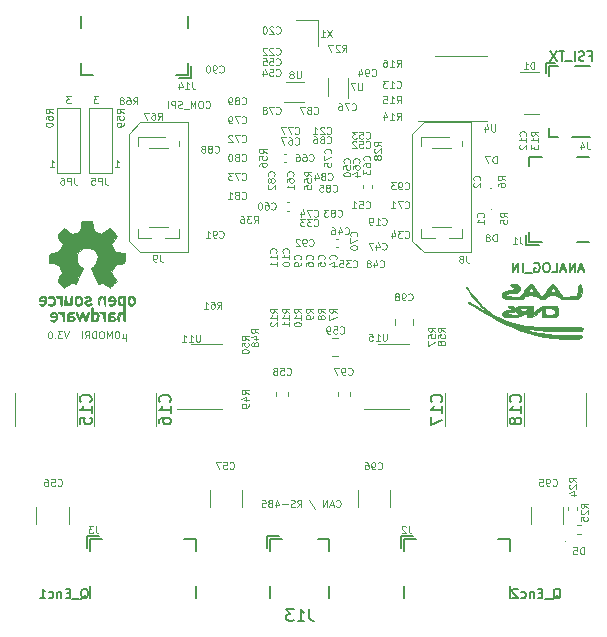
<source format=gbo>
%TF.GenerationSoftware,KiCad,Pcbnew,7.0.10-7.0.10~ubuntu22.04.1*%
%TF.CreationDate,2024-02-14T17:24:22+01:00*%
%TF.ProjectId,omodri_laas,6f6d6f64-7269-45f6-9c61-61732e6b6963,2.0*%
%TF.SameCoordinates,Original*%
%TF.FileFunction,Legend,Bot*%
%TF.FilePolarity,Positive*%
%FSLAX46Y46*%
G04 Gerber Fmt 4.6, Leading zero omitted, Abs format (unit mm)*
G04 Created by KiCad (PCBNEW 7.0.10-7.0.10~ubuntu22.04.1) date 2024-02-14 17:24:22*
%MOMM*%
%LPD*%
G01*
G04 APERTURE LIST*
%ADD10C,0.150000*%
%ADD11C,0.120000*%
%ADD12C,0.010000*%
%ADD13C,0.100000*%
G04 APERTURE END LIST*
D10*
X106447619Y-99838485D02*
X106523809Y-99800390D01*
X106523809Y-99800390D02*
X106600000Y-99724200D01*
X106600000Y-99724200D02*
X106714286Y-99609914D01*
X106714286Y-99609914D02*
X106790476Y-99571819D01*
X106790476Y-99571819D02*
X106866667Y-99571819D01*
X106828571Y-99762295D02*
X106904762Y-99724200D01*
X106904762Y-99724200D02*
X106980952Y-99648009D01*
X106980952Y-99648009D02*
X107019048Y-99495628D01*
X107019048Y-99495628D02*
X107019048Y-99228961D01*
X107019048Y-99228961D02*
X106980952Y-99076580D01*
X106980952Y-99076580D02*
X106904762Y-99000390D01*
X106904762Y-99000390D02*
X106828571Y-98962295D01*
X106828571Y-98962295D02*
X106676190Y-98962295D01*
X106676190Y-98962295D02*
X106600000Y-99000390D01*
X106600000Y-99000390D02*
X106523809Y-99076580D01*
X106523809Y-99076580D02*
X106485714Y-99228961D01*
X106485714Y-99228961D02*
X106485714Y-99495628D01*
X106485714Y-99495628D02*
X106523809Y-99648009D01*
X106523809Y-99648009D02*
X106600000Y-99724200D01*
X106600000Y-99724200D02*
X106676190Y-99762295D01*
X106676190Y-99762295D02*
X106828571Y-99762295D01*
X106333334Y-99838485D02*
X105723810Y-99838485D01*
X105533333Y-99343247D02*
X105266667Y-99343247D01*
X105152381Y-99762295D02*
X105533333Y-99762295D01*
X105533333Y-99762295D02*
X105533333Y-98962295D01*
X105533333Y-98962295D02*
X105152381Y-98962295D01*
X104809523Y-99228961D02*
X104809523Y-99762295D01*
X104809523Y-99305152D02*
X104771428Y-99267057D01*
X104771428Y-99267057D02*
X104695238Y-99228961D01*
X104695238Y-99228961D02*
X104580952Y-99228961D01*
X104580952Y-99228961D02*
X104504761Y-99267057D01*
X104504761Y-99267057D02*
X104466666Y-99343247D01*
X104466666Y-99343247D02*
X104466666Y-99762295D01*
X103742856Y-99724200D02*
X103819047Y-99762295D01*
X103819047Y-99762295D02*
X103971428Y-99762295D01*
X103971428Y-99762295D02*
X104047618Y-99724200D01*
X104047618Y-99724200D02*
X104085713Y-99686104D01*
X104085713Y-99686104D02*
X104123809Y-99609914D01*
X104123809Y-99609914D02*
X104123809Y-99381342D01*
X104123809Y-99381342D02*
X104085713Y-99305152D01*
X104085713Y-99305152D02*
X104047618Y-99267057D01*
X104047618Y-99267057D02*
X103971428Y-99228961D01*
X103971428Y-99228961D02*
X103819047Y-99228961D01*
X103819047Y-99228961D02*
X103742856Y-99267057D01*
X102980952Y-99762295D02*
X103438095Y-99762295D01*
X103209523Y-99762295D02*
X103209523Y-98962295D01*
X103209523Y-98962295D02*
X103285714Y-99076580D01*
X103285714Y-99076580D02*
X103361904Y-99152771D01*
X103361904Y-99152771D02*
X103438095Y-99190866D01*
X146447619Y-99838485D02*
X146523809Y-99800390D01*
X146523809Y-99800390D02*
X146600000Y-99724200D01*
X146600000Y-99724200D02*
X146714286Y-99609914D01*
X146714286Y-99609914D02*
X146790476Y-99571819D01*
X146790476Y-99571819D02*
X146866667Y-99571819D01*
X146828571Y-99762295D02*
X146904762Y-99724200D01*
X146904762Y-99724200D02*
X146980952Y-99648009D01*
X146980952Y-99648009D02*
X147019048Y-99495628D01*
X147019048Y-99495628D02*
X147019048Y-99228961D01*
X147019048Y-99228961D02*
X146980952Y-99076580D01*
X146980952Y-99076580D02*
X146904762Y-99000390D01*
X146904762Y-99000390D02*
X146828571Y-98962295D01*
X146828571Y-98962295D02*
X146676190Y-98962295D01*
X146676190Y-98962295D02*
X146600000Y-99000390D01*
X146600000Y-99000390D02*
X146523809Y-99076580D01*
X146523809Y-99076580D02*
X146485714Y-99228961D01*
X146485714Y-99228961D02*
X146485714Y-99495628D01*
X146485714Y-99495628D02*
X146523809Y-99648009D01*
X146523809Y-99648009D02*
X146600000Y-99724200D01*
X146600000Y-99724200D02*
X146676190Y-99762295D01*
X146676190Y-99762295D02*
X146828571Y-99762295D01*
X146333334Y-99838485D02*
X145723810Y-99838485D01*
X145533333Y-99343247D02*
X145266667Y-99343247D01*
X145152381Y-99762295D02*
X145533333Y-99762295D01*
X145533333Y-99762295D02*
X145533333Y-98962295D01*
X145533333Y-98962295D02*
X145152381Y-98962295D01*
X144809523Y-99228961D02*
X144809523Y-99762295D01*
X144809523Y-99305152D02*
X144771428Y-99267057D01*
X144771428Y-99267057D02*
X144695238Y-99228961D01*
X144695238Y-99228961D02*
X144580952Y-99228961D01*
X144580952Y-99228961D02*
X144504761Y-99267057D01*
X144504761Y-99267057D02*
X144466666Y-99343247D01*
X144466666Y-99343247D02*
X144466666Y-99762295D01*
X143742856Y-99724200D02*
X143819047Y-99762295D01*
X143819047Y-99762295D02*
X143971428Y-99762295D01*
X143971428Y-99762295D02*
X144047618Y-99724200D01*
X144047618Y-99724200D02*
X144085713Y-99686104D01*
X144085713Y-99686104D02*
X144123809Y-99609914D01*
X144123809Y-99609914D02*
X144123809Y-99381342D01*
X144123809Y-99381342D02*
X144085713Y-99305152D01*
X144085713Y-99305152D02*
X144047618Y-99267057D01*
X144047618Y-99267057D02*
X143971428Y-99228961D01*
X143971428Y-99228961D02*
X143819047Y-99228961D01*
X143819047Y-99228961D02*
X143742856Y-99267057D01*
X143438095Y-99038485D02*
X143399999Y-99000390D01*
X143399999Y-99000390D02*
X143323809Y-98962295D01*
X143323809Y-98962295D02*
X143133333Y-98962295D01*
X143133333Y-98962295D02*
X143057142Y-99000390D01*
X143057142Y-99000390D02*
X143019047Y-99038485D01*
X143019047Y-99038485D02*
X142980952Y-99114676D01*
X142980952Y-99114676D02*
X142980952Y-99190866D01*
X142980952Y-99190866D02*
X143019047Y-99305152D01*
X143019047Y-99305152D02*
X143476190Y-99762295D01*
X143476190Y-99762295D02*
X142980952Y-99762295D01*
D11*
X117028570Y-58214188D02*
X117057142Y-58242760D01*
X117057142Y-58242760D02*
X117142856Y-58271331D01*
X117142856Y-58271331D02*
X117199999Y-58271331D01*
X117199999Y-58271331D02*
X117285713Y-58242760D01*
X117285713Y-58242760D02*
X117342856Y-58185617D01*
X117342856Y-58185617D02*
X117371427Y-58128474D01*
X117371427Y-58128474D02*
X117399999Y-58014188D01*
X117399999Y-58014188D02*
X117399999Y-57928474D01*
X117399999Y-57928474D02*
X117371427Y-57814188D01*
X117371427Y-57814188D02*
X117342856Y-57757045D01*
X117342856Y-57757045D02*
X117285713Y-57699902D01*
X117285713Y-57699902D02*
X117199999Y-57671331D01*
X117199999Y-57671331D02*
X117142856Y-57671331D01*
X117142856Y-57671331D02*
X117057142Y-57699902D01*
X117057142Y-57699902D02*
X117028570Y-57728474D01*
X116657142Y-57671331D02*
X116542856Y-57671331D01*
X116542856Y-57671331D02*
X116485713Y-57699902D01*
X116485713Y-57699902D02*
X116428570Y-57757045D01*
X116428570Y-57757045D02*
X116399999Y-57871331D01*
X116399999Y-57871331D02*
X116399999Y-58071331D01*
X116399999Y-58071331D02*
X116428570Y-58185617D01*
X116428570Y-58185617D02*
X116485713Y-58242760D01*
X116485713Y-58242760D02*
X116542856Y-58271331D01*
X116542856Y-58271331D02*
X116657142Y-58271331D01*
X116657142Y-58271331D02*
X116714285Y-58242760D01*
X116714285Y-58242760D02*
X116771427Y-58185617D01*
X116771427Y-58185617D02*
X116799999Y-58071331D01*
X116799999Y-58071331D02*
X116799999Y-57871331D01*
X116799999Y-57871331D02*
X116771427Y-57757045D01*
X116771427Y-57757045D02*
X116714285Y-57699902D01*
X116714285Y-57699902D02*
X116657142Y-57671331D01*
X116142856Y-58271331D02*
X116142856Y-57671331D01*
X116142856Y-57671331D02*
X115942856Y-58099902D01*
X115942856Y-58099902D02*
X115742856Y-57671331D01*
X115742856Y-57671331D02*
X115742856Y-58271331D01*
X115600000Y-58328474D02*
X115142857Y-58328474D01*
X115028571Y-58242760D02*
X114942857Y-58271331D01*
X114942857Y-58271331D02*
X114799999Y-58271331D01*
X114799999Y-58271331D02*
X114742857Y-58242760D01*
X114742857Y-58242760D02*
X114714285Y-58214188D01*
X114714285Y-58214188D02*
X114685714Y-58157045D01*
X114685714Y-58157045D02*
X114685714Y-58099902D01*
X114685714Y-58099902D02*
X114714285Y-58042760D01*
X114714285Y-58042760D02*
X114742857Y-58014188D01*
X114742857Y-58014188D02*
X114799999Y-57985617D01*
X114799999Y-57985617D02*
X114914285Y-57957045D01*
X114914285Y-57957045D02*
X114971428Y-57928474D01*
X114971428Y-57928474D02*
X114999999Y-57899902D01*
X114999999Y-57899902D02*
X115028571Y-57842760D01*
X115028571Y-57842760D02*
X115028571Y-57785617D01*
X115028571Y-57785617D02*
X114999999Y-57728474D01*
X114999999Y-57728474D02*
X114971428Y-57699902D01*
X114971428Y-57699902D02*
X114914285Y-57671331D01*
X114914285Y-57671331D02*
X114771428Y-57671331D01*
X114771428Y-57671331D02*
X114685714Y-57699902D01*
X114428570Y-58271331D02*
X114428570Y-57671331D01*
X114428570Y-57671331D02*
X114199999Y-57671331D01*
X114199999Y-57671331D02*
X114142856Y-57699902D01*
X114142856Y-57699902D02*
X114114285Y-57728474D01*
X114114285Y-57728474D02*
X114085713Y-57785617D01*
X114085713Y-57785617D02*
X114085713Y-57871331D01*
X114085713Y-57871331D02*
X114114285Y-57928474D01*
X114114285Y-57928474D02*
X114142856Y-57957045D01*
X114142856Y-57957045D02*
X114199999Y-57985617D01*
X114199999Y-57985617D02*
X114428570Y-57985617D01*
X113828570Y-58271331D02*
X113828570Y-57671331D01*
D10*
X149447619Y-53843247D02*
X149714285Y-53843247D01*
X149714285Y-54262295D02*
X149714285Y-53462295D01*
X149714285Y-53462295D02*
X149333333Y-53462295D01*
X149066667Y-54224200D02*
X148952381Y-54262295D01*
X148952381Y-54262295D02*
X148761905Y-54262295D01*
X148761905Y-54262295D02*
X148685714Y-54224200D01*
X148685714Y-54224200D02*
X148647619Y-54186104D01*
X148647619Y-54186104D02*
X148609524Y-54109914D01*
X148609524Y-54109914D02*
X148609524Y-54033723D01*
X148609524Y-54033723D02*
X148647619Y-53957533D01*
X148647619Y-53957533D02*
X148685714Y-53919438D01*
X148685714Y-53919438D02*
X148761905Y-53881342D01*
X148761905Y-53881342D02*
X148914286Y-53843247D01*
X148914286Y-53843247D02*
X148990476Y-53805152D01*
X148990476Y-53805152D02*
X149028571Y-53767057D01*
X149028571Y-53767057D02*
X149066667Y-53690866D01*
X149066667Y-53690866D02*
X149066667Y-53614676D01*
X149066667Y-53614676D02*
X149028571Y-53538485D01*
X149028571Y-53538485D02*
X148990476Y-53500390D01*
X148990476Y-53500390D02*
X148914286Y-53462295D01*
X148914286Y-53462295D02*
X148723809Y-53462295D01*
X148723809Y-53462295D02*
X148609524Y-53500390D01*
X148266666Y-54262295D02*
X148266666Y-53462295D01*
X148076191Y-54338485D02*
X147466667Y-54338485D01*
X147390476Y-53462295D02*
X146933333Y-53462295D01*
X147161905Y-54262295D02*
X147161905Y-53462295D01*
X146742857Y-53462295D02*
X146209523Y-54262295D01*
X146209523Y-53462295D02*
X146742857Y-54262295D01*
D11*
X110314284Y-77371331D02*
X110314284Y-77971331D01*
X110028570Y-77685617D02*
X109999999Y-77742760D01*
X109999999Y-77742760D02*
X109942856Y-77771331D01*
X110314284Y-77685617D02*
X110285713Y-77742760D01*
X110285713Y-77742760D02*
X110228570Y-77771331D01*
X110228570Y-77771331D02*
X110114284Y-77771331D01*
X110114284Y-77771331D02*
X110057142Y-77742760D01*
X110057142Y-77742760D02*
X110028570Y-77685617D01*
X110028570Y-77685617D02*
X110028570Y-77371331D01*
X109571428Y-77171331D02*
X109457142Y-77171331D01*
X109457142Y-77171331D02*
X109399999Y-77199902D01*
X109399999Y-77199902D02*
X109342856Y-77257045D01*
X109342856Y-77257045D02*
X109314285Y-77371331D01*
X109314285Y-77371331D02*
X109314285Y-77571331D01*
X109314285Y-77571331D02*
X109342856Y-77685617D01*
X109342856Y-77685617D02*
X109399999Y-77742760D01*
X109399999Y-77742760D02*
X109457142Y-77771331D01*
X109457142Y-77771331D02*
X109571428Y-77771331D01*
X109571428Y-77771331D02*
X109628571Y-77742760D01*
X109628571Y-77742760D02*
X109685713Y-77685617D01*
X109685713Y-77685617D02*
X109714285Y-77571331D01*
X109714285Y-77571331D02*
X109714285Y-77371331D01*
X109714285Y-77371331D02*
X109685713Y-77257045D01*
X109685713Y-77257045D02*
X109628571Y-77199902D01*
X109628571Y-77199902D02*
X109571428Y-77171331D01*
X109057142Y-77771331D02*
X109057142Y-77171331D01*
X109057142Y-77171331D02*
X108857142Y-77599902D01*
X108857142Y-77599902D02*
X108657142Y-77171331D01*
X108657142Y-77171331D02*
X108657142Y-77771331D01*
X108257143Y-77171331D02*
X108142857Y-77171331D01*
X108142857Y-77171331D02*
X108085714Y-77199902D01*
X108085714Y-77199902D02*
X108028571Y-77257045D01*
X108028571Y-77257045D02*
X108000000Y-77371331D01*
X108000000Y-77371331D02*
X108000000Y-77571331D01*
X108000000Y-77571331D02*
X108028571Y-77685617D01*
X108028571Y-77685617D02*
X108085714Y-77742760D01*
X108085714Y-77742760D02*
X108142857Y-77771331D01*
X108142857Y-77771331D02*
X108257143Y-77771331D01*
X108257143Y-77771331D02*
X108314286Y-77742760D01*
X108314286Y-77742760D02*
X108371428Y-77685617D01*
X108371428Y-77685617D02*
X108400000Y-77571331D01*
X108400000Y-77571331D02*
X108400000Y-77371331D01*
X108400000Y-77371331D02*
X108371428Y-77257045D01*
X108371428Y-77257045D02*
X108314286Y-77199902D01*
X108314286Y-77199902D02*
X108257143Y-77171331D01*
X107742857Y-77771331D02*
X107742857Y-77171331D01*
X107742857Y-77171331D02*
X107600000Y-77171331D01*
X107600000Y-77171331D02*
X107514286Y-77199902D01*
X107514286Y-77199902D02*
X107457143Y-77257045D01*
X107457143Y-77257045D02*
X107428572Y-77314188D01*
X107428572Y-77314188D02*
X107400000Y-77428474D01*
X107400000Y-77428474D02*
X107400000Y-77514188D01*
X107400000Y-77514188D02*
X107428572Y-77628474D01*
X107428572Y-77628474D02*
X107457143Y-77685617D01*
X107457143Y-77685617D02*
X107514286Y-77742760D01*
X107514286Y-77742760D02*
X107600000Y-77771331D01*
X107600000Y-77771331D02*
X107742857Y-77771331D01*
X106800000Y-77771331D02*
X107000000Y-77485617D01*
X107142857Y-77771331D02*
X107142857Y-77171331D01*
X107142857Y-77171331D02*
X106914286Y-77171331D01*
X106914286Y-77171331D02*
X106857143Y-77199902D01*
X106857143Y-77199902D02*
X106828572Y-77228474D01*
X106828572Y-77228474D02*
X106800000Y-77285617D01*
X106800000Y-77285617D02*
X106800000Y-77371331D01*
X106800000Y-77371331D02*
X106828572Y-77428474D01*
X106828572Y-77428474D02*
X106857143Y-77457045D01*
X106857143Y-77457045D02*
X106914286Y-77485617D01*
X106914286Y-77485617D02*
X107142857Y-77485617D01*
X106542857Y-77771331D02*
X106542857Y-77171331D01*
X105428572Y-77171331D02*
X105228572Y-77771331D01*
X105228572Y-77771331D02*
X105028572Y-77171331D01*
X104885714Y-77171331D02*
X104514286Y-77171331D01*
X104514286Y-77171331D02*
X104714286Y-77399902D01*
X104714286Y-77399902D02*
X104628571Y-77399902D01*
X104628571Y-77399902D02*
X104571429Y-77428474D01*
X104571429Y-77428474D02*
X104542857Y-77457045D01*
X104542857Y-77457045D02*
X104514286Y-77514188D01*
X104514286Y-77514188D02*
X104514286Y-77657045D01*
X104514286Y-77657045D02*
X104542857Y-77714188D01*
X104542857Y-77714188D02*
X104571429Y-77742760D01*
X104571429Y-77742760D02*
X104628571Y-77771331D01*
X104628571Y-77771331D02*
X104800000Y-77771331D01*
X104800000Y-77771331D02*
X104857143Y-77742760D01*
X104857143Y-77742760D02*
X104885714Y-77714188D01*
X104257142Y-77714188D02*
X104228571Y-77742760D01*
X104228571Y-77742760D02*
X104257142Y-77771331D01*
X104257142Y-77771331D02*
X104285714Y-77742760D01*
X104285714Y-77742760D02*
X104257142Y-77714188D01*
X104257142Y-77714188D02*
X104257142Y-77771331D01*
X103857143Y-77171331D02*
X103800000Y-77171331D01*
X103800000Y-77171331D02*
X103742857Y-77199902D01*
X103742857Y-77199902D02*
X103714286Y-77228474D01*
X103714286Y-77228474D02*
X103685714Y-77285617D01*
X103685714Y-77285617D02*
X103657143Y-77399902D01*
X103657143Y-77399902D02*
X103657143Y-77542760D01*
X103657143Y-77542760D02*
X103685714Y-77657045D01*
X103685714Y-77657045D02*
X103714286Y-77714188D01*
X103714286Y-77714188D02*
X103742857Y-77742760D01*
X103742857Y-77742760D02*
X103800000Y-77771331D01*
X103800000Y-77771331D02*
X103857143Y-77771331D01*
X103857143Y-77771331D02*
X103914286Y-77742760D01*
X103914286Y-77742760D02*
X103942857Y-77714188D01*
X103942857Y-77714188D02*
X103971428Y-77657045D01*
X103971428Y-77657045D02*
X104000000Y-77542760D01*
X104000000Y-77542760D02*
X104000000Y-77399902D01*
X104000000Y-77399902D02*
X103971428Y-77285617D01*
X103971428Y-77285617D02*
X103942857Y-77228474D01*
X103942857Y-77228474D02*
X103914286Y-77199902D01*
X103914286Y-77199902D02*
X103857143Y-77171331D01*
D10*
X149009523Y-71933723D02*
X148628570Y-71933723D01*
X149085713Y-72162295D02*
X148819046Y-71362295D01*
X148819046Y-71362295D02*
X148552380Y-72162295D01*
X148285713Y-72162295D02*
X148285713Y-71362295D01*
X148285713Y-71362295D02*
X147828570Y-72162295D01*
X147828570Y-72162295D02*
X147828570Y-71362295D01*
X147485714Y-71933723D02*
X147104761Y-71933723D01*
X147561904Y-72162295D02*
X147295237Y-71362295D01*
X147295237Y-71362295D02*
X147028571Y-72162295D01*
X146380952Y-72162295D02*
X146761904Y-72162295D01*
X146761904Y-72162295D02*
X146761904Y-71362295D01*
X145961904Y-71362295D02*
X145809523Y-71362295D01*
X145809523Y-71362295D02*
X145733333Y-71400390D01*
X145733333Y-71400390D02*
X145657142Y-71476580D01*
X145657142Y-71476580D02*
X145619047Y-71628961D01*
X145619047Y-71628961D02*
X145619047Y-71895628D01*
X145619047Y-71895628D02*
X145657142Y-72048009D01*
X145657142Y-72048009D02*
X145733333Y-72124200D01*
X145733333Y-72124200D02*
X145809523Y-72162295D01*
X145809523Y-72162295D02*
X145961904Y-72162295D01*
X145961904Y-72162295D02*
X146038095Y-72124200D01*
X146038095Y-72124200D02*
X146114285Y-72048009D01*
X146114285Y-72048009D02*
X146152381Y-71895628D01*
X146152381Y-71895628D02*
X146152381Y-71628961D01*
X146152381Y-71628961D02*
X146114285Y-71476580D01*
X146114285Y-71476580D02*
X146038095Y-71400390D01*
X146038095Y-71400390D02*
X145961904Y-71362295D01*
X144857143Y-71400390D02*
X144933333Y-71362295D01*
X144933333Y-71362295D02*
X145047619Y-71362295D01*
X145047619Y-71362295D02*
X145161905Y-71400390D01*
X145161905Y-71400390D02*
X145238095Y-71476580D01*
X145238095Y-71476580D02*
X145276190Y-71552771D01*
X145276190Y-71552771D02*
X145314286Y-71705152D01*
X145314286Y-71705152D02*
X145314286Y-71819438D01*
X145314286Y-71819438D02*
X145276190Y-71971819D01*
X145276190Y-71971819D02*
X145238095Y-72048009D01*
X145238095Y-72048009D02*
X145161905Y-72124200D01*
X145161905Y-72124200D02*
X145047619Y-72162295D01*
X145047619Y-72162295D02*
X144971428Y-72162295D01*
X144971428Y-72162295D02*
X144857143Y-72124200D01*
X144857143Y-72124200D02*
X144819047Y-72086104D01*
X144819047Y-72086104D02*
X144819047Y-71819438D01*
X144819047Y-71819438D02*
X144971428Y-71819438D01*
X144666667Y-72238485D02*
X144057143Y-72238485D01*
X143866666Y-72162295D02*
X143866666Y-71362295D01*
X143485714Y-72162295D02*
X143485714Y-71362295D01*
X143485714Y-71362295D02*
X143028571Y-72162295D01*
X143028571Y-72162295D02*
X143028571Y-71362295D01*
D11*
X128071428Y-92014188D02*
X128100000Y-92042760D01*
X128100000Y-92042760D02*
X128185714Y-92071331D01*
X128185714Y-92071331D02*
X128242857Y-92071331D01*
X128242857Y-92071331D02*
X128328571Y-92042760D01*
X128328571Y-92042760D02*
X128385714Y-91985617D01*
X128385714Y-91985617D02*
X128414285Y-91928474D01*
X128414285Y-91928474D02*
X128442857Y-91814188D01*
X128442857Y-91814188D02*
X128442857Y-91728474D01*
X128442857Y-91728474D02*
X128414285Y-91614188D01*
X128414285Y-91614188D02*
X128385714Y-91557045D01*
X128385714Y-91557045D02*
X128328571Y-91499902D01*
X128328571Y-91499902D02*
X128242857Y-91471331D01*
X128242857Y-91471331D02*
X128185714Y-91471331D01*
X128185714Y-91471331D02*
X128100000Y-91499902D01*
X128100000Y-91499902D02*
X128071428Y-91528474D01*
X127842857Y-91899902D02*
X127557143Y-91899902D01*
X127900000Y-92071331D02*
X127700000Y-91471331D01*
X127700000Y-91471331D02*
X127500000Y-92071331D01*
X127299999Y-92071331D02*
X127299999Y-91471331D01*
X127299999Y-91471331D02*
X126957142Y-92071331D01*
X126957142Y-92071331D02*
X126957142Y-91471331D01*
X125785714Y-91442760D02*
X126300000Y-92214188D01*
X124785714Y-92071331D02*
X124985714Y-91785617D01*
X125128571Y-92071331D02*
X125128571Y-91471331D01*
X125128571Y-91471331D02*
X124900000Y-91471331D01*
X124900000Y-91471331D02*
X124842857Y-91499902D01*
X124842857Y-91499902D02*
X124814286Y-91528474D01*
X124814286Y-91528474D02*
X124785714Y-91585617D01*
X124785714Y-91585617D02*
X124785714Y-91671331D01*
X124785714Y-91671331D02*
X124814286Y-91728474D01*
X124814286Y-91728474D02*
X124842857Y-91757045D01*
X124842857Y-91757045D02*
X124900000Y-91785617D01*
X124900000Y-91785617D02*
X125128571Y-91785617D01*
X124557143Y-92042760D02*
X124471429Y-92071331D01*
X124471429Y-92071331D02*
X124328571Y-92071331D01*
X124328571Y-92071331D02*
X124271429Y-92042760D01*
X124271429Y-92042760D02*
X124242857Y-92014188D01*
X124242857Y-92014188D02*
X124214286Y-91957045D01*
X124214286Y-91957045D02*
X124214286Y-91899902D01*
X124214286Y-91899902D02*
X124242857Y-91842760D01*
X124242857Y-91842760D02*
X124271429Y-91814188D01*
X124271429Y-91814188D02*
X124328571Y-91785617D01*
X124328571Y-91785617D02*
X124442857Y-91757045D01*
X124442857Y-91757045D02*
X124500000Y-91728474D01*
X124500000Y-91728474D02*
X124528571Y-91699902D01*
X124528571Y-91699902D02*
X124557143Y-91642760D01*
X124557143Y-91642760D02*
X124557143Y-91585617D01*
X124557143Y-91585617D02*
X124528571Y-91528474D01*
X124528571Y-91528474D02*
X124500000Y-91499902D01*
X124500000Y-91499902D02*
X124442857Y-91471331D01*
X124442857Y-91471331D02*
X124300000Y-91471331D01*
X124300000Y-91471331D02*
X124214286Y-91499902D01*
X123957142Y-91842760D02*
X123500000Y-91842760D01*
X122957143Y-91671331D02*
X122957143Y-92071331D01*
X123100000Y-91442760D02*
X123242857Y-91871331D01*
X123242857Y-91871331D02*
X122871428Y-91871331D01*
X122557142Y-91728474D02*
X122614285Y-91699902D01*
X122614285Y-91699902D02*
X122642856Y-91671331D01*
X122642856Y-91671331D02*
X122671428Y-91614188D01*
X122671428Y-91614188D02*
X122671428Y-91585617D01*
X122671428Y-91585617D02*
X122642856Y-91528474D01*
X122642856Y-91528474D02*
X122614285Y-91499902D01*
X122614285Y-91499902D02*
X122557142Y-91471331D01*
X122557142Y-91471331D02*
X122442856Y-91471331D01*
X122442856Y-91471331D02*
X122385714Y-91499902D01*
X122385714Y-91499902D02*
X122357142Y-91528474D01*
X122357142Y-91528474D02*
X122328571Y-91585617D01*
X122328571Y-91585617D02*
X122328571Y-91614188D01*
X122328571Y-91614188D02*
X122357142Y-91671331D01*
X122357142Y-91671331D02*
X122385714Y-91699902D01*
X122385714Y-91699902D02*
X122442856Y-91728474D01*
X122442856Y-91728474D02*
X122557142Y-91728474D01*
X122557142Y-91728474D02*
X122614285Y-91757045D01*
X122614285Y-91757045D02*
X122642856Y-91785617D01*
X122642856Y-91785617D02*
X122671428Y-91842760D01*
X122671428Y-91842760D02*
X122671428Y-91957045D01*
X122671428Y-91957045D02*
X122642856Y-92014188D01*
X122642856Y-92014188D02*
X122614285Y-92042760D01*
X122614285Y-92042760D02*
X122557142Y-92071331D01*
X122557142Y-92071331D02*
X122442856Y-92071331D01*
X122442856Y-92071331D02*
X122385714Y-92042760D01*
X122385714Y-92042760D02*
X122357142Y-92014188D01*
X122357142Y-92014188D02*
X122328571Y-91957045D01*
X122328571Y-91957045D02*
X122328571Y-91842760D01*
X122328571Y-91842760D02*
X122357142Y-91785617D01*
X122357142Y-91785617D02*
X122385714Y-91757045D01*
X122385714Y-91757045D02*
X122442856Y-91728474D01*
X121785713Y-91471331D02*
X122071427Y-91471331D01*
X122071427Y-91471331D02*
X122099999Y-91757045D01*
X122099999Y-91757045D02*
X122071427Y-91728474D01*
X122071427Y-91728474D02*
X122014285Y-91699902D01*
X122014285Y-91699902D02*
X121871427Y-91699902D01*
X121871427Y-91699902D02*
X121814285Y-91728474D01*
X121814285Y-91728474D02*
X121785713Y-91757045D01*
X121785713Y-91757045D02*
X121757142Y-91814188D01*
X121757142Y-91814188D02*
X121757142Y-91957045D01*
X121757142Y-91957045D02*
X121785713Y-92014188D01*
X121785713Y-92014188D02*
X121814285Y-92042760D01*
X121814285Y-92042760D02*
X121871427Y-92071331D01*
X121871427Y-92071331D02*
X122014285Y-92071331D01*
X122014285Y-92071331D02*
X122071427Y-92042760D01*
X122071427Y-92042760D02*
X122099999Y-92014188D01*
X129214188Y-62914285D02*
X129242760Y-62885713D01*
X129242760Y-62885713D02*
X129271331Y-62799999D01*
X129271331Y-62799999D02*
X129271331Y-62742856D01*
X129271331Y-62742856D02*
X129242760Y-62657142D01*
X129242760Y-62657142D02*
X129185617Y-62599999D01*
X129185617Y-62599999D02*
X129128474Y-62571428D01*
X129128474Y-62571428D02*
X129014188Y-62542856D01*
X129014188Y-62542856D02*
X128928474Y-62542856D01*
X128928474Y-62542856D02*
X128814188Y-62571428D01*
X128814188Y-62571428D02*
X128757045Y-62599999D01*
X128757045Y-62599999D02*
X128699902Y-62657142D01*
X128699902Y-62657142D02*
X128671331Y-62742856D01*
X128671331Y-62742856D02*
X128671331Y-62799999D01*
X128671331Y-62799999D02*
X128699902Y-62885713D01*
X128699902Y-62885713D02*
X128728474Y-62914285D01*
X128671331Y-63457142D02*
X128671331Y-63171428D01*
X128671331Y-63171428D02*
X128957045Y-63142856D01*
X128957045Y-63142856D02*
X128928474Y-63171428D01*
X128928474Y-63171428D02*
X128899902Y-63228571D01*
X128899902Y-63228571D02*
X128899902Y-63371428D01*
X128899902Y-63371428D02*
X128928474Y-63428571D01*
X128928474Y-63428571D02*
X128957045Y-63457142D01*
X128957045Y-63457142D02*
X129014188Y-63485713D01*
X129014188Y-63485713D02*
X129157045Y-63485713D01*
X129157045Y-63485713D02*
X129214188Y-63457142D01*
X129214188Y-63457142D02*
X129242760Y-63428571D01*
X129242760Y-63428571D02*
X129271331Y-63371428D01*
X129271331Y-63371428D02*
X129271331Y-63228571D01*
X129271331Y-63228571D02*
X129242760Y-63171428D01*
X129242760Y-63171428D02*
X129214188Y-63142856D01*
X128671331Y-63857142D02*
X128671331Y-63914285D01*
X128671331Y-63914285D02*
X128699902Y-63971428D01*
X128699902Y-63971428D02*
X128728474Y-64000000D01*
X128728474Y-64000000D02*
X128785617Y-64028571D01*
X128785617Y-64028571D02*
X128899902Y-64057142D01*
X128899902Y-64057142D02*
X129042760Y-64057142D01*
X129042760Y-64057142D02*
X129157045Y-64028571D01*
X129157045Y-64028571D02*
X129214188Y-64000000D01*
X129214188Y-64000000D02*
X129242760Y-63971428D01*
X129242760Y-63971428D02*
X129271331Y-63914285D01*
X129271331Y-63914285D02*
X129271331Y-63857142D01*
X129271331Y-63857142D02*
X129242760Y-63800000D01*
X129242760Y-63800000D02*
X129214188Y-63771428D01*
X129214188Y-63771428D02*
X129157045Y-63742857D01*
X129157045Y-63742857D02*
X129042760Y-63714285D01*
X129042760Y-63714285D02*
X128899902Y-63714285D01*
X128899902Y-63714285D02*
X128785617Y-63742857D01*
X128785617Y-63742857D02*
X128728474Y-63771428D01*
X128728474Y-63771428D02*
X128699902Y-63800000D01*
X128699902Y-63800000D02*
X128671331Y-63857142D01*
X131985714Y-70214188D02*
X132014286Y-70242760D01*
X132014286Y-70242760D02*
X132100000Y-70271331D01*
X132100000Y-70271331D02*
X132157143Y-70271331D01*
X132157143Y-70271331D02*
X132242857Y-70242760D01*
X132242857Y-70242760D02*
X132300000Y-70185617D01*
X132300000Y-70185617D02*
X132328571Y-70128474D01*
X132328571Y-70128474D02*
X132357143Y-70014188D01*
X132357143Y-70014188D02*
X132357143Y-69928474D01*
X132357143Y-69928474D02*
X132328571Y-69814188D01*
X132328571Y-69814188D02*
X132300000Y-69757045D01*
X132300000Y-69757045D02*
X132242857Y-69699902D01*
X132242857Y-69699902D02*
X132157143Y-69671331D01*
X132157143Y-69671331D02*
X132100000Y-69671331D01*
X132100000Y-69671331D02*
X132014286Y-69699902D01*
X132014286Y-69699902D02*
X131985714Y-69728474D01*
X131471429Y-69871331D02*
X131471429Y-70271331D01*
X131614286Y-69642760D02*
X131757143Y-70071331D01*
X131757143Y-70071331D02*
X131385714Y-70071331D01*
X131214285Y-69671331D02*
X130814285Y-69671331D01*
X130814285Y-69671331D02*
X131071428Y-70271331D01*
X128185714Y-67414188D02*
X128214286Y-67442760D01*
X128214286Y-67442760D02*
X128300000Y-67471331D01*
X128300000Y-67471331D02*
X128357143Y-67471331D01*
X128357143Y-67471331D02*
X128442857Y-67442760D01*
X128442857Y-67442760D02*
X128500000Y-67385617D01*
X128500000Y-67385617D02*
X128528571Y-67328474D01*
X128528571Y-67328474D02*
X128557143Y-67214188D01*
X128557143Y-67214188D02*
X128557143Y-67128474D01*
X128557143Y-67128474D02*
X128528571Y-67014188D01*
X128528571Y-67014188D02*
X128500000Y-66957045D01*
X128500000Y-66957045D02*
X128442857Y-66899902D01*
X128442857Y-66899902D02*
X128357143Y-66871331D01*
X128357143Y-66871331D02*
X128300000Y-66871331D01*
X128300000Y-66871331D02*
X128214286Y-66899902D01*
X128214286Y-66899902D02*
X128185714Y-66928474D01*
X127842857Y-67128474D02*
X127900000Y-67099902D01*
X127900000Y-67099902D02*
X127928571Y-67071331D01*
X127928571Y-67071331D02*
X127957143Y-67014188D01*
X127957143Y-67014188D02*
X127957143Y-66985617D01*
X127957143Y-66985617D02*
X127928571Y-66928474D01*
X127928571Y-66928474D02*
X127900000Y-66899902D01*
X127900000Y-66899902D02*
X127842857Y-66871331D01*
X127842857Y-66871331D02*
X127728571Y-66871331D01*
X127728571Y-66871331D02*
X127671429Y-66899902D01*
X127671429Y-66899902D02*
X127642857Y-66928474D01*
X127642857Y-66928474D02*
X127614286Y-66985617D01*
X127614286Y-66985617D02*
X127614286Y-67014188D01*
X127614286Y-67014188D02*
X127642857Y-67071331D01*
X127642857Y-67071331D02*
X127671429Y-67099902D01*
X127671429Y-67099902D02*
X127728571Y-67128474D01*
X127728571Y-67128474D02*
X127842857Y-67128474D01*
X127842857Y-67128474D02*
X127900000Y-67157045D01*
X127900000Y-67157045D02*
X127928571Y-67185617D01*
X127928571Y-67185617D02*
X127957143Y-67242760D01*
X127957143Y-67242760D02*
X127957143Y-67357045D01*
X127957143Y-67357045D02*
X127928571Y-67414188D01*
X127928571Y-67414188D02*
X127900000Y-67442760D01*
X127900000Y-67442760D02*
X127842857Y-67471331D01*
X127842857Y-67471331D02*
X127728571Y-67471331D01*
X127728571Y-67471331D02*
X127671429Y-67442760D01*
X127671429Y-67442760D02*
X127642857Y-67414188D01*
X127642857Y-67414188D02*
X127614286Y-67357045D01*
X127614286Y-67357045D02*
X127614286Y-67242760D01*
X127614286Y-67242760D02*
X127642857Y-67185617D01*
X127642857Y-67185617D02*
X127671429Y-67157045D01*
X127671429Y-67157045D02*
X127728571Y-67128474D01*
X127414285Y-66871331D02*
X127042857Y-66871331D01*
X127042857Y-66871331D02*
X127242857Y-67099902D01*
X127242857Y-67099902D02*
X127157142Y-67099902D01*
X127157142Y-67099902D02*
X127100000Y-67128474D01*
X127100000Y-67128474D02*
X127071428Y-67157045D01*
X127071428Y-67157045D02*
X127042857Y-67214188D01*
X127042857Y-67214188D02*
X127042857Y-67357045D01*
X127042857Y-67357045D02*
X127071428Y-67414188D01*
X127071428Y-67414188D02*
X127100000Y-67442760D01*
X127100000Y-67442760D02*
X127157142Y-67471331D01*
X127157142Y-67471331D02*
X127328571Y-67471331D01*
X127328571Y-67471331D02*
X127385714Y-67442760D01*
X127385714Y-67442760D02*
X127414285Y-67414188D01*
X131085714Y-55514188D02*
X131114286Y-55542760D01*
X131114286Y-55542760D02*
X131200000Y-55571331D01*
X131200000Y-55571331D02*
X131257143Y-55571331D01*
X131257143Y-55571331D02*
X131342857Y-55542760D01*
X131342857Y-55542760D02*
X131400000Y-55485617D01*
X131400000Y-55485617D02*
X131428571Y-55428474D01*
X131428571Y-55428474D02*
X131457143Y-55314188D01*
X131457143Y-55314188D02*
X131457143Y-55228474D01*
X131457143Y-55228474D02*
X131428571Y-55114188D01*
X131428571Y-55114188D02*
X131400000Y-55057045D01*
X131400000Y-55057045D02*
X131342857Y-54999902D01*
X131342857Y-54999902D02*
X131257143Y-54971331D01*
X131257143Y-54971331D02*
X131200000Y-54971331D01*
X131200000Y-54971331D02*
X131114286Y-54999902D01*
X131114286Y-54999902D02*
X131085714Y-55028474D01*
X130800000Y-55571331D02*
X130685714Y-55571331D01*
X130685714Y-55571331D02*
X130628571Y-55542760D01*
X130628571Y-55542760D02*
X130600000Y-55514188D01*
X130600000Y-55514188D02*
X130542857Y-55428474D01*
X130542857Y-55428474D02*
X130514286Y-55314188D01*
X130514286Y-55314188D02*
X130514286Y-55085617D01*
X130514286Y-55085617D02*
X130542857Y-55028474D01*
X130542857Y-55028474D02*
X130571429Y-54999902D01*
X130571429Y-54999902D02*
X130628571Y-54971331D01*
X130628571Y-54971331D02*
X130742857Y-54971331D01*
X130742857Y-54971331D02*
X130800000Y-54999902D01*
X130800000Y-54999902D02*
X130828571Y-55028474D01*
X130828571Y-55028474D02*
X130857143Y-55085617D01*
X130857143Y-55085617D02*
X130857143Y-55228474D01*
X130857143Y-55228474D02*
X130828571Y-55285617D01*
X130828571Y-55285617D02*
X130800000Y-55314188D01*
X130800000Y-55314188D02*
X130742857Y-55342760D01*
X130742857Y-55342760D02*
X130628571Y-55342760D01*
X130628571Y-55342760D02*
X130571429Y-55314188D01*
X130571429Y-55314188D02*
X130542857Y-55285617D01*
X130542857Y-55285617D02*
X130514286Y-55228474D01*
X130000000Y-55171331D02*
X130000000Y-55571331D01*
X130142857Y-54942760D02*
X130285714Y-55371331D01*
X130285714Y-55371331D02*
X129914285Y-55371331D01*
X133885714Y-65114188D02*
X133914286Y-65142760D01*
X133914286Y-65142760D02*
X134000000Y-65171331D01*
X134000000Y-65171331D02*
X134057143Y-65171331D01*
X134057143Y-65171331D02*
X134142857Y-65142760D01*
X134142857Y-65142760D02*
X134200000Y-65085617D01*
X134200000Y-65085617D02*
X134228571Y-65028474D01*
X134228571Y-65028474D02*
X134257143Y-64914188D01*
X134257143Y-64914188D02*
X134257143Y-64828474D01*
X134257143Y-64828474D02*
X134228571Y-64714188D01*
X134228571Y-64714188D02*
X134200000Y-64657045D01*
X134200000Y-64657045D02*
X134142857Y-64599902D01*
X134142857Y-64599902D02*
X134057143Y-64571331D01*
X134057143Y-64571331D02*
X134000000Y-64571331D01*
X134000000Y-64571331D02*
X133914286Y-64599902D01*
X133914286Y-64599902D02*
X133885714Y-64628474D01*
X133600000Y-65171331D02*
X133485714Y-65171331D01*
X133485714Y-65171331D02*
X133428571Y-65142760D01*
X133428571Y-65142760D02*
X133400000Y-65114188D01*
X133400000Y-65114188D02*
X133342857Y-65028474D01*
X133342857Y-65028474D02*
X133314286Y-64914188D01*
X133314286Y-64914188D02*
X133314286Y-64685617D01*
X133314286Y-64685617D02*
X133342857Y-64628474D01*
X133342857Y-64628474D02*
X133371429Y-64599902D01*
X133371429Y-64599902D02*
X133428571Y-64571331D01*
X133428571Y-64571331D02*
X133542857Y-64571331D01*
X133542857Y-64571331D02*
X133600000Y-64599902D01*
X133600000Y-64599902D02*
X133628571Y-64628474D01*
X133628571Y-64628474D02*
X133657143Y-64685617D01*
X133657143Y-64685617D02*
X133657143Y-64828474D01*
X133657143Y-64828474D02*
X133628571Y-64885617D01*
X133628571Y-64885617D02*
X133600000Y-64914188D01*
X133600000Y-64914188D02*
X133542857Y-64942760D01*
X133542857Y-64942760D02*
X133428571Y-64942760D01*
X133428571Y-64942760D02*
X133371429Y-64914188D01*
X133371429Y-64914188D02*
X133342857Y-64885617D01*
X133342857Y-64885617D02*
X133314286Y-64828474D01*
X133114285Y-64571331D02*
X132742857Y-64571331D01*
X132742857Y-64571331D02*
X132942857Y-64799902D01*
X132942857Y-64799902D02*
X132857142Y-64799902D01*
X132857142Y-64799902D02*
X132800000Y-64828474D01*
X132800000Y-64828474D02*
X132771428Y-64857045D01*
X132771428Y-64857045D02*
X132742857Y-64914188D01*
X132742857Y-64914188D02*
X132742857Y-65057045D01*
X132742857Y-65057045D02*
X132771428Y-65114188D01*
X132771428Y-65114188D02*
X132800000Y-65142760D01*
X132800000Y-65142760D02*
X132857142Y-65171331D01*
X132857142Y-65171331D02*
X133028571Y-65171331D01*
X133028571Y-65171331D02*
X133085714Y-65142760D01*
X133085714Y-65142760D02*
X133114285Y-65114188D01*
X125785714Y-69914188D02*
X125814286Y-69942760D01*
X125814286Y-69942760D02*
X125900000Y-69971331D01*
X125900000Y-69971331D02*
X125957143Y-69971331D01*
X125957143Y-69971331D02*
X126042857Y-69942760D01*
X126042857Y-69942760D02*
X126100000Y-69885617D01*
X126100000Y-69885617D02*
X126128571Y-69828474D01*
X126128571Y-69828474D02*
X126157143Y-69714188D01*
X126157143Y-69714188D02*
X126157143Y-69628474D01*
X126157143Y-69628474D02*
X126128571Y-69514188D01*
X126128571Y-69514188D02*
X126100000Y-69457045D01*
X126100000Y-69457045D02*
X126042857Y-69399902D01*
X126042857Y-69399902D02*
X125957143Y-69371331D01*
X125957143Y-69371331D02*
X125900000Y-69371331D01*
X125900000Y-69371331D02*
X125814286Y-69399902D01*
X125814286Y-69399902D02*
X125785714Y-69428474D01*
X125500000Y-69971331D02*
X125385714Y-69971331D01*
X125385714Y-69971331D02*
X125328571Y-69942760D01*
X125328571Y-69942760D02*
X125300000Y-69914188D01*
X125300000Y-69914188D02*
X125242857Y-69828474D01*
X125242857Y-69828474D02*
X125214286Y-69714188D01*
X125214286Y-69714188D02*
X125214286Y-69485617D01*
X125214286Y-69485617D02*
X125242857Y-69428474D01*
X125242857Y-69428474D02*
X125271429Y-69399902D01*
X125271429Y-69399902D02*
X125328571Y-69371331D01*
X125328571Y-69371331D02*
X125442857Y-69371331D01*
X125442857Y-69371331D02*
X125500000Y-69399902D01*
X125500000Y-69399902D02*
X125528571Y-69428474D01*
X125528571Y-69428474D02*
X125557143Y-69485617D01*
X125557143Y-69485617D02*
X125557143Y-69628474D01*
X125557143Y-69628474D02*
X125528571Y-69685617D01*
X125528571Y-69685617D02*
X125500000Y-69714188D01*
X125500000Y-69714188D02*
X125442857Y-69742760D01*
X125442857Y-69742760D02*
X125328571Y-69742760D01*
X125328571Y-69742760D02*
X125271429Y-69714188D01*
X125271429Y-69714188D02*
X125242857Y-69685617D01*
X125242857Y-69685617D02*
X125214286Y-69628474D01*
X124985714Y-69428474D02*
X124957142Y-69399902D01*
X124957142Y-69399902D02*
X124900000Y-69371331D01*
X124900000Y-69371331D02*
X124757142Y-69371331D01*
X124757142Y-69371331D02*
X124700000Y-69399902D01*
X124700000Y-69399902D02*
X124671428Y-69428474D01*
X124671428Y-69428474D02*
X124642857Y-69485617D01*
X124642857Y-69485617D02*
X124642857Y-69542760D01*
X124642857Y-69542760D02*
X124671428Y-69628474D01*
X124671428Y-69628474D02*
X125014285Y-69971331D01*
X125014285Y-69971331D02*
X124642857Y-69971331D01*
X118184118Y-69214188D02*
X118212690Y-69242760D01*
X118212690Y-69242760D02*
X118298404Y-69271331D01*
X118298404Y-69271331D02*
X118355547Y-69271331D01*
X118355547Y-69271331D02*
X118441261Y-69242760D01*
X118441261Y-69242760D02*
X118498404Y-69185617D01*
X118498404Y-69185617D02*
X118526975Y-69128474D01*
X118526975Y-69128474D02*
X118555547Y-69014188D01*
X118555547Y-69014188D02*
X118555547Y-68928474D01*
X118555547Y-68928474D02*
X118526975Y-68814188D01*
X118526975Y-68814188D02*
X118498404Y-68757045D01*
X118498404Y-68757045D02*
X118441261Y-68699902D01*
X118441261Y-68699902D02*
X118355547Y-68671331D01*
X118355547Y-68671331D02*
X118298404Y-68671331D01*
X118298404Y-68671331D02*
X118212690Y-68699902D01*
X118212690Y-68699902D02*
X118184118Y-68728474D01*
X117898404Y-69271331D02*
X117784118Y-69271331D01*
X117784118Y-69271331D02*
X117726975Y-69242760D01*
X117726975Y-69242760D02*
X117698404Y-69214188D01*
X117698404Y-69214188D02*
X117641261Y-69128474D01*
X117641261Y-69128474D02*
X117612690Y-69014188D01*
X117612690Y-69014188D02*
X117612690Y-68785617D01*
X117612690Y-68785617D02*
X117641261Y-68728474D01*
X117641261Y-68728474D02*
X117669833Y-68699902D01*
X117669833Y-68699902D02*
X117726975Y-68671331D01*
X117726975Y-68671331D02*
X117841261Y-68671331D01*
X117841261Y-68671331D02*
X117898404Y-68699902D01*
X117898404Y-68699902D02*
X117926975Y-68728474D01*
X117926975Y-68728474D02*
X117955547Y-68785617D01*
X117955547Y-68785617D02*
X117955547Y-68928474D01*
X117955547Y-68928474D02*
X117926975Y-68985617D01*
X117926975Y-68985617D02*
X117898404Y-69014188D01*
X117898404Y-69014188D02*
X117841261Y-69042760D01*
X117841261Y-69042760D02*
X117726975Y-69042760D01*
X117726975Y-69042760D02*
X117669833Y-69014188D01*
X117669833Y-69014188D02*
X117641261Y-68985617D01*
X117641261Y-68985617D02*
X117612690Y-68928474D01*
X117041261Y-69271331D02*
X117384118Y-69271331D01*
X117212689Y-69271331D02*
X117212689Y-68671331D01*
X117212689Y-68671331D02*
X117269832Y-68757045D01*
X117269832Y-68757045D02*
X117326975Y-68814188D01*
X117326975Y-68814188D02*
X117384118Y-68842760D01*
X120085714Y-57914188D02*
X120114286Y-57942760D01*
X120114286Y-57942760D02*
X120200000Y-57971331D01*
X120200000Y-57971331D02*
X120257143Y-57971331D01*
X120257143Y-57971331D02*
X120342857Y-57942760D01*
X120342857Y-57942760D02*
X120400000Y-57885617D01*
X120400000Y-57885617D02*
X120428571Y-57828474D01*
X120428571Y-57828474D02*
X120457143Y-57714188D01*
X120457143Y-57714188D02*
X120457143Y-57628474D01*
X120457143Y-57628474D02*
X120428571Y-57514188D01*
X120428571Y-57514188D02*
X120400000Y-57457045D01*
X120400000Y-57457045D02*
X120342857Y-57399902D01*
X120342857Y-57399902D02*
X120257143Y-57371331D01*
X120257143Y-57371331D02*
X120200000Y-57371331D01*
X120200000Y-57371331D02*
X120114286Y-57399902D01*
X120114286Y-57399902D02*
X120085714Y-57428474D01*
X119742857Y-57628474D02*
X119800000Y-57599902D01*
X119800000Y-57599902D02*
X119828571Y-57571331D01*
X119828571Y-57571331D02*
X119857143Y-57514188D01*
X119857143Y-57514188D02*
X119857143Y-57485617D01*
X119857143Y-57485617D02*
X119828571Y-57428474D01*
X119828571Y-57428474D02*
X119800000Y-57399902D01*
X119800000Y-57399902D02*
X119742857Y-57371331D01*
X119742857Y-57371331D02*
X119628571Y-57371331D01*
X119628571Y-57371331D02*
X119571429Y-57399902D01*
X119571429Y-57399902D02*
X119542857Y-57428474D01*
X119542857Y-57428474D02*
X119514286Y-57485617D01*
X119514286Y-57485617D02*
X119514286Y-57514188D01*
X119514286Y-57514188D02*
X119542857Y-57571331D01*
X119542857Y-57571331D02*
X119571429Y-57599902D01*
X119571429Y-57599902D02*
X119628571Y-57628474D01*
X119628571Y-57628474D02*
X119742857Y-57628474D01*
X119742857Y-57628474D02*
X119800000Y-57657045D01*
X119800000Y-57657045D02*
X119828571Y-57685617D01*
X119828571Y-57685617D02*
X119857143Y-57742760D01*
X119857143Y-57742760D02*
X119857143Y-57857045D01*
X119857143Y-57857045D02*
X119828571Y-57914188D01*
X119828571Y-57914188D02*
X119800000Y-57942760D01*
X119800000Y-57942760D02*
X119742857Y-57971331D01*
X119742857Y-57971331D02*
X119628571Y-57971331D01*
X119628571Y-57971331D02*
X119571429Y-57942760D01*
X119571429Y-57942760D02*
X119542857Y-57914188D01*
X119542857Y-57914188D02*
X119514286Y-57857045D01*
X119514286Y-57857045D02*
X119514286Y-57742760D01*
X119514286Y-57742760D02*
X119542857Y-57685617D01*
X119542857Y-57685617D02*
X119571429Y-57657045D01*
X119571429Y-57657045D02*
X119628571Y-57628474D01*
X119228571Y-57971331D02*
X119114285Y-57971331D01*
X119114285Y-57971331D02*
X119057142Y-57942760D01*
X119057142Y-57942760D02*
X119028571Y-57914188D01*
X119028571Y-57914188D02*
X118971428Y-57828474D01*
X118971428Y-57828474D02*
X118942857Y-57714188D01*
X118942857Y-57714188D02*
X118942857Y-57485617D01*
X118942857Y-57485617D02*
X118971428Y-57428474D01*
X118971428Y-57428474D02*
X119000000Y-57399902D01*
X119000000Y-57399902D02*
X119057142Y-57371331D01*
X119057142Y-57371331D02*
X119171428Y-57371331D01*
X119171428Y-57371331D02*
X119228571Y-57399902D01*
X119228571Y-57399902D02*
X119257142Y-57428474D01*
X119257142Y-57428474D02*
X119285714Y-57485617D01*
X119285714Y-57485617D02*
X119285714Y-57628474D01*
X119285714Y-57628474D02*
X119257142Y-57685617D01*
X119257142Y-57685617D02*
X119228571Y-57714188D01*
X119228571Y-57714188D02*
X119171428Y-57742760D01*
X119171428Y-57742760D02*
X119057142Y-57742760D01*
X119057142Y-57742760D02*
X119000000Y-57714188D01*
X119000000Y-57714188D02*
X118971428Y-57685617D01*
X118971428Y-57685617D02*
X118942857Y-57628474D01*
X127285714Y-61214188D02*
X127314286Y-61242760D01*
X127314286Y-61242760D02*
X127400000Y-61271331D01*
X127400000Y-61271331D02*
X127457143Y-61271331D01*
X127457143Y-61271331D02*
X127542857Y-61242760D01*
X127542857Y-61242760D02*
X127600000Y-61185617D01*
X127600000Y-61185617D02*
X127628571Y-61128474D01*
X127628571Y-61128474D02*
X127657143Y-61014188D01*
X127657143Y-61014188D02*
X127657143Y-60928474D01*
X127657143Y-60928474D02*
X127628571Y-60814188D01*
X127628571Y-60814188D02*
X127600000Y-60757045D01*
X127600000Y-60757045D02*
X127542857Y-60699902D01*
X127542857Y-60699902D02*
X127457143Y-60671331D01*
X127457143Y-60671331D02*
X127400000Y-60671331D01*
X127400000Y-60671331D02*
X127314286Y-60699902D01*
X127314286Y-60699902D02*
X127285714Y-60728474D01*
X126942857Y-60928474D02*
X127000000Y-60899902D01*
X127000000Y-60899902D02*
X127028571Y-60871331D01*
X127028571Y-60871331D02*
X127057143Y-60814188D01*
X127057143Y-60814188D02*
X127057143Y-60785617D01*
X127057143Y-60785617D02*
X127028571Y-60728474D01*
X127028571Y-60728474D02*
X127000000Y-60699902D01*
X127000000Y-60699902D02*
X126942857Y-60671331D01*
X126942857Y-60671331D02*
X126828571Y-60671331D01*
X126828571Y-60671331D02*
X126771429Y-60699902D01*
X126771429Y-60699902D02*
X126742857Y-60728474D01*
X126742857Y-60728474D02*
X126714286Y-60785617D01*
X126714286Y-60785617D02*
X126714286Y-60814188D01*
X126714286Y-60814188D02*
X126742857Y-60871331D01*
X126742857Y-60871331D02*
X126771429Y-60899902D01*
X126771429Y-60899902D02*
X126828571Y-60928474D01*
X126828571Y-60928474D02*
X126942857Y-60928474D01*
X126942857Y-60928474D02*
X127000000Y-60957045D01*
X127000000Y-60957045D02*
X127028571Y-60985617D01*
X127028571Y-60985617D02*
X127057143Y-61042760D01*
X127057143Y-61042760D02*
X127057143Y-61157045D01*
X127057143Y-61157045D02*
X127028571Y-61214188D01*
X127028571Y-61214188D02*
X127000000Y-61242760D01*
X127000000Y-61242760D02*
X126942857Y-61271331D01*
X126942857Y-61271331D02*
X126828571Y-61271331D01*
X126828571Y-61271331D02*
X126771429Y-61242760D01*
X126771429Y-61242760D02*
X126742857Y-61214188D01*
X126742857Y-61214188D02*
X126714286Y-61157045D01*
X126714286Y-61157045D02*
X126714286Y-61042760D01*
X126714286Y-61042760D02*
X126742857Y-60985617D01*
X126742857Y-60985617D02*
X126771429Y-60957045D01*
X126771429Y-60957045D02*
X126828571Y-60928474D01*
X126200000Y-60671331D02*
X126314285Y-60671331D01*
X126314285Y-60671331D02*
X126371428Y-60699902D01*
X126371428Y-60699902D02*
X126400000Y-60728474D01*
X126400000Y-60728474D02*
X126457142Y-60814188D01*
X126457142Y-60814188D02*
X126485714Y-60928474D01*
X126485714Y-60928474D02*
X126485714Y-61157045D01*
X126485714Y-61157045D02*
X126457142Y-61214188D01*
X126457142Y-61214188D02*
X126428571Y-61242760D01*
X126428571Y-61242760D02*
X126371428Y-61271331D01*
X126371428Y-61271331D02*
X126257142Y-61271331D01*
X126257142Y-61271331D02*
X126200000Y-61242760D01*
X126200000Y-61242760D02*
X126171428Y-61214188D01*
X126171428Y-61214188D02*
X126142857Y-61157045D01*
X126142857Y-61157045D02*
X126142857Y-61014188D01*
X126142857Y-61014188D02*
X126171428Y-60957045D01*
X126171428Y-60957045D02*
X126200000Y-60928474D01*
X126200000Y-60928474D02*
X126257142Y-60899902D01*
X126257142Y-60899902D02*
X126371428Y-60899902D01*
X126371428Y-60899902D02*
X126428571Y-60928474D01*
X126428571Y-60928474D02*
X126457142Y-60957045D01*
X126457142Y-60957045D02*
X126485714Y-61014188D01*
X120085714Y-65914188D02*
X120114286Y-65942760D01*
X120114286Y-65942760D02*
X120200000Y-65971331D01*
X120200000Y-65971331D02*
X120257143Y-65971331D01*
X120257143Y-65971331D02*
X120342857Y-65942760D01*
X120342857Y-65942760D02*
X120400000Y-65885617D01*
X120400000Y-65885617D02*
X120428571Y-65828474D01*
X120428571Y-65828474D02*
X120457143Y-65714188D01*
X120457143Y-65714188D02*
X120457143Y-65628474D01*
X120457143Y-65628474D02*
X120428571Y-65514188D01*
X120428571Y-65514188D02*
X120400000Y-65457045D01*
X120400000Y-65457045D02*
X120342857Y-65399902D01*
X120342857Y-65399902D02*
X120257143Y-65371331D01*
X120257143Y-65371331D02*
X120200000Y-65371331D01*
X120200000Y-65371331D02*
X120114286Y-65399902D01*
X120114286Y-65399902D02*
X120085714Y-65428474D01*
X119742857Y-65628474D02*
X119800000Y-65599902D01*
X119800000Y-65599902D02*
X119828571Y-65571331D01*
X119828571Y-65571331D02*
X119857143Y-65514188D01*
X119857143Y-65514188D02*
X119857143Y-65485617D01*
X119857143Y-65485617D02*
X119828571Y-65428474D01*
X119828571Y-65428474D02*
X119800000Y-65399902D01*
X119800000Y-65399902D02*
X119742857Y-65371331D01*
X119742857Y-65371331D02*
X119628571Y-65371331D01*
X119628571Y-65371331D02*
X119571429Y-65399902D01*
X119571429Y-65399902D02*
X119542857Y-65428474D01*
X119542857Y-65428474D02*
X119514286Y-65485617D01*
X119514286Y-65485617D02*
X119514286Y-65514188D01*
X119514286Y-65514188D02*
X119542857Y-65571331D01*
X119542857Y-65571331D02*
X119571429Y-65599902D01*
X119571429Y-65599902D02*
X119628571Y-65628474D01*
X119628571Y-65628474D02*
X119742857Y-65628474D01*
X119742857Y-65628474D02*
X119800000Y-65657045D01*
X119800000Y-65657045D02*
X119828571Y-65685617D01*
X119828571Y-65685617D02*
X119857143Y-65742760D01*
X119857143Y-65742760D02*
X119857143Y-65857045D01*
X119857143Y-65857045D02*
X119828571Y-65914188D01*
X119828571Y-65914188D02*
X119800000Y-65942760D01*
X119800000Y-65942760D02*
X119742857Y-65971331D01*
X119742857Y-65971331D02*
X119628571Y-65971331D01*
X119628571Y-65971331D02*
X119571429Y-65942760D01*
X119571429Y-65942760D02*
X119542857Y-65914188D01*
X119542857Y-65914188D02*
X119514286Y-65857045D01*
X119514286Y-65857045D02*
X119514286Y-65742760D01*
X119514286Y-65742760D02*
X119542857Y-65685617D01*
X119542857Y-65685617D02*
X119571429Y-65657045D01*
X119571429Y-65657045D02*
X119628571Y-65628474D01*
X118942857Y-65971331D02*
X119285714Y-65971331D01*
X119114285Y-65971331D02*
X119114285Y-65371331D01*
X119114285Y-65371331D02*
X119171428Y-65457045D01*
X119171428Y-65457045D02*
X119228571Y-65514188D01*
X119228571Y-65514188D02*
X119285714Y-65542760D01*
X122814188Y-64014285D02*
X122842760Y-63985713D01*
X122842760Y-63985713D02*
X122871331Y-63899999D01*
X122871331Y-63899999D02*
X122871331Y-63842856D01*
X122871331Y-63842856D02*
X122842760Y-63757142D01*
X122842760Y-63757142D02*
X122785617Y-63699999D01*
X122785617Y-63699999D02*
X122728474Y-63671428D01*
X122728474Y-63671428D02*
X122614188Y-63642856D01*
X122614188Y-63642856D02*
X122528474Y-63642856D01*
X122528474Y-63642856D02*
X122414188Y-63671428D01*
X122414188Y-63671428D02*
X122357045Y-63699999D01*
X122357045Y-63699999D02*
X122299902Y-63757142D01*
X122299902Y-63757142D02*
X122271331Y-63842856D01*
X122271331Y-63842856D02*
X122271331Y-63899999D01*
X122271331Y-63899999D02*
X122299902Y-63985713D01*
X122299902Y-63985713D02*
X122328474Y-64014285D01*
X122528474Y-64357142D02*
X122499902Y-64299999D01*
X122499902Y-64299999D02*
X122471331Y-64271428D01*
X122471331Y-64271428D02*
X122414188Y-64242856D01*
X122414188Y-64242856D02*
X122385617Y-64242856D01*
X122385617Y-64242856D02*
X122328474Y-64271428D01*
X122328474Y-64271428D02*
X122299902Y-64299999D01*
X122299902Y-64299999D02*
X122271331Y-64357142D01*
X122271331Y-64357142D02*
X122271331Y-64471428D01*
X122271331Y-64471428D02*
X122299902Y-64528571D01*
X122299902Y-64528571D02*
X122328474Y-64557142D01*
X122328474Y-64557142D02*
X122385617Y-64585713D01*
X122385617Y-64585713D02*
X122414188Y-64585713D01*
X122414188Y-64585713D02*
X122471331Y-64557142D01*
X122471331Y-64557142D02*
X122499902Y-64528571D01*
X122499902Y-64528571D02*
X122528474Y-64471428D01*
X122528474Y-64471428D02*
X122528474Y-64357142D01*
X122528474Y-64357142D02*
X122557045Y-64299999D01*
X122557045Y-64299999D02*
X122585617Y-64271428D01*
X122585617Y-64271428D02*
X122642760Y-64242856D01*
X122642760Y-64242856D02*
X122757045Y-64242856D01*
X122757045Y-64242856D02*
X122814188Y-64271428D01*
X122814188Y-64271428D02*
X122842760Y-64299999D01*
X122842760Y-64299999D02*
X122871331Y-64357142D01*
X122871331Y-64357142D02*
X122871331Y-64471428D01*
X122871331Y-64471428D02*
X122842760Y-64528571D01*
X122842760Y-64528571D02*
X122814188Y-64557142D01*
X122814188Y-64557142D02*
X122757045Y-64585713D01*
X122757045Y-64585713D02*
X122642760Y-64585713D01*
X122642760Y-64585713D02*
X122585617Y-64557142D01*
X122585617Y-64557142D02*
X122557045Y-64528571D01*
X122557045Y-64528571D02*
X122528474Y-64471428D01*
X122328474Y-64814285D02*
X122299902Y-64842857D01*
X122299902Y-64842857D02*
X122271331Y-64900000D01*
X122271331Y-64900000D02*
X122271331Y-65042857D01*
X122271331Y-65042857D02*
X122299902Y-65100000D01*
X122299902Y-65100000D02*
X122328474Y-65128571D01*
X122328474Y-65128571D02*
X122385617Y-65157142D01*
X122385617Y-65157142D02*
X122442760Y-65157142D01*
X122442760Y-65157142D02*
X122528474Y-65128571D01*
X122528474Y-65128571D02*
X122871331Y-64785714D01*
X122871331Y-64785714D02*
X122871331Y-65157142D01*
X120085714Y-62714188D02*
X120114286Y-62742760D01*
X120114286Y-62742760D02*
X120200000Y-62771331D01*
X120200000Y-62771331D02*
X120257143Y-62771331D01*
X120257143Y-62771331D02*
X120342857Y-62742760D01*
X120342857Y-62742760D02*
X120400000Y-62685617D01*
X120400000Y-62685617D02*
X120428571Y-62628474D01*
X120428571Y-62628474D02*
X120457143Y-62514188D01*
X120457143Y-62514188D02*
X120457143Y-62428474D01*
X120457143Y-62428474D02*
X120428571Y-62314188D01*
X120428571Y-62314188D02*
X120400000Y-62257045D01*
X120400000Y-62257045D02*
X120342857Y-62199902D01*
X120342857Y-62199902D02*
X120257143Y-62171331D01*
X120257143Y-62171331D02*
X120200000Y-62171331D01*
X120200000Y-62171331D02*
X120114286Y-62199902D01*
X120114286Y-62199902D02*
X120085714Y-62228474D01*
X119742857Y-62428474D02*
X119800000Y-62399902D01*
X119800000Y-62399902D02*
X119828571Y-62371331D01*
X119828571Y-62371331D02*
X119857143Y-62314188D01*
X119857143Y-62314188D02*
X119857143Y-62285617D01*
X119857143Y-62285617D02*
X119828571Y-62228474D01*
X119828571Y-62228474D02*
X119800000Y-62199902D01*
X119800000Y-62199902D02*
X119742857Y-62171331D01*
X119742857Y-62171331D02*
X119628571Y-62171331D01*
X119628571Y-62171331D02*
X119571429Y-62199902D01*
X119571429Y-62199902D02*
X119542857Y-62228474D01*
X119542857Y-62228474D02*
X119514286Y-62285617D01*
X119514286Y-62285617D02*
X119514286Y-62314188D01*
X119514286Y-62314188D02*
X119542857Y-62371331D01*
X119542857Y-62371331D02*
X119571429Y-62399902D01*
X119571429Y-62399902D02*
X119628571Y-62428474D01*
X119628571Y-62428474D02*
X119742857Y-62428474D01*
X119742857Y-62428474D02*
X119800000Y-62457045D01*
X119800000Y-62457045D02*
X119828571Y-62485617D01*
X119828571Y-62485617D02*
X119857143Y-62542760D01*
X119857143Y-62542760D02*
X119857143Y-62657045D01*
X119857143Y-62657045D02*
X119828571Y-62714188D01*
X119828571Y-62714188D02*
X119800000Y-62742760D01*
X119800000Y-62742760D02*
X119742857Y-62771331D01*
X119742857Y-62771331D02*
X119628571Y-62771331D01*
X119628571Y-62771331D02*
X119571429Y-62742760D01*
X119571429Y-62742760D02*
X119542857Y-62714188D01*
X119542857Y-62714188D02*
X119514286Y-62657045D01*
X119514286Y-62657045D02*
X119514286Y-62542760D01*
X119514286Y-62542760D02*
X119542857Y-62485617D01*
X119542857Y-62485617D02*
X119571429Y-62457045D01*
X119571429Y-62457045D02*
X119628571Y-62428474D01*
X119142857Y-62171331D02*
X119085714Y-62171331D01*
X119085714Y-62171331D02*
X119028571Y-62199902D01*
X119028571Y-62199902D02*
X119000000Y-62228474D01*
X119000000Y-62228474D02*
X118971428Y-62285617D01*
X118971428Y-62285617D02*
X118942857Y-62399902D01*
X118942857Y-62399902D02*
X118942857Y-62542760D01*
X118942857Y-62542760D02*
X118971428Y-62657045D01*
X118971428Y-62657045D02*
X119000000Y-62714188D01*
X119000000Y-62714188D02*
X119028571Y-62742760D01*
X119028571Y-62742760D02*
X119085714Y-62771331D01*
X119085714Y-62771331D02*
X119142857Y-62771331D01*
X119142857Y-62771331D02*
X119200000Y-62742760D01*
X119200000Y-62742760D02*
X119228571Y-62714188D01*
X119228571Y-62714188D02*
X119257142Y-62657045D01*
X119257142Y-62657045D02*
X119285714Y-62542760D01*
X119285714Y-62542760D02*
X119285714Y-62399902D01*
X119285714Y-62399902D02*
X119257142Y-62285617D01*
X119257142Y-62285617D02*
X119228571Y-62228474D01*
X119228571Y-62228474D02*
X119200000Y-62199902D01*
X119200000Y-62199902D02*
X119142857Y-62171331D01*
X122985714Y-58714188D02*
X123014286Y-58742760D01*
X123014286Y-58742760D02*
X123100000Y-58771331D01*
X123100000Y-58771331D02*
X123157143Y-58771331D01*
X123157143Y-58771331D02*
X123242857Y-58742760D01*
X123242857Y-58742760D02*
X123300000Y-58685617D01*
X123300000Y-58685617D02*
X123328571Y-58628474D01*
X123328571Y-58628474D02*
X123357143Y-58514188D01*
X123357143Y-58514188D02*
X123357143Y-58428474D01*
X123357143Y-58428474D02*
X123328571Y-58314188D01*
X123328571Y-58314188D02*
X123300000Y-58257045D01*
X123300000Y-58257045D02*
X123242857Y-58199902D01*
X123242857Y-58199902D02*
X123157143Y-58171331D01*
X123157143Y-58171331D02*
X123100000Y-58171331D01*
X123100000Y-58171331D02*
X123014286Y-58199902D01*
X123014286Y-58199902D02*
X122985714Y-58228474D01*
X122785714Y-58171331D02*
X122385714Y-58171331D01*
X122385714Y-58171331D02*
X122642857Y-58771331D01*
X122071428Y-58428474D02*
X122128571Y-58399902D01*
X122128571Y-58399902D02*
X122157142Y-58371331D01*
X122157142Y-58371331D02*
X122185714Y-58314188D01*
X122185714Y-58314188D02*
X122185714Y-58285617D01*
X122185714Y-58285617D02*
X122157142Y-58228474D01*
X122157142Y-58228474D02*
X122128571Y-58199902D01*
X122128571Y-58199902D02*
X122071428Y-58171331D01*
X122071428Y-58171331D02*
X121957142Y-58171331D01*
X121957142Y-58171331D02*
X121900000Y-58199902D01*
X121900000Y-58199902D02*
X121871428Y-58228474D01*
X121871428Y-58228474D02*
X121842857Y-58285617D01*
X121842857Y-58285617D02*
X121842857Y-58314188D01*
X121842857Y-58314188D02*
X121871428Y-58371331D01*
X121871428Y-58371331D02*
X121900000Y-58399902D01*
X121900000Y-58399902D02*
X121957142Y-58428474D01*
X121957142Y-58428474D02*
X122071428Y-58428474D01*
X122071428Y-58428474D02*
X122128571Y-58457045D01*
X122128571Y-58457045D02*
X122157142Y-58485617D01*
X122157142Y-58485617D02*
X122185714Y-58542760D01*
X122185714Y-58542760D02*
X122185714Y-58657045D01*
X122185714Y-58657045D02*
X122157142Y-58714188D01*
X122157142Y-58714188D02*
X122128571Y-58742760D01*
X122128571Y-58742760D02*
X122071428Y-58771331D01*
X122071428Y-58771331D02*
X121957142Y-58771331D01*
X121957142Y-58771331D02*
X121900000Y-58742760D01*
X121900000Y-58742760D02*
X121871428Y-58714188D01*
X121871428Y-58714188D02*
X121842857Y-58657045D01*
X121842857Y-58657045D02*
X121842857Y-58542760D01*
X121842857Y-58542760D02*
X121871428Y-58485617D01*
X121871428Y-58485617D02*
X121900000Y-58457045D01*
X121900000Y-58457045D02*
X121957142Y-58428474D01*
X129385714Y-58414188D02*
X129414286Y-58442760D01*
X129414286Y-58442760D02*
X129500000Y-58471331D01*
X129500000Y-58471331D02*
X129557143Y-58471331D01*
X129557143Y-58471331D02*
X129642857Y-58442760D01*
X129642857Y-58442760D02*
X129700000Y-58385617D01*
X129700000Y-58385617D02*
X129728571Y-58328474D01*
X129728571Y-58328474D02*
X129757143Y-58214188D01*
X129757143Y-58214188D02*
X129757143Y-58128474D01*
X129757143Y-58128474D02*
X129728571Y-58014188D01*
X129728571Y-58014188D02*
X129700000Y-57957045D01*
X129700000Y-57957045D02*
X129642857Y-57899902D01*
X129642857Y-57899902D02*
X129557143Y-57871331D01*
X129557143Y-57871331D02*
X129500000Y-57871331D01*
X129500000Y-57871331D02*
X129414286Y-57899902D01*
X129414286Y-57899902D02*
X129385714Y-57928474D01*
X129185714Y-57871331D02*
X128785714Y-57871331D01*
X128785714Y-57871331D02*
X129042857Y-58471331D01*
X128300000Y-57871331D02*
X128414285Y-57871331D01*
X128414285Y-57871331D02*
X128471428Y-57899902D01*
X128471428Y-57899902D02*
X128500000Y-57928474D01*
X128500000Y-57928474D02*
X128557142Y-58014188D01*
X128557142Y-58014188D02*
X128585714Y-58128474D01*
X128585714Y-58128474D02*
X128585714Y-58357045D01*
X128585714Y-58357045D02*
X128557142Y-58414188D01*
X128557142Y-58414188D02*
X128528571Y-58442760D01*
X128528571Y-58442760D02*
X128471428Y-58471331D01*
X128471428Y-58471331D02*
X128357142Y-58471331D01*
X128357142Y-58471331D02*
X128300000Y-58442760D01*
X128300000Y-58442760D02*
X128271428Y-58414188D01*
X128271428Y-58414188D02*
X128242857Y-58357045D01*
X128242857Y-58357045D02*
X128242857Y-58214188D01*
X128242857Y-58214188D02*
X128271428Y-58157045D01*
X128271428Y-58157045D02*
X128300000Y-58128474D01*
X128300000Y-58128474D02*
X128357142Y-58099902D01*
X128357142Y-58099902D02*
X128471428Y-58099902D01*
X128471428Y-58099902D02*
X128528571Y-58128474D01*
X128528571Y-58128474D02*
X128557142Y-58157045D01*
X128557142Y-58157045D02*
X128585714Y-58214188D01*
X127614188Y-62114285D02*
X127642760Y-62085713D01*
X127642760Y-62085713D02*
X127671331Y-61999999D01*
X127671331Y-61999999D02*
X127671331Y-61942856D01*
X127671331Y-61942856D02*
X127642760Y-61857142D01*
X127642760Y-61857142D02*
X127585617Y-61799999D01*
X127585617Y-61799999D02*
X127528474Y-61771428D01*
X127528474Y-61771428D02*
X127414188Y-61742856D01*
X127414188Y-61742856D02*
X127328474Y-61742856D01*
X127328474Y-61742856D02*
X127214188Y-61771428D01*
X127214188Y-61771428D02*
X127157045Y-61799999D01*
X127157045Y-61799999D02*
X127099902Y-61857142D01*
X127099902Y-61857142D02*
X127071331Y-61942856D01*
X127071331Y-61942856D02*
X127071331Y-61999999D01*
X127071331Y-61999999D02*
X127099902Y-62085713D01*
X127099902Y-62085713D02*
X127128474Y-62114285D01*
X127071331Y-62314285D02*
X127071331Y-62714285D01*
X127071331Y-62714285D02*
X127671331Y-62457142D01*
X127071331Y-63228571D02*
X127071331Y-62942857D01*
X127071331Y-62942857D02*
X127357045Y-62914285D01*
X127357045Y-62914285D02*
X127328474Y-62942857D01*
X127328474Y-62942857D02*
X127299902Y-63000000D01*
X127299902Y-63000000D02*
X127299902Y-63142857D01*
X127299902Y-63142857D02*
X127328474Y-63200000D01*
X127328474Y-63200000D02*
X127357045Y-63228571D01*
X127357045Y-63228571D02*
X127414188Y-63257142D01*
X127414188Y-63257142D02*
X127557045Y-63257142D01*
X127557045Y-63257142D02*
X127614188Y-63228571D01*
X127614188Y-63228571D02*
X127642760Y-63200000D01*
X127642760Y-63200000D02*
X127671331Y-63142857D01*
X127671331Y-63142857D02*
X127671331Y-63000000D01*
X127671331Y-63000000D02*
X127642760Y-62942857D01*
X127642760Y-62942857D02*
X127614188Y-62914285D01*
X120085714Y-64314188D02*
X120114286Y-64342760D01*
X120114286Y-64342760D02*
X120200000Y-64371331D01*
X120200000Y-64371331D02*
X120257143Y-64371331D01*
X120257143Y-64371331D02*
X120342857Y-64342760D01*
X120342857Y-64342760D02*
X120400000Y-64285617D01*
X120400000Y-64285617D02*
X120428571Y-64228474D01*
X120428571Y-64228474D02*
X120457143Y-64114188D01*
X120457143Y-64114188D02*
X120457143Y-64028474D01*
X120457143Y-64028474D02*
X120428571Y-63914188D01*
X120428571Y-63914188D02*
X120400000Y-63857045D01*
X120400000Y-63857045D02*
X120342857Y-63799902D01*
X120342857Y-63799902D02*
X120257143Y-63771331D01*
X120257143Y-63771331D02*
X120200000Y-63771331D01*
X120200000Y-63771331D02*
X120114286Y-63799902D01*
X120114286Y-63799902D02*
X120085714Y-63828474D01*
X119885714Y-63771331D02*
X119485714Y-63771331D01*
X119485714Y-63771331D02*
X119742857Y-64371331D01*
X119314285Y-63771331D02*
X118942857Y-63771331D01*
X118942857Y-63771331D02*
X119142857Y-63999902D01*
X119142857Y-63999902D02*
X119057142Y-63999902D01*
X119057142Y-63999902D02*
X119000000Y-64028474D01*
X119000000Y-64028474D02*
X118971428Y-64057045D01*
X118971428Y-64057045D02*
X118942857Y-64114188D01*
X118942857Y-64114188D02*
X118942857Y-64257045D01*
X118942857Y-64257045D02*
X118971428Y-64314188D01*
X118971428Y-64314188D02*
X119000000Y-64342760D01*
X119000000Y-64342760D02*
X119057142Y-64371331D01*
X119057142Y-64371331D02*
X119228571Y-64371331D01*
X119228571Y-64371331D02*
X119285714Y-64342760D01*
X119285714Y-64342760D02*
X119314285Y-64314188D01*
X130914188Y-62714285D02*
X130942760Y-62685713D01*
X130942760Y-62685713D02*
X130971331Y-62599999D01*
X130971331Y-62599999D02*
X130971331Y-62542856D01*
X130971331Y-62542856D02*
X130942760Y-62457142D01*
X130942760Y-62457142D02*
X130885617Y-62399999D01*
X130885617Y-62399999D02*
X130828474Y-62371428D01*
X130828474Y-62371428D02*
X130714188Y-62342856D01*
X130714188Y-62342856D02*
X130628474Y-62342856D01*
X130628474Y-62342856D02*
X130514188Y-62371428D01*
X130514188Y-62371428D02*
X130457045Y-62399999D01*
X130457045Y-62399999D02*
X130399902Y-62457142D01*
X130399902Y-62457142D02*
X130371331Y-62542856D01*
X130371331Y-62542856D02*
X130371331Y-62599999D01*
X130371331Y-62599999D02*
X130399902Y-62685713D01*
X130399902Y-62685713D02*
X130428474Y-62714285D01*
X130371331Y-63228571D02*
X130371331Y-63114285D01*
X130371331Y-63114285D02*
X130399902Y-63057142D01*
X130399902Y-63057142D02*
X130428474Y-63028571D01*
X130428474Y-63028571D02*
X130514188Y-62971428D01*
X130514188Y-62971428D02*
X130628474Y-62942856D01*
X130628474Y-62942856D02*
X130857045Y-62942856D01*
X130857045Y-62942856D02*
X130914188Y-62971428D01*
X130914188Y-62971428D02*
X130942760Y-62999999D01*
X130942760Y-62999999D02*
X130971331Y-63057142D01*
X130971331Y-63057142D02*
X130971331Y-63171428D01*
X130971331Y-63171428D02*
X130942760Y-63228571D01*
X130942760Y-63228571D02*
X130914188Y-63257142D01*
X130914188Y-63257142D02*
X130857045Y-63285713D01*
X130857045Y-63285713D02*
X130714188Y-63285713D01*
X130714188Y-63285713D02*
X130657045Y-63257142D01*
X130657045Y-63257142D02*
X130628474Y-63228571D01*
X130628474Y-63228571D02*
X130599902Y-63171428D01*
X130599902Y-63171428D02*
X130599902Y-63057142D01*
X130599902Y-63057142D02*
X130628474Y-62999999D01*
X130628474Y-62999999D02*
X130657045Y-62971428D01*
X130657045Y-62971428D02*
X130714188Y-62942856D01*
X130371331Y-63485714D02*
X130371331Y-63857142D01*
X130371331Y-63857142D02*
X130599902Y-63657142D01*
X130599902Y-63657142D02*
X130599902Y-63742857D01*
X130599902Y-63742857D02*
X130628474Y-63800000D01*
X130628474Y-63800000D02*
X130657045Y-63828571D01*
X130657045Y-63828571D02*
X130714188Y-63857142D01*
X130714188Y-63857142D02*
X130857045Y-63857142D01*
X130857045Y-63857142D02*
X130914188Y-63828571D01*
X130914188Y-63828571D02*
X130942760Y-63800000D01*
X130942760Y-63800000D02*
X130971331Y-63742857D01*
X130971331Y-63742857D02*
X130971331Y-63571428D01*
X130971331Y-63571428D02*
X130942760Y-63514285D01*
X130942760Y-63514285D02*
X130914188Y-63485714D01*
X140214188Y-64400000D02*
X140242760Y-64371428D01*
X140242760Y-64371428D02*
X140271331Y-64285714D01*
X140271331Y-64285714D02*
X140271331Y-64228571D01*
X140271331Y-64228571D02*
X140242760Y-64142857D01*
X140242760Y-64142857D02*
X140185617Y-64085714D01*
X140185617Y-64085714D02*
X140128474Y-64057143D01*
X140128474Y-64057143D02*
X140014188Y-64028571D01*
X140014188Y-64028571D02*
X139928474Y-64028571D01*
X139928474Y-64028571D02*
X139814188Y-64057143D01*
X139814188Y-64057143D02*
X139757045Y-64085714D01*
X139757045Y-64085714D02*
X139699902Y-64142857D01*
X139699902Y-64142857D02*
X139671331Y-64228571D01*
X139671331Y-64228571D02*
X139671331Y-64285714D01*
X139671331Y-64285714D02*
X139699902Y-64371428D01*
X139699902Y-64371428D02*
X139728474Y-64400000D01*
X139728474Y-64628571D02*
X139699902Y-64657143D01*
X139699902Y-64657143D02*
X139671331Y-64714286D01*
X139671331Y-64714286D02*
X139671331Y-64857143D01*
X139671331Y-64857143D02*
X139699902Y-64914286D01*
X139699902Y-64914286D02*
X139728474Y-64942857D01*
X139728474Y-64942857D02*
X139785617Y-64971428D01*
X139785617Y-64971428D02*
X139842760Y-64971428D01*
X139842760Y-64971428D02*
X139928474Y-64942857D01*
X139928474Y-64942857D02*
X140271331Y-64600000D01*
X140271331Y-64600000D02*
X140271331Y-64971428D01*
X130585714Y-61614188D02*
X130614286Y-61642760D01*
X130614286Y-61642760D02*
X130700000Y-61671331D01*
X130700000Y-61671331D02*
X130757143Y-61671331D01*
X130757143Y-61671331D02*
X130842857Y-61642760D01*
X130842857Y-61642760D02*
X130900000Y-61585617D01*
X130900000Y-61585617D02*
X130928571Y-61528474D01*
X130928571Y-61528474D02*
X130957143Y-61414188D01*
X130957143Y-61414188D02*
X130957143Y-61328474D01*
X130957143Y-61328474D02*
X130928571Y-61214188D01*
X130928571Y-61214188D02*
X130900000Y-61157045D01*
X130900000Y-61157045D02*
X130842857Y-61099902D01*
X130842857Y-61099902D02*
X130757143Y-61071331D01*
X130757143Y-61071331D02*
X130700000Y-61071331D01*
X130700000Y-61071331D02*
X130614286Y-61099902D01*
X130614286Y-61099902D02*
X130585714Y-61128474D01*
X130042857Y-61071331D02*
X130328571Y-61071331D01*
X130328571Y-61071331D02*
X130357143Y-61357045D01*
X130357143Y-61357045D02*
X130328571Y-61328474D01*
X130328571Y-61328474D02*
X130271429Y-61299902D01*
X130271429Y-61299902D02*
X130128571Y-61299902D01*
X130128571Y-61299902D02*
X130071429Y-61328474D01*
X130071429Y-61328474D02*
X130042857Y-61357045D01*
X130042857Y-61357045D02*
X130014286Y-61414188D01*
X130014286Y-61414188D02*
X130014286Y-61557045D01*
X130014286Y-61557045D02*
X130042857Y-61614188D01*
X130042857Y-61614188D02*
X130071429Y-61642760D01*
X130071429Y-61642760D02*
X130128571Y-61671331D01*
X130128571Y-61671331D02*
X130271429Y-61671331D01*
X130271429Y-61671331D02*
X130328571Y-61642760D01*
X130328571Y-61642760D02*
X130357143Y-61614188D01*
X129785714Y-61128474D02*
X129757142Y-61099902D01*
X129757142Y-61099902D02*
X129700000Y-61071331D01*
X129700000Y-61071331D02*
X129557142Y-61071331D01*
X129557142Y-61071331D02*
X129500000Y-61099902D01*
X129500000Y-61099902D02*
X129471428Y-61128474D01*
X129471428Y-61128474D02*
X129442857Y-61185617D01*
X129442857Y-61185617D02*
X129442857Y-61242760D01*
X129442857Y-61242760D02*
X129471428Y-61328474D01*
X129471428Y-61328474D02*
X129814285Y-61671331D01*
X129814285Y-61671331D02*
X129442857Y-61671331D01*
X124414188Y-64014285D02*
X124442760Y-63985713D01*
X124442760Y-63985713D02*
X124471331Y-63899999D01*
X124471331Y-63899999D02*
X124471331Y-63842856D01*
X124471331Y-63842856D02*
X124442760Y-63757142D01*
X124442760Y-63757142D02*
X124385617Y-63699999D01*
X124385617Y-63699999D02*
X124328474Y-63671428D01*
X124328474Y-63671428D02*
X124214188Y-63642856D01*
X124214188Y-63642856D02*
X124128474Y-63642856D01*
X124128474Y-63642856D02*
X124014188Y-63671428D01*
X124014188Y-63671428D02*
X123957045Y-63699999D01*
X123957045Y-63699999D02*
X123899902Y-63757142D01*
X123899902Y-63757142D02*
X123871331Y-63842856D01*
X123871331Y-63842856D02*
X123871331Y-63899999D01*
X123871331Y-63899999D02*
X123899902Y-63985713D01*
X123899902Y-63985713D02*
X123928474Y-64014285D01*
X123871331Y-64528571D02*
X123871331Y-64414285D01*
X123871331Y-64414285D02*
X123899902Y-64357142D01*
X123899902Y-64357142D02*
X123928474Y-64328571D01*
X123928474Y-64328571D02*
X124014188Y-64271428D01*
X124014188Y-64271428D02*
X124128474Y-64242856D01*
X124128474Y-64242856D02*
X124357045Y-64242856D01*
X124357045Y-64242856D02*
X124414188Y-64271428D01*
X124414188Y-64271428D02*
X124442760Y-64299999D01*
X124442760Y-64299999D02*
X124471331Y-64357142D01*
X124471331Y-64357142D02*
X124471331Y-64471428D01*
X124471331Y-64471428D02*
X124442760Y-64528571D01*
X124442760Y-64528571D02*
X124414188Y-64557142D01*
X124414188Y-64557142D02*
X124357045Y-64585713D01*
X124357045Y-64585713D02*
X124214188Y-64585713D01*
X124214188Y-64585713D02*
X124157045Y-64557142D01*
X124157045Y-64557142D02*
X124128474Y-64528571D01*
X124128474Y-64528571D02*
X124099902Y-64471428D01*
X124099902Y-64471428D02*
X124099902Y-64357142D01*
X124099902Y-64357142D02*
X124128474Y-64299999D01*
X124128474Y-64299999D02*
X124157045Y-64271428D01*
X124157045Y-64271428D02*
X124214188Y-64242856D01*
X124471331Y-65157142D02*
X124471331Y-64814285D01*
X124471331Y-64985714D02*
X123871331Y-64985714D01*
X123871331Y-64985714D02*
X123957045Y-64928571D01*
X123957045Y-64928571D02*
X124014188Y-64871428D01*
X124014188Y-64871428D02*
X124042760Y-64814285D01*
X130585714Y-66714188D02*
X130614286Y-66742760D01*
X130614286Y-66742760D02*
X130700000Y-66771331D01*
X130700000Y-66771331D02*
X130757143Y-66771331D01*
X130757143Y-66771331D02*
X130842857Y-66742760D01*
X130842857Y-66742760D02*
X130900000Y-66685617D01*
X130900000Y-66685617D02*
X130928571Y-66628474D01*
X130928571Y-66628474D02*
X130957143Y-66514188D01*
X130957143Y-66514188D02*
X130957143Y-66428474D01*
X130957143Y-66428474D02*
X130928571Y-66314188D01*
X130928571Y-66314188D02*
X130900000Y-66257045D01*
X130900000Y-66257045D02*
X130842857Y-66199902D01*
X130842857Y-66199902D02*
X130757143Y-66171331D01*
X130757143Y-66171331D02*
X130700000Y-66171331D01*
X130700000Y-66171331D02*
X130614286Y-66199902D01*
X130614286Y-66199902D02*
X130585714Y-66228474D01*
X130042857Y-66171331D02*
X130328571Y-66171331D01*
X130328571Y-66171331D02*
X130357143Y-66457045D01*
X130357143Y-66457045D02*
X130328571Y-66428474D01*
X130328571Y-66428474D02*
X130271429Y-66399902D01*
X130271429Y-66399902D02*
X130128571Y-66399902D01*
X130128571Y-66399902D02*
X130071429Y-66428474D01*
X130071429Y-66428474D02*
X130042857Y-66457045D01*
X130042857Y-66457045D02*
X130014286Y-66514188D01*
X130014286Y-66514188D02*
X130014286Y-66657045D01*
X130014286Y-66657045D02*
X130042857Y-66714188D01*
X130042857Y-66714188D02*
X130071429Y-66742760D01*
X130071429Y-66742760D02*
X130128571Y-66771331D01*
X130128571Y-66771331D02*
X130271429Y-66771331D01*
X130271429Y-66771331D02*
X130328571Y-66742760D01*
X130328571Y-66742760D02*
X130357143Y-66714188D01*
X129442857Y-66771331D02*
X129785714Y-66771331D01*
X129614285Y-66771331D02*
X129614285Y-66171331D01*
X129614285Y-66171331D02*
X129671428Y-66257045D01*
X129671428Y-66257045D02*
X129728571Y-66314188D01*
X129728571Y-66314188D02*
X129785714Y-66342760D01*
X129814188Y-69114285D02*
X129842760Y-69085713D01*
X129842760Y-69085713D02*
X129871331Y-68999999D01*
X129871331Y-68999999D02*
X129871331Y-68942856D01*
X129871331Y-68942856D02*
X129842760Y-68857142D01*
X129842760Y-68857142D02*
X129785617Y-68799999D01*
X129785617Y-68799999D02*
X129728474Y-68771428D01*
X129728474Y-68771428D02*
X129614188Y-68742856D01*
X129614188Y-68742856D02*
X129528474Y-68742856D01*
X129528474Y-68742856D02*
X129414188Y-68771428D01*
X129414188Y-68771428D02*
X129357045Y-68799999D01*
X129357045Y-68799999D02*
X129299902Y-68857142D01*
X129299902Y-68857142D02*
X129271331Y-68942856D01*
X129271331Y-68942856D02*
X129271331Y-68999999D01*
X129271331Y-68999999D02*
X129299902Y-69085713D01*
X129299902Y-69085713D02*
X129328474Y-69114285D01*
X129271331Y-69314285D02*
X129271331Y-69714285D01*
X129271331Y-69714285D02*
X129871331Y-69457142D01*
X129271331Y-70057142D02*
X129271331Y-70114285D01*
X129271331Y-70114285D02*
X129299902Y-70171428D01*
X129299902Y-70171428D02*
X129328474Y-70200000D01*
X129328474Y-70200000D02*
X129385617Y-70228571D01*
X129385617Y-70228571D02*
X129499902Y-70257142D01*
X129499902Y-70257142D02*
X129642760Y-70257142D01*
X129642760Y-70257142D02*
X129757045Y-70228571D01*
X129757045Y-70228571D02*
X129814188Y-70200000D01*
X129814188Y-70200000D02*
X129842760Y-70171428D01*
X129842760Y-70171428D02*
X129871331Y-70114285D01*
X129871331Y-70114285D02*
X129871331Y-70057142D01*
X129871331Y-70057142D02*
X129842760Y-70000000D01*
X129842760Y-70000000D02*
X129814188Y-69971428D01*
X129814188Y-69971428D02*
X129757045Y-69942857D01*
X129757045Y-69942857D02*
X129642760Y-69914285D01*
X129642760Y-69914285D02*
X129499902Y-69914285D01*
X129499902Y-69914285D02*
X129385617Y-69942857D01*
X129385617Y-69942857D02*
X129328474Y-69971428D01*
X129328474Y-69971428D02*
X129299902Y-70000000D01*
X129299902Y-70000000D02*
X129271331Y-70057142D01*
X122585714Y-66814188D02*
X122614286Y-66842760D01*
X122614286Y-66842760D02*
X122700000Y-66871331D01*
X122700000Y-66871331D02*
X122757143Y-66871331D01*
X122757143Y-66871331D02*
X122842857Y-66842760D01*
X122842857Y-66842760D02*
X122900000Y-66785617D01*
X122900000Y-66785617D02*
X122928571Y-66728474D01*
X122928571Y-66728474D02*
X122957143Y-66614188D01*
X122957143Y-66614188D02*
X122957143Y-66528474D01*
X122957143Y-66528474D02*
X122928571Y-66414188D01*
X122928571Y-66414188D02*
X122900000Y-66357045D01*
X122900000Y-66357045D02*
X122842857Y-66299902D01*
X122842857Y-66299902D02*
X122757143Y-66271331D01*
X122757143Y-66271331D02*
X122700000Y-66271331D01*
X122700000Y-66271331D02*
X122614286Y-66299902D01*
X122614286Y-66299902D02*
X122585714Y-66328474D01*
X122071429Y-66271331D02*
X122185714Y-66271331D01*
X122185714Y-66271331D02*
X122242857Y-66299902D01*
X122242857Y-66299902D02*
X122271429Y-66328474D01*
X122271429Y-66328474D02*
X122328571Y-66414188D01*
X122328571Y-66414188D02*
X122357143Y-66528474D01*
X122357143Y-66528474D02*
X122357143Y-66757045D01*
X122357143Y-66757045D02*
X122328571Y-66814188D01*
X122328571Y-66814188D02*
X122300000Y-66842760D01*
X122300000Y-66842760D02*
X122242857Y-66871331D01*
X122242857Y-66871331D02*
X122128571Y-66871331D01*
X122128571Y-66871331D02*
X122071429Y-66842760D01*
X122071429Y-66842760D02*
X122042857Y-66814188D01*
X122042857Y-66814188D02*
X122014286Y-66757045D01*
X122014286Y-66757045D02*
X122014286Y-66614188D01*
X122014286Y-66614188D02*
X122042857Y-66557045D01*
X122042857Y-66557045D02*
X122071429Y-66528474D01*
X122071429Y-66528474D02*
X122128571Y-66499902D01*
X122128571Y-66499902D02*
X122242857Y-66499902D01*
X122242857Y-66499902D02*
X122300000Y-66528474D01*
X122300000Y-66528474D02*
X122328571Y-66557045D01*
X122328571Y-66557045D02*
X122357143Y-66614188D01*
X121642857Y-66271331D02*
X121585714Y-66271331D01*
X121585714Y-66271331D02*
X121528571Y-66299902D01*
X121528571Y-66299902D02*
X121500000Y-66328474D01*
X121500000Y-66328474D02*
X121471428Y-66385617D01*
X121471428Y-66385617D02*
X121442857Y-66499902D01*
X121442857Y-66499902D02*
X121442857Y-66642760D01*
X121442857Y-66642760D02*
X121471428Y-66757045D01*
X121471428Y-66757045D02*
X121500000Y-66814188D01*
X121500000Y-66814188D02*
X121528571Y-66842760D01*
X121528571Y-66842760D02*
X121585714Y-66871331D01*
X121585714Y-66871331D02*
X121642857Y-66871331D01*
X121642857Y-66871331D02*
X121700000Y-66842760D01*
X121700000Y-66842760D02*
X121728571Y-66814188D01*
X121728571Y-66814188D02*
X121757142Y-66757045D01*
X121757142Y-66757045D02*
X121785714Y-66642760D01*
X121785714Y-66642760D02*
X121785714Y-66499902D01*
X121785714Y-66499902D02*
X121757142Y-66385617D01*
X121757142Y-66385617D02*
X121728571Y-66328474D01*
X121728571Y-66328474D02*
X121700000Y-66299902D01*
X121700000Y-66299902D02*
X121642857Y-66271331D01*
X125785714Y-62714188D02*
X125814286Y-62742760D01*
X125814286Y-62742760D02*
X125900000Y-62771331D01*
X125900000Y-62771331D02*
X125957143Y-62771331D01*
X125957143Y-62771331D02*
X126042857Y-62742760D01*
X126042857Y-62742760D02*
X126100000Y-62685617D01*
X126100000Y-62685617D02*
X126128571Y-62628474D01*
X126128571Y-62628474D02*
X126157143Y-62514188D01*
X126157143Y-62514188D02*
X126157143Y-62428474D01*
X126157143Y-62428474D02*
X126128571Y-62314188D01*
X126128571Y-62314188D02*
X126100000Y-62257045D01*
X126100000Y-62257045D02*
X126042857Y-62199902D01*
X126042857Y-62199902D02*
X125957143Y-62171331D01*
X125957143Y-62171331D02*
X125900000Y-62171331D01*
X125900000Y-62171331D02*
X125814286Y-62199902D01*
X125814286Y-62199902D02*
X125785714Y-62228474D01*
X125271429Y-62171331D02*
X125385714Y-62171331D01*
X125385714Y-62171331D02*
X125442857Y-62199902D01*
X125442857Y-62199902D02*
X125471429Y-62228474D01*
X125471429Y-62228474D02*
X125528571Y-62314188D01*
X125528571Y-62314188D02*
X125557143Y-62428474D01*
X125557143Y-62428474D02*
X125557143Y-62657045D01*
X125557143Y-62657045D02*
X125528571Y-62714188D01*
X125528571Y-62714188D02*
X125500000Y-62742760D01*
X125500000Y-62742760D02*
X125442857Y-62771331D01*
X125442857Y-62771331D02*
X125328571Y-62771331D01*
X125328571Y-62771331D02*
X125271429Y-62742760D01*
X125271429Y-62742760D02*
X125242857Y-62714188D01*
X125242857Y-62714188D02*
X125214286Y-62657045D01*
X125214286Y-62657045D02*
X125214286Y-62514188D01*
X125214286Y-62514188D02*
X125242857Y-62457045D01*
X125242857Y-62457045D02*
X125271429Y-62428474D01*
X125271429Y-62428474D02*
X125328571Y-62399902D01*
X125328571Y-62399902D02*
X125442857Y-62399902D01*
X125442857Y-62399902D02*
X125500000Y-62428474D01*
X125500000Y-62428474D02*
X125528571Y-62457045D01*
X125528571Y-62457045D02*
X125557143Y-62514188D01*
X124700000Y-62171331D02*
X124814285Y-62171331D01*
X124814285Y-62171331D02*
X124871428Y-62199902D01*
X124871428Y-62199902D02*
X124900000Y-62228474D01*
X124900000Y-62228474D02*
X124957142Y-62314188D01*
X124957142Y-62314188D02*
X124985714Y-62428474D01*
X124985714Y-62428474D02*
X124985714Y-62657045D01*
X124985714Y-62657045D02*
X124957142Y-62714188D01*
X124957142Y-62714188D02*
X124928571Y-62742760D01*
X124928571Y-62742760D02*
X124871428Y-62771331D01*
X124871428Y-62771331D02*
X124757142Y-62771331D01*
X124757142Y-62771331D02*
X124700000Y-62742760D01*
X124700000Y-62742760D02*
X124671428Y-62714188D01*
X124671428Y-62714188D02*
X124642857Y-62657045D01*
X124642857Y-62657045D02*
X124642857Y-62514188D01*
X124642857Y-62514188D02*
X124671428Y-62457045D01*
X124671428Y-62457045D02*
X124700000Y-62428474D01*
X124700000Y-62428474D02*
X124757142Y-62399902D01*
X124757142Y-62399902D02*
X124871428Y-62399902D01*
X124871428Y-62399902D02*
X124928571Y-62428474D01*
X124928571Y-62428474D02*
X124957142Y-62457045D01*
X124957142Y-62457045D02*
X124985714Y-62514188D01*
X130585714Y-60814188D02*
X130614286Y-60842760D01*
X130614286Y-60842760D02*
X130700000Y-60871331D01*
X130700000Y-60871331D02*
X130757143Y-60871331D01*
X130757143Y-60871331D02*
X130842857Y-60842760D01*
X130842857Y-60842760D02*
X130900000Y-60785617D01*
X130900000Y-60785617D02*
X130928571Y-60728474D01*
X130928571Y-60728474D02*
X130957143Y-60614188D01*
X130957143Y-60614188D02*
X130957143Y-60528474D01*
X130957143Y-60528474D02*
X130928571Y-60414188D01*
X130928571Y-60414188D02*
X130900000Y-60357045D01*
X130900000Y-60357045D02*
X130842857Y-60299902D01*
X130842857Y-60299902D02*
X130757143Y-60271331D01*
X130757143Y-60271331D02*
X130700000Y-60271331D01*
X130700000Y-60271331D02*
X130614286Y-60299902D01*
X130614286Y-60299902D02*
X130585714Y-60328474D01*
X130042857Y-60271331D02*
X130328571Y-60271331D01*
X130328571Y-60271331D02*
X130357143Y-60557045D01*
X130357143Y-60557045D02*
X130328571Y-60528474D01*
X130328571Y-60528474D02*
X130271429Y-60499902D01*
X130271429Y-60499902D02*
X130128571Y-60499902D01*
X130128571Y-60499902D02*
X130071429Y-60528474D01*
X130071429Y-60528474D02*
X130042857Y-60557045D01*
X130042857Y-60557045D02*
X130014286Y-60614188D01*
X130014286Y-60614188D02*
X130014286Y-60757045D01*
X130014286Y-60757045D02*
X130042857Y-60814188D01*
X130042857Y-60814188D02*
X130071429Y-60842760D01*
X130071429Y-60842760D02*
X130128571Y-60871331D01*
X130128571Y-60871331D02*
X130271429Y-60871331D01*
X130271429Y-60871331D02*
X130328571Y-60842760D01*
X130328571Y-60842760D02*
X130357143Y-60814188D01*
X129814285Y-60271331D02*
X129442857Y-60271331D01*
X129442857Y-60271331D02*
X129642857Y-60499902D01*
X129642857Y-60499902D02*
X129557142Y-60499902D01*
X129557142Y-60499902D02*
X129500000Y-60528474D01*
X129500000Y-60528474D02*
X129471428Y-60557045D01*
X129471428Y-60557045D02*
X129442857Y-60614188D01*
X129442857Y-60614188D02*
X129442857Y-60757045D01*
X129442857Y-60757045D02*
X129471428Y-60814188D01*
X129471428Y-60814188D02*
X129500000Y-60842760D01*
X129500000Y-60842760D02*
X129557142Y-60871331D01*
X129557142Y-60871331D02*
X129728571Y-60871331D01*
X129728571Y-60871331D02*
X129785714Y-60842760D01*
X129785714Y-60842760D02*
X129814285Y-60814188D01*
X122985714Y-55514188D02*
X123014286Y-55542760D01*
X123014286Y-55542760D02*
X123100000Y-55571331D01*
X123100000Y-55571331D02*
X123157143Y-55571331D01*
X123157143Y-55571331D02*
X123242857Y-55542760D01*
X123242857Y-55542760D02*
X123300000Y-55485617D01*
X123300000Y-55485617D02*
X123328571Y-55428474D01*
X123328571Y-55428474D02*
X123357143Y-55314188D01*
X123357143Y-55314188D02*
X123357143Y-55228474D01*
X123357143Y-55228474D02*
X123328571Y-55114188D01*
X123328571Y-55114188D02*
X123300000Y-55057045D01*
X123300000Y-55057045D02*
X123242857Y-54999902D01*
X123242857Y-54999902D02*
X123157143Y-54971331D01*
X123157143Y-54971331D02*
X123100000Y-54971331D01*
X123100000Y-54971331D02*
X123014286Y-54999902D01*
X123014286Y-54999902D02*
X122985714Y-55028474D01*
X122442857Y-54971331D02*
X122728571Y-54971331D01*
X122728571Y-54971331D02*
X122757143Y-55257045D01*
X122757143Y-55257045D02*
X122728571Y-55228474D01*
X122728571Y-55228474D02*
X122671429Y-55199902D01*
X122671429Y-55199902D02*
X122528571Y-55199902D01*
X122528571Y-55199902D02*
X122471429Y-55228474D01*
X122471429Y-55228474D02*
X122442857Y-55257045D01*
X122442857Y-55257045D02*
X122414286Y-55314188D01*
X122414286Y-55314188D02*
X122414286Y-55457045D01*
X122414286Y-55457045D02*
X122442857Y-55514188D01*
X122442857Y-55514188D02*
X122471429Y-55542760D01*
X122471429Y-55542760D02*
X122528571Y-55571331D01*
X122528571Y-55571331D02*
X122671429Y-55571331D01*
X122671429Y-55571331D02*
X122728571Y-55542760D01*
X122728571Y-55542760D02*
X122757143Y-55514188D01*
X121900000Y-55171331D02*
X121900000Y-55571331D01*
X122042857Y-54942760D02*
X122185714Y-55371331D01*
X122185714Y-55371331D02*
X121814285Y-55371331D01*
X120085714Y-59514188D02*
X120114286Y-59542760D01*
X120114286Y-59542760D02*
X120200000Y-59571331D01*
X120200000Y-59571331D02*
X120257143Y-59571331D01*
X120257143Y-59571331D02*
X120342857Y-59542760D01*
X120342857Y-59542760D02*
X120400000Y-59485617D01*
X120400000Y-59485617D02*
X120428571Y-59428474D01*
X120428571Y-59428474D02*
X120457143Y-59314188D01*
X120457143Y-59314188D02*
X120457143Y-59228474D01*
X120457143Y-59228474D02*
X120428571Y-59114188D01*
X120428571Y-59114188D02*
X120400000Y-59057045D01*
X120400000Y-59057045D02*
X120342857Y-58999902D01*
X120342857Y-58999902D02*
X120257143Y-58971331D01*
X120257143Y-58971331D02*
X120200000Y-58971331D01*
X120200000Y-58971331D02*
X120114286Y-58999902D01*
X120114286Y-58999902D02*
X120085714Y-59028474D01*
X119885714Y-58971331D02*
X119485714Y-58971331D01*
X119485714Y-58971331D02*
X119742857Y-59571331D01*
X119228571Y-59571331D02*
X119114285Y-59571331D01*
X119114285Y-59571331D02*
X119057142Y-59542760D01*
X119057142Y-59542760D02*
X119028571Y-59514188D01*
X119028571Y-59514188D02*
X118971428Y-59428474D01*
X118971428Y-59428474D02*
X118942857Y-59314188D01*
X118942857Y-59314188D02*
X118942857Y-59085617D01*
X118942857Y-59085617D02*
X118971428Y-59028474D01*
X118971428Y-59028474D02*
X119000000Y-58999902D01*
X119000000Y-58999902D02*
X119057142Y-58971331D01*
X119057142Y-58971331D02*
X119171428Y-58971331D01*
X119171428Y-58971331D02*
X119228571Y-58999902D01*
X119228571Y-58999902D02*
X119257142Y-59028474D01*
X119257142Y-59028474D02*
X119285714Y-59085617D01*
X119285714Y-59085617D02*
X119285714Y-59228474D01*
X119285714Y-59228474D02*
X119257142Y-59285617D01*
X119257142Y-59285617D02*
X119228571Y-59314188D01*
X119228571Y-59314188D02*
X119171428Y-59342760D01*
X119171428Y-59342760D02*
X119057142Y-59342760D01*
X119057142Y-59342760D02*
X119000000Y-59314188D01*
X119000000Y-59314188D02*
X118971428Y-59285617D01*
X118971428Y-59285617D02*
X118942857Y-59228474D01*
X120085714Y-61114188D02*
X120114286Y-61142760D01*
X120114286Y-61142760D02*
X120200000Y-61171331D01*
X120200000Y-61171331D02*
X120257143Y-61171331D01*
X120257143Y-61171331D02*
X120342857Y-61142760D01*
X120342857Y-61142760D02*
X120400000Y-61085617D01*
X120400000Y-61085617D02*
X120428571Y-61028474D01*
X120428571Y-61028474D02*
X120457143Y-60914188D01*
X120457143Y-60914188D02*
X120457143Y-60828474D01*
X120457143Y-60828474D02*
X120428571Y-60714188D01*
X120428571Y-60714188D02*
X120400000Y-60657045D01*
X120400000Y-60657045D02*
X120342857Y-60599902D01*
X120342857Y-60599902D02*
X120257143Y-60571331D01*
X120257143Y-60571331D02*
X120200000Y-60571331D01*
X120200000Y-60571331D02*
X120114286Y-60599902D01*
X120114286Y-60599902D02*
X120085714Y-60628474D01*
X119885714Y-60571331D02*
X119485714Y-60571331D01*
X119485714Y-60571331D02*
X119742857Y-61171331D01*
X119285714Y-60628474D02*
X119257142Y-60599902D01*
X119257142Y-60599902D02*
X119200000Y-60571331D01*
X119200000Y-60571331D02*
X119057142Y-60571331D01*
X119057142Y-60571331D02*
X119000000Y-60599902D01*
X119000000Y-60599902D02*
X118971428Y-60628474D01*
X118971428Y-60628474D02*
X118942857Y-60685617D01*
X118942857Y-60685617D02*
X118942857Y-60742760D01*
X118942857Y-60742760D02*
X118971428Y-60828474D01*
X118971428Y-60828474D02*
X119314285Y-61171331D01*
X119314285Y-61171331D02*
X118942857Y-61171331D01*
X142371331Y-64400000D02*
X142085617Y-64200000D01*
X142371331Y-64057143D02*
X141771331Y-64057143D01*
X141771331Y-64057143D02*
X141771331Y-64285714D01*
X141771331Y-64285714D02*
X141799902Y-64342857D01*
X141799902Y-64342857D02*
X141828474Y-64371428D01*
X141828474Y-64371428D02*
X141885617Y-64400000D01*
X141885617Y-64400000D02*
X141971331Y-64400000D01*
X141971331Y-64400000D02*
X142028474Y-64371428D01*
X142028474Y-64371428D02*
X142057045Y-64342857D01*
X142057045Y-64342857D02*
X142085617Y-64285714D01*
X142085617Y-64285714D02*
X142085617Y-64057143D01*
X141771331Y-64914286D02*
X141771331Y-64800000D01*
X141771331Y-64800000D02*
X141799902Y-64742857D01*
X141799902Y-64742857D02*
X141828474Y-64714286D01*
X141828474Y-64714286D02*
X141914188Y-64657143D01*
X141914188Y-64657143D02*
X142028474Y-64628571D01*
X142028474Y-64628571D02*
X142257045Y-64628571D01*
X142257045Y-64628571D02*
X142314188Y-64657143D01*
X142314188Y-64657143D02*
X142342760Y-64685714D01*
X142342760Y-64685714D02*
X142371331Y-64742857D01*
X142371331Y-64742857D02*
X142371331Y-64857143D01*
X142371331Y-64857143D02*
X142342760Y-64914286D01*
X142342760Y-64914286D02*
X142314188Y-64942857D01*
X142314188Y-64942857D02*
X142257045Y-64971428D01*
X142257045Y-64971428D02*
X142114188Y-64971428D01*
X142114188Y-64971428D02*
X142057045Y-64942857D01*
X142057045Y-64942857D02*
X142028474Y-64914286D01*
X142028474Y-64914286D02*
X141999902Y-64857143D01*
X141999902Y-64857143D02*
X141999902Y-64742857D01*
X141999902Y-64742857D02*
X142028474Y-64685714D01*
X142028474Y-64685714D02*
X142057045Y-64657143D01*
X142057045Y-64657143D02*
X142114188Y-64628571D01*
X133185714Y-54771331D02*
X133385714Y-54485617D01*
X133528571Y-54771331D02*
X133528571Y-54171331D01*
X133528571Y-54171331D02*
X133300000Y-54171331D01*
X133300000Y-54171331D02*
X133242857Y-54199902D01*
X133242857Y-54199902D02*
X133214286Y-54228474D01*
X133214286Y-54228474D02*
X133185714Y-54285617D01*
X133185714Y-54285617D02*
X133185714Y-54371331D01*
X133185714Y-54371331D02*
X133214286Y-54428474D01*
X133214286Y-54428474D02*
X133242857Y-54457045D01*
X133242857Y-54457045D02*
X133300000Y-54485617D01*
X133300000Y-54485617D02*
X133528571Y-54485617D01*
X132614286Y-54771331D02*
X132957143Y-54771331D01*
X132785714Y-54771331D02*
X132785714Y-54171331D01*
X132785714Y-54171331D02*
X132842857Y-54257045D01*
X132842857Y-54257045D02*
X132900000Y-54314188D01*
X132900000Y-54314188D02*
X132957143Y-54342760D01*
X132100000Y-54171331D02*
X132214285Y-54171331D01*
X132214285Y-54171331D02*
X132271428Y-54199902D01*
X132271428Y-54199902D02*
X132300000Y-54228474D01*
X132300000Y-54228474D02*
X132357142Y-54314188D01*
X132357142Y-54314188D02*
X132385714Y-54428474D01*
X132385714Y-54428474D02*
X132385714Y-54657045D01*
X132385714Y-54657045D02*
X132357142Y-54714188D01*
X132357142Y-54714188D02*
X132328571Y-54742760D01*
X132328571Y-54742760D02*
X132271428Y-54771331D01*
X132271428Y-54771331D02*
X132157142Y-54771331D01*
X132157142Y-54771331D02*
X132100000Y-54742760D01*
X132100000Y-54742760D02*
X132071428Y-54714188D01*
X132071428Y-54714188D02*
X132042857Y-54657045D01*
X132042857Y-54657045D02*
X132042857Y-54514188D01*
X132042857Y-54514188D02*
X132071428Y-54457045D01*
X132071428Y-54457045D02*
X132100000Y-54428474D01*
X132100000Y-54428474D02*
X132157142Y-54399902D01*
X132157142Y-54399902D02*
X132271428Y-54399902D01*
X132271428Y-54399902D02*
X132328571Y-54428474D01*
X132328571Y-54428474D02*
X132357142Y-54457045D01*
X132357142Y-54457045D02*
X132385714Y-54514188D01*
X148371331Y-89924285D02*
X148085617Y-89724285D01*
X148371331Y-89581428D02*
X147771331Y-89581428D01*
X147771331Y-89581428D02*
X147771331Y-89809999D01*
X147771331Y-89809999D02*
X147799902Y-89867142D01*
X147799902Y-89867142D02*
X147828474Y-89895713D01*
X147828474Y-89895713D02*
X147885617Y-89924285D01*
X147885617Y-89924285D02*
X147971331Y-89924285D01*
X147971331Y-89924285D02*
X148028474Y-89895713D01*
X148028474Y-89895713D02*
X148057045Y-89867142D01*
X148057045Y-89867142D02*
X148085617Y-89809999D01*
X148085617Y-89809999D02*
X148085617Y-89581428D01*
X147828474Y-90152856D02*
X147799902Y-90181428D01*
X147799902Y-90181428D02*
X147771331Y-90238571D01*
X147771331Y-90238571D02*
X147771331Y-90381428D01*
X147771331Y-90381428D02*
X147799902Y-90438571D01*
X147799902Y-90438571D02*
X147828474Y-90467142D01*
X147828474Y-90467142D02*
X147885617Y-90495713D01*
X147885617Y-90495713D02*
X147942760Y-90495713D01*
X147942760Y-90495713D02*
X148028474Y-90467142D01*
X148028474Y-90467142D02*
X148371331Y-90124285D01*
X148371331Y-90124285D02*
X148371331Y-90495713D01*
X147971331Y-91010000D02*
X148371331Y-91010000D01*
X147742760Y-90867142D02*
X148171331Y-90724285D01*
X148171331Y-90724285D02*
X148171331Y-91095714D01*
X125057142Y-55171331D02*
X125057142Y-55657045D01*
X125057142Y-55657045D02*
X125028571Y-55714188D01*
X125028571Y-55714188D02*
X125000000Y-55742760D01*
X125000000Y-55742760D02*
X124942857Y-55771331D01*
X124942857Y-55771331D02*
X124828571Y-55771331D01*
X124828571Y-55771331D02*
X124771428Y-55742760D01*
X124771428Y-55742760D02*
X124742857Y-55714188D01*
X124742857Y-55714188D02*
X124714285Y-55657045D01*
X124714285Y-55657045D02*
X124714285Y-55171331D01*
X124342857Y-55428474D02*
X124400000Y-55399902D01*
X124400000Y-55399902D02*
X124428571Y-55371331D01*
X124428571Y-55371331D02*
X124457143Y-55314188D01*
X124457143Y-55314188D02*
X124457143Y-55285617D01*
X124457143Y-55285617D02*
X124428571Y-55228474D01*
X124428571Y-55228474D02*
X124400000Y-55199902D01*
X124400000Y-55199902D02*
X124342857Y-55171331D01*
X124342857Y-55171331D02*
X124228571Y-55171331D01*
X124228571Y-55171331D02*
X124171429Y-55199902D01*
X124171429Y-55199902D02*
X124142857Y-55228474D01*
X124142857Y-55228474D02*
X124114286Y-55285617D01*
X124114286Y-55285617D02*
X124114286Y-55314188D01*
X124114286Y-55314188D02*
X124142857Y-55371331D01*
X124142857Y-55371331D02*
X124171429Y-55399902D01*
X124171429Y-55399902D02*
X124228571Y-55428474D01*
X124228571Y-55428474D02*
X124342857Y-55428474D01*
X124342857Y-55428474D02*
X124400000Y-55457045D01*
X124400000Y-55457045D02*
X124428571Y-55485617D01*
X124428571Y-55485617D02*
X124457143Y-55542760D01*
X124457143Y-55542760D02*
X124457143Y-55657045D01*
X124457143Y-55657045D02*
X124428571Y-55714188D01*
X124428571Y-55714188D02*
X124400000Y-55742760D01*
X124400000Y-55742760D02*
X124342857Y-55771331D01*
X124342857Y-55771331D02*
X124228571Y-55771331D01*
X124228571Y-55771331D02*
X124171429Y-55742760D01*
X124171429Y-55742760D02*
X124142857Y-55714188D01*
X124142857Y-55714188D02*
X124114286Y-55657045D01*
X124114286Y-55657045D02*
X124114286Y-55542760D01*
X124114286Y-55542760D02*
X124142857Y-55485617D01*
X124142857Y-55485617D02*
X124171429Y-55457045D01*
X124171429Y-55457045D02*
X124228571Y-55428474D01*
X133185714Y-56514188D02*
X133214286Y-56542760D01*
X133214286Y-56542760D02*
X133300000Y-56571331D01*
X133300000Y-56571331D02*
X133357143Y-56571331D01*
X133357143Y-56571331D02*
X133442857Y-56542760D01*
X133442857Y-56542760D02*
X133500000Y-56485617D01*
X133500000Y-56485617D02*
X133528571Y-56428474D01*
X133528571Y-56428474D02*
X133557143Y-56314188D01*
X133557143Y-56314188D02*
X133557143Y-56228474D01*
X133557143Y-56228474D02*
X133528571Y-56114188D01*
X133528571Y-56114188D02*
X133500000Y-56057045D01*
X133500000Y-56057045D02*
X133442857Y-55999902D01*
X133442857Y-55999902D02*
X133357143Y-55971331D01*
X133357143Y-55971331D02*
X133300000Y-55971331D01*
X133300000Y-55971331D02*
X133214286Y-55999902D01*
X133214286Y-55999902D02*
X133185714Y-56028474D01*
X132614286Y-56571331D02*
X132957143Y-56571331D01*
X132785714Y-56571331D02*
X132785714Y-55971331D01*
X132785714Y-55971331D02*
X132842857Y-56057045D01*
X132842857Y-56057045D02*
X132900000Y-56114188D01*
X132900000Y-56114188D02*
X132957143Y-56142760D01*
X132414285Y-55971331D02*
X132042857Y-55971331D01*
X132042857Y-55971331D02*
X132242857Y-56199902D01*
X132242857Y-56199902D02*
X132157142Y-56199902D01*
X132157142Y-56199902D02*
X132100000Y-56228474D01*
X132100000Y-56228474D02*
X132071428Y-56257045D01*
X132071428Y-56257045D02*
X132042857Y-56314188D01*
X132042857Y-56314188D02*
X132042857Y-56457045D01*
X132042857Y-56457045D02*
X132071428Y-56514188D01*
X132071428Y-56514188D02*
X132100000Y-56542760D01*
X132100000Y-56542760D02*
X132157142Y-56571331D01*
X132157142Y-56571331D02*
X132328571Y-56571331D01*
X132328571Y-56571331D02*
X132385714Y-56542760D01*
X132385714Y-56542760D02*
X132414285Y-56514188D01*
D10*
X107259580Y-83157142D02*
X107307200Y-83109523D01*
X107307200Y-83109523D02*
X107354819Y-82966666D01*
X107354819Y-82966666D02*
X107354819Y-82871428D01*
X107354819Y-82871428D02*
X107307200Y-82728571D01*
X107307200Y-82728571D02*
X107211961Y-82633333D01*
X107211961Y-82633333D02*
X107116723Y-82585714D01*
X107116723Y-82585714D02*
X106926247Y-82538095D01*
X106926247Y-82538095D02*
X106783390Y-82538095D01*
X106783390Y-82538095D02*
X106592914Y-82585714D01*
X106592914Y-82585714D02*
X106497676Y-82633333D01*
X106497676Y-82633333D02*
X106402438Y-82728571D01*
X106402438Y-82728571D02*
X106354819Y-82871428D01*
X106354819Y-82871428D02*
X106354819Y-82966666D01*
X106354819Y-82966666D02*
X106402438Y-83109523D01*
X106402438Y-83109523D02*
X106450057Y-83157142D01*
X107354819Y-84109523D02*
X107354819Y-83538095D01*
X107354819Y-83823809D02*
X106354819Y-83823809D01*
X106354819Y-83823809D02*
X106497676Y-83728571D01*
X106497676Y-83728571D02*
X106592914Y-83633333D01*
X106592914Y-83633333D02*
X106640533Y-83538095D01*
X106354819Y-85014285D02*
X106354819Y-84538095D01*
X106354819Y-84538095D02*
X106831009Y-84490476D01*
X106831009Y-84490476D02*
X106783390Y-84538095D01*
X106783390Y-84538095D02*
X106735771Y-84633333D01*
X106735771Y-84633333D02*
X106735771Y-84871428D01*
X106735771Y-84871428D02*
X106783390Y-84966666D01*
X106783390Y-84966666D02*
X106831009Y-85014285D01*
X106831009Y-85014285D02*
X106926247Y-85061904D01*
X106926247Y-85061904D02*
X107164342Y-85061904D01*
X107164342Y-85061904D02*
X107259580Y-85014285D01*
X107259580Y-85014285D02*
X107307200Y-84966666D01*
X107307200Y-84966666D02*
X107354819Y-84871428D01*
X107354819Y-84871428D02*
X107354819Y-84633333D01*
X107354819Y-84633333D02*
X107307200Y-84538095D01*
X107307200Y-84538095D02*
X107259580Y-84490476D01*
X113959580Y-83157142D02*
X114007200Y-83109523D01*
X114007200Y-83109523D02*
X114054819Y-82966666D01*
X114054819Y-82966666D02*
X114054819Y-82871428D01*
X114054819Y-82871428D02*
X114007200Y-82728571D01*
X114007200Y-82728571D02*
X113911961Y-82633333D01*
X113911961Y-82633333D02*
X113816723Y-82585714D01*
X113816723Y-82585714D02*
X113626247Y-82538095D01*
X113626247Y-82538095D02*
X113483390Y-82538095D01*
X113483390Y-82538095D02*
X113292914Y-82585714D01*
X113292914Y-82585714D02*
X113197676Y-82633333D01*
X113197676Y-82633333D02*
X113102438Y-82728571D01*
X113102438Y-82728571D02*
X113054819Y-82871428D01*
X113054819Y-82871428D02*
X113054819Y-82966666D01*
X113054819Y-82966666D02*
X113102438Y-83109523D01*
X113102438Y-83109523D02*
X113150057Y-83157142D01*
X114054819Y-84109523D02*
X114054819Y-83538095D01*
X114054819Y-83823809D02*
X113054819Y-83823809D01*
X113054819Y-83823809D02*
X113197676Y-83728571D01*
X113197676Y-83728571D02*
X113292914Y-83633333D01*
X113292914Y-83633333D02*
X113340533Y-83538095D01*
X113054819Y-84966666D02*
X113054819Y-84776190D01*
X113054819Y-84776190D02*
X113102438Y-84680952D01*
X113102438Y-84680952D02*
X113150057Y-84633333D01*
X113150057Y-84633333D02*
X113292914Y-84538095D01*
X113292914Y-84538095D02*
X113483390Y-84490476D01*
X113483390Y-84490476D02*
X113864342Y-84490476D01*
X113864342Y-84490476D02*
X113959580Y-84538095D01*
X113959580Y-84538095D02*
X114007200Y-84585714D01*
X114007200Y-84585714D02*
X114054819Y-84680952D01*
X114054819Y-84680952D02*
X114054819Y-84871428D01*
X114054819Y-84871428D02*
X114007200Y-84966666D01*
X114007200Y-84966666D02*
X113959580Y-85014285D01*
X113959580Y-85014285D02*
X113864342Y-85061904D01*
X113864342Y-85061904D02*
X113626247Y-85061904D01*
X113626247Y-85061904D02*
X113531009Y-85014285D01*
X113531009Y-85014285D02*
X113483390Y-84966666D01*
X113483390Y-84966666D02*
X113435771Y-84871428D01*
X113435771Y-84871428D02*
X113435771Y-84680952D01*
X113435771Y-84680952D02*
X113483390Y-84585714D01*
X113483390Y-84585714D02*
X113531009Y-84538095D01*
X113531009Y-84538095D02*
X113626247Y-84490476D01*
D11*
X140514188Y-67500000D02*
X140542760Y-67471428D01*
X140542760Y-67471428D02*
X140571331Y-67385714D01*
X140571331Y-67385714D02*
X140571331Y-67328571D01*
X140571331Y-67328571D02*
X140542760Y-67242857D01*
X140542760Y-67242857D02*
X140485617Y-67185714D01*
X140485617Y-67185714D02*
X140428474Y-67157143D01*
X140428474Y-67157143D02*
X140314188Y-67128571D01*
X140314188Y-67128571D02*
X140228474Y-67128571D01*
X140228474Y-67128571D02*
X140114188Y-67157143D01*
X140114188Y-67157143D02*
X140057045Y-67185714D01*
X140057045Y-67185714D02*
X139999902Y-67242857D01*
X139999902Y-67242857D02*
X139971331Y-67328571D01*
X139971331Y-67328571D02*
X139971331Y-67385714D01*
X139971331Y-67385714D02*
X139999902Y-67471428D01*
X139999902Y-67471428D02*
X140028474Y-67500000D01*
X140571331Y-68071428D02*
X140571331Y-67728571D01*
X140571331Y-67900000D02*
X139971331Y-67900000D01*
X139971331Y-67900000D02*
X140057045Y-67842857D01*
X140057045Y-67842857D02*
X140114188Y-67785714D01*
X140114188Y-67785714D02*
X140142760Y-67728571D01*
X124096331Y-75614285D02*
X123810617Y-75414285D01*
X124096331Y-75271428D02*
X123496331Y-75271428D01*
X123496331Y-75271428D02*
X123496331Y-75499999D01*
X123496331Y-75499999D02*
X123524902Y-75557142D01*
X123524902Y-75557142D02*
X123553474Y-75585713D01*
X123553474Y-75585713D02*
X123610617Y-75614285D01*
X123610617Y-75614285D02*
X123696331Y-75614285D01*
X123696331Y-75614285D02*
X123753474Y-75585713D01*
X123753474Y-75585713D02*
X123782045Y-75557142D01*
X123782045Y-75557142D02*
X123810617Y-75499999D01*
X123810617Y-75499999D02*
X123810617Y-75271428D01*
X124096331Y-76185713D02*
X124096331Y-75842856D01*
X124096331Y-76014285D02*
X123496331Y-76014285D01*
X123496331Y-76014285D02*
X123582045Y-75957142D01*
X123582045Y-75957142D02*
X123639188Y-75899999D01*
X123639188Y-75899999D02*
X123667760Y-75842856D01*
X124096331Y-76757142D02*
X124096331Y-76414285D01*
X124096331Y-76585714D02*
X123496331Y-76585714D01*
X123496331Y-76585714D02*
X123582045Y-76528571D01*
X123582045Y-76528571D02*
X123639188Y-76471428D01*
X123639188Y-76471428D02*
X123667760Y-76414285D01*
X126096331Y-75600000D02*
X125810617Y-75400000D01*
X126096331Y-75257143D02*
X125496331Y-75257143D01*
X125496331Y-75257143D02*
X125496331Y-75485714D01*
X125496331Y-75485714D02*
X125524902Y-75542857D01*
X125524902Y-75542857D02*
X125553474Y-75571428D01*
X125553474Y-75571428D02*
X125610617Y-75600000D01*
X125610617Y-75600000D02*
X125696331Y-75600000D01*
X125696331Y-75600000D02*
X125753474Y-75571428D01*
X125753474Y-75571428D02*
X125782045Y-75542857D01*
X125782045Y-75542857D02*
X125810617Y-75485714D01*
X125810617Y-75485714D02*
X125810617Y-75257143D01*
X126096331Y-75885714D02*
X126096331Y-76000000D01*
X126096331Y-76000000D02*
X126067760Y-76057143D01*
X126067760Y-76057143D02*
X126039188Y-76085714D01*
X126039188Y-76085714D02*
X125953474Y-76142857D01*
X125953474Y-76142857D02*
X125839188Y-76171428D01*
X125839188Y-76171428D02*
X125610617Y-76171428D01*
X125610617Y-76171428D02*
X125553474Y-76142857D01*
X125553474Y-76142857D02*
X125524902Y-76114286D01*
X125524902Y-76114286D02*
X125496331Y-76057143D01*
X125496331Y-76057143D02*
X125496331Y-75942857D01*
X125496331Y-75942857D02*
X125524902Y-75885714D01*
X125524902Y-75885714D02*
X125553474Y-75857143D01*
X125553474Y-75857143D02*
X125610617Y-75828571D01*
X125610617Y-75828571D02*
X125753474Y-75828571D01*
X125753474Y-75828571D02*
X125810617Y-75857143D01*
X125810617Y-75857143D02*
X125839188Y-75885714D01*
X125839188Y-75885714D02*
X125867760Y-75942857D01*
X125867760Y-75942857D02*
X125867760Y-76057143D01*
X125867760Y-76057143D02*
X125839188Y-76114286D01*
X125839188Y-76114286D02*
X125810617Y-76142857D01*
X125810617Y-76142857D02*
X125753474Y-76171428D01*
X123096331Y-75614285D02*
X122810617Y-75414285D01*
X123096331Y-75271428D02*
X122496331Y-75271428D01*
X122496331Y-75271428D02*
X122496331Y-75499999D01*
X122496331Y-75499999D02*
X122524902Y-75557142D01*
X122524902Y-75557142D02*
X122553474Y-75585713D01*
X122553474Y-75585713D02*
X122610617Y-75614285D01*
X122610617Y-75614285D02*
X122696331Y-75614285D01*
X122696331Y-75614285D02*
X122753474Y-75585713D01*
X122753474Y-75585713D02*
X122782045Y-75557142D01*
X122782045Y-75557142D02*
X122810617Y-75499999D01*
X122810617Y-75499999D02*
X122810617Y-75271428D01*
X123096331Y-76185713D02*
X123096331Y-75842856D01*
X123096331Y-76014285D02*
X122496331Y-76014285D01*
X122496331Y-76014285D02*
X122582045Y-75957142D01*
X122582045Y-75957142D02*
X122639188Y-75899999D01*
X122639188Y-75899999D02*
X122667760Y-75842856D01*
X122553474Y-76414285D02*
X122524902Y-76442857D01*
X122524902Y-76442857D02*
X122496331Y-76500000D01*
X122496331Y-76500000D02*
X122496331Y-76642857D01*
X122496331Y-76642857D02*
X122524902Y-76700000D01*
X122524902Y-76700000D02*
X122553474Y-76728571D01*
X122553474Y-76728571D02*
X122610617Y-76757142D01*
X122610617Y-76757142D02*
X122667760Y-76757142D01*
X122667760Y-76757142D02*
X122753474Y-76728571D01*
X122753474Y-76728571D02*
X123096331Y-76385714D01*
X123096331Y-76385714D02*
X123096331Y-76757142D01*
X124039188Y-70514285D02*
X124067760Y-70485713D01*
X124067760Y-70485713D02*
X124096331Y-70399999D01*
X124096331Y-70399999D02*
X124096331Y-70342856D01*
X124096331Y-70342856D02*
X124067760Y-70257142D01*
X124067760Y-70257142D02*
X124010617Y-70199999D01*
X124010617Y-70199999D02*
X123953474Y-70171428D01*
X123953474Y-70171428D02*
X123839188Y-70142856D01*
X123839188Y-70142856D02*
X123753474Y-70142856D01*
X123753474Y-70142856D02*
X123639188Y-70171428D01*
X123639188Y-70171428D02*
X123582045Y-70199999D01*
X123582045Y-70199999D02*
X123524902Y-70257142D01*
X123524902Y-70257142D02*
X123496331Y-70342856D01*
X123496331Y-70342856D02*
X123496331Y-70399999D01*
X123496331Y-70399999D02*
X123524902Y-70485713D01*
X123524902Y-70485713D02*
X123553474Y-70514285D01*
X124096331Y-71085713D02*
X124096331Y-70742856D01*
X124096331Y-70914285D02*
X123496331Y-70914285D01*
X123496331Y-70914285D02*
X123582045Y-70857142D01*
X123582045Y-70857142D02*
X123639188Y-70799999D01*
X123639188Y-70799999D02*
X123667760Y-70742856D01*
X123496331Y-71457142D02*
X123496331Y-71514285D01*
X123496331Y-71514285D02*
X123524902Y-71571428D01*
X123524902Y-71571428D02*
X123553474Y-71600000D01*
X123553474Y-71600000D02*
X123610617Y-71628571D01*
X123610617Y-71628571D02*
X123724902Y-71657142D01*
X123724902Y-71657142D02*
X123867760Y-71657142D01*
X123867760Y-71657142D02*
X123982045Y-71628571D01*
X123982045Y-71628571D02*
X124039188Y-71600000D01*
X124039188Y-71600000D02*
X124067760Y-71571428D01*
X124067760Y-71571428D02*
X124096331Y-71514285D01*
X124096331Y-71514285D02*
X124096331Y-71457142D01*
X124096331Y-71457142D02*
X124067760Y-71400000D01*
X124067760Y-71400000D02*
X124039188Y-71371428D01*
X124039188Y-71371428D02*
X123982045Y-71342857D01*
X123982045Y-71342857D02*
X123867760Y-71314285D01*
X123867760Y-71314285D02*
X123724902Y-71314285D01*
X123724902Y-71314285D02*
X123610617Y-71342857D01*
X123610617Y-71342857D02*
X123553474Y-71371428D01*
X123553474Y-71371428D02*
X123524902Y-71400000D01*
X123524902Y-71400000D02*
X123496331Y-71457142D01*
X126039188Y-71100000D02*
X126067760Y-71071428D01*
X126067760Y-71071428D02*
X126096331Y-70985714D01*
X126096331Y-70985714D02*
X126096331Y-70928571D01*
X126096331Y-70928571D02*
X126067760Y-70842857D01*
X126067760Y-70842857D02*
X126010617Y-70785714D01*
X126010617Y-70785714D02*
X125953474Y-70757143D01*
X125953474Y-70757143D02*
X125839188Y-70728571D01*
X125839188Y-70728571D02*
X125753474Y-70728571D01*
X125753474Y-70728571D02*
X125639188Y-70757143D01*
X125639188Y-70757143D02*
X125582045Y-70785714D01*
X125582045Y-70785714D02*
X125524902Y-70842857D01*
X125524902Y-70842857D02*
X125496331Y-70928571D01*
X125496331Y-70928571D02*
X125496331Y-70985714D01*
X125496331Y-70985714D02*
X125524902Y-71071428D01*
X125524902Y-71071428D02*
X125553474Y-71100000D01*
X125496331Y-71614286D02*
X125496331Y-71500000D01*
X125496331Y-71500000D02*
X125524902Y-71442857D01*
X125524902Y-71442857D02*
X125553474Y-71414286D01*
X125553474Y-71414286D02*
X125639188Y-71357143D01*
X125639188Y-71357143D02*
X125753474Y-71328571D01*
X125753474Y-71328571D02*
X125982045Y-71328571D01*
X125982045Y-71328571D02*
X126039188Y-71357143D01*
X126039188Y-71357143D02*
X126067760Y-71385714D01*
X126067760Y-71385714D02*
X126096331Y-71442857D01*
X126096331Y-71442857D02*
X126096331Y-71557143D01*
X126096331Y-71557143D02*
X126067760Y-71614286D01*
X126067760Y-71614286D02*
X126039188Y-71642857D01*
X126039188Y-71642857D02*
X125982045Y-71671428D01*
X125982045Y-71671428D02*
X125839188Y-71671428D01*
X125839188Y-71671428D02*
X125782045Y-71642857D01*
X125782045Y-71642857D02*
X125753474Y-71614286D01*
X125753474Y-71614286D02*
X125724902Y-71557143D01*
X125724902Y-71557143D02*
X125724902Y-71442857D01*
X125724902Y-71442857D02*
X125753474Y-71385714D01*
X125753474Y-71385714D02*
X125782045Y-71357143D01*
X125782045Y-71357143D02*
X125839188Y-71328571D01*
X122979188Y-70514285D02*
X123007760Y-70485713D01*
X123007760Y-70485713D02*
X123036331Y-70399999D01*
X123036331Y-70399999D02*
X123036331Y-70342856D01*
X123036331Y-70342856D02*
X123007760Y-70257142D01*
X123007760Y-70257142D02*
X122950617Y-70199999D01*
X122950617Y-70199999D02*
X122893474Y-70171428D01*
X122893474Y-70171428D02*
X122779188Y-70142856D01*
X122779188Y-70142856D02*
X122693474Y-70142856D01*
X122693474Y-70142856D02*
X122579188Y-70171428D01*
X122579188Y-70171428D02*
X122522045Y-70199999D01*
X122522045Y-70199999D02*
X122464902Y-70257142D01*
X122464902Y-70257142D02*
X122436331Y-70342856D01*
X122436331Y-70342856D02*
X122436331Y-70399999D01*
X122436331Y-70399999D02*
X122464902Y-70485713D01*
X122464902Y-70485713D02*
X122493474Y-70514285D01*
X123036331Y-71085713D02*
X123036331Y-70742856D01*
X123036331Y-70914285D02*
X122436331Y-70914285D01*
X122436331Y-70914285D02*
X122522045Y-70857142D01*
X122522045Y-70857142D02*
X122579188Y-70799999D01*
X122579188Y-70799999D02*
X122607760Y-70742856D01*
X123036331Y-71657142D02*
X123036331Y-71314285D01*
X123036331Y-71485714D02*
X122436331Y-71485714D01*
X122436331Y-71485714D02*
X122522045Y-71428571D01*
X122522045Y-71428571D02*
X122579188Y-71371428D01*
X122579188Y-71371428D02*
X122607760Y-71314285D01*
X125096331Y-75614285D02*
X124810617Y-75414285D01*
X125096331Y-75271428D02*
X124496331Y-75271428D01*
X124496331Y-75271428D02*
X124496331Y-75499999D01*
X124496331Y-75499999D02*
X124524902Y-75557142D01*
X124524902Y-75557142D02*
X124553474Y-75585713D01*
X124553474Y-75585713D02*
X124610617Y-75614285D01*
X124610617Y-75614285D02*
X124696331Y-75614285D01*
X124696331Y-75614285D02*
X124753474Y-75585713D01*
X124753474Y-75585713D02*
X124782045Y-75557142D01*
X124782045Y-75557142D02*
X124810617Y-75499999D01*
X124810617Y-75499999D02*
X124810617Y-75271428D01*
X125096331Y-76185713D02*
X125096331Y-75842856D01*
X125096331Y-76014285D02*
X124496331Y-76014285D01*
X124496331Y-76014285D02*
X124582045Y-75957142D01*
X124582045Y-75957142D02*
X124639188Y-75899999D01*
X124639188Y-75899999D02*
X124667760Y-75842856D01*
X124496331Y-76557142D02*
X124496331Y-76614285D01*
X124496331Y-76614285D02*
X124524902Y-76671428D01*
X124524902Y-76671428D02*
X124553474Y-76700000D01*
X124553474Y-76700000D02*
X124610617Y-76728571D01*
X124610617Y-76728571D02*
X124724902Y-76757142D01*
X124724902Y-76757142D02*
X124867760Y-76757142D01*
X124867760Y-76757142D02*
X124982045Y-76728571D01*
X124982045Y-76728571D02*
X125039188Y-76700000D01*
X125039188Y-76700000D02*
X125067760Y-76671428D01*
X125067760Y-76671428D02*
X125096331Y-76614285D01*
X125096331Y-76614285D02*
X125096331Y-76557142D01*
X125096331Y-76557142D02*
X125067760Y-76500000D01*
X125067760Y-76500000D02*
X125039188Y-76471428D01*
X125039188Y-76471428D02*
X124982045Y-76442857D01*
X124982045Y-76442857D02*
X124867760Y-76414285D01*
X124867760Y-76414285D02*
X124724902Y-76414285D01*
X124724902Y-76414285D02*
X124610617Y-76442857D01*
X124610617Y-76442857D02*
X124553474Y-76471428D01*
X124553474Y-76471428D02*
X124524902Y-76500000D01*
X124524902Y-76500000D02*
X124496331Y-76557142D01*
X127039188Y-71100000D02*
X127067760Y-71071428D01*
X127067760Y-71071428D02*
X127096331Y-70985714D01*
X127096331Y-70985714D02*
X127096331Y-70928571D01*
X127096331Y-70928571D02*
X127067760Y-70842857D01*
X127067760Y-70842857D02*
X127010617Y-70785714D01*
X127010617Y-70785714D02*
X126953474Y-70757143D01*
X126953474Y-70757143D02*
X126839188Y-70728571D01*
X126839188Y-70728571D02*
X126753474Y-70728571D01*
X126753474Y-70728571D02*
X126639188Y-70757143D01*
X126639188Y-70757143D02*
X126582045Y-70785714D01*
X126582045Y-70785714D02*
X126524902Y-70842857D01*
X126524902Y-70842857D02*
X126496331Y-70928571D01*
X126496331Y-70928571D02*
X126496331Y-70985714D01*
X126496331Y-70985714D02*
X126524902Y-71071428D01*
X126524902Y-71071428D02*
X126553474Y-71100000D01*
X126496331Y-71642857D02*
X126496331Y-71357143D01*
X126496331Y-71357143D02*
X126782045Y-71328571D01*
X126782045Y-71328571D02*
X126753474Y-71357143D01*
X126753474Y-71357143D02*
X126724902Y-71414286D01*
X126724902Y-71414286D02*
X126724902Y-71557143D01*
X126724902Y-71557143D02*
X126753474Y-71614286D01*
X126753474Y-71614286D02*
X126782045Y-71642857D01*
X126782045Y-71642857D02*
X126839188Y-71671428D01*
X126839188Y-71671428D02*
X126982045Y-71671428D01*
X126982045Y-71671428D02*
X127039188Y-71642857D01*
X127039188Y-71642857D02*
X127067760Y-71614286D01*
X127067760Y-71614286D02*
X127096331Y-71557143D01*
X127096331Y-71557143D02*
X127096331Y-71414286D01*
X127096331Y-71414286D02*
X127067760Y-71357143D01*
X127067760Y-71357143D02*
X127039188Y-71328571D01*
X125039188Y-71100000D02*
X125067760Y-71071428D01*
X125067760Y-71071428D02*
X125096331Y-70985714D01*
X125096331Y-70985714D02*
X125096331Y-70928571D01*
X125096331Y-70928571D02*
X125067760Y-70842857D01*
X125067760Y-70842857D02*
X125010617Y-70785714D01*
X125010617Y-70785714D02*
X124953474Y-70757143D01*
X124953474Y-70757143D02*
X124839188Y-70728571D01*
X124839188Y-70728571D02*
X124753474Y-70728571D01*
X124753474Y-70728571D02*
X124639188Y-70757143D01*
X124639188Y-70757143D02*
X124582045Y-70785714D01*
X124582045Y-70785714D02*
X124524902Y-70842857D01*
X124524902Y-70842857D02*
X124496331Y-70928571D01*
X124496331Y-70928571D02*
X124496331Y-70985714D01*
X124496331Y-70985714D02*
X124524902Y-71071428D01*
X124524902Y-71071428D02*
X124553474Y-71100000D01*
X125096331Y-71385714D02*
X125096331Y-71500000D01*
X125096331Y-71500000D02*
X125067760Y-71557143D01*
X125067760Y-71557143D02*
X125039188Y-71585714D01*
X125039188Y-71585714D02*
X124953474Y-71642857D01*
X124953474Y-71642857D02*
X124839188Y-71671428D01*
X124839188Y-71671428D02*
X124610617Y-71671428D01*
X124610617Y-71671428D02*
X124553474Y-71642857D01*
X124553474Y-71642857D02*
X124524902Y-71614286D01*
X124524902Y-71614286D02*
X124496331Y-71557143D01*
X124496331Y-71557143D02*
X124496331Y-71442857D01*
X124496331Y-71442857D02*
X124524902Y-71385714D01*
X124524902Y-71385714D02*
X124553474Y-71357143D01*
X124553474Y-71357143D02*
X124610617Y-71328571D01*
X124610617Y-71328571D02*
X124753474Y-71328571D01*
X124753474Y-71328571D02*
X124810617Y-71357143D01*
X124810617Y-71357143D02*
X124839188Y-71385714D01*
X124839188Y-71385714D02*
X124867760Y-71442857D01*
X124867760Y-71442857D02*
X124867760Y-71557143D01*
X124867760Y-71557143D02*
X124839188Y-71614286D01*
X124839188Y-71614286D02*
X124810617Y-71642857D01*
X124810617Y-71642857D02*
X124753474Y-71671428D01*
X128039188Y-71100000D02*
X128067760Y-71071428D01*
X128067760Y-71071428D02*
X128096331Y-70985714D01*
X128096331Y-70985714D02*
X128096331Y-70928571D01*
X128096331Y-70928571D02*
X128067760Y-70842857D01*
X128067760Y-70842857D02*
X128010617Y-70785714D01*
X128010617Y-70785714D02*
X127953474Y-70757143D01*
X127953474Y-70757143D02*
X127839188Y-70728571D01*
X127839188Y-70728571D02*
X127753474Y-70728571D01*
X127753474Y-70728571D02*
X127639188Y-70757143D01*
X127639188Y-70757143D02*
X127582045Y-70785714D01*
X127582045Y-70785714D02*
X127524902Y-70842857D01*
X127524902Y-70842857D02*
X127496331Y-70928571D01*
X127496331Y-70928571D02*
X127496331Y-70985714D01*
X127496331Y-70985714D02*
X127524902Y-71071428D01*
X127524902Y-71071428D02*
X127553474Y-71100000D01*
X127696331Y-71614286D02*
X128096331Y-71614286D01*
X127467760Y-71471428D02*
X127896331Y-71328571D01*
X127896331Y-71328571D02*
X127896331Y-71700000D01*
X130014188Y-62914285D02*
X130042760Y-62885713D01*
X130042760Y-62885713D02*
X130071331Y-62799999D01*
X130071331Y-62799999D02*
X130071331Y-62742856D01*
X130071331Y-62742856D02*
X130042760Y-62657142D01*
X130042760Y-62657142D02*
X129985617Y-62599999D01*
X129985617Y-62599999D02*
X129928474Y-62571428D01*
X129928474Y-62571428D02*
X129814188Y-62542856D01*
X129814188Y-62542856D02*
X129728474Y-62542856D01*
X129728474Y-62542856D02*
X129614188Y-62571428D01*
X129614188Y-62571428D02*
X129557045Y-62599999D01*
X129557045Y-62599999D02*
X129499902Y-62657142D01*
X129499902Y-62657142D02*
X129471331Y-62742856D01*
X129471331Y-62742856D02*
X129471331Y-62799999D01*
X129471331Y-62799999D02*
X129499902Y-62885713D01*
X129499902Y-62885713D02*
X129528474Y-62914285D01*
X129471331Y-63428571D02*
X129471331Y-63314285D01*
X129471331Y-63314285D02*
X129499902Y-63257142D01*
X129499902Y-63257142D02*
X129528474Y-63228571D01*
X129528474Y-63228571D02*
X129614188Y-63171428D01*
X129614188Y-63171428D02*
X129728474Y-63142856D01*
X129728474Y-63142856D02*
X129957045Y-63142856D01*
X129957045Y-63142856D02*
X130014188Y-63171428D01*
X130014188Y-63171428D02*
X130042760Y-63199999D01*
X130042760Y-63199999D02*
X130071331Y-63257142D01*
X130071331Y-63257142D02*
X130071331Y-63371428D01*
X130071331Y-63371428D02*
X130042760Y-63428571D01*
X130042760Y-63428571D02*
X130014188Y-63457142D01*
X130014188Y-63457142D02*
X129957045Y-63485713D01*
X129957045Y-63485713D02*
X129814188Y-63485713D01*
X129814188Y-63485713D02*
X129757045Y-63457142D01*
X129757045Y-63457142D02*
X129728474Y-63428571D01*
X129728474Y-63428571D02*
X129699902Y-63371428D01*
X129699902Y-63371428D02*
X129699902Y-63257142D01*
X129699902Y-63257142D02*
X129728474Y-63199999D01*
X129728474Y-63199999D02*
X129757045Y-63171428D01*
X129757045Y-63171428D02*
X129814188Y-63142856D01*
X129671331Y-64000000D02*
X130071331Y-64000000D01*
X129442760Y-63857142D02*
X129871331Y-63714285D01*
X129871331Y-63714285D02*
X129871331Y-64085714D01*
X127285714Y-60414188D02*
X127314286Y-60442760D01*
X127314286Y-60442760D02*
X127400000Y-60471331D01*
X127400000Y-60471331D02*
X127457143Y-60471331D01*
X127457143Y-60471331D02*
X127542857Y-60442760D01*
X127542857Y-60442760D02*
X127600000Y-60385617D01*
X127600000Y-60385617D02*
X127628571Y-60328474D01*
X127628571Y-60328474D02*
X127657143Y-60214188D01*
X127657143Y-60214188D02*
X127657143Y-60128474D01*
X127657143Y-60128474D02*
X127628571Y-60014188D01*
X127628571Y-60014188D02*
X127600000Y-59957045D01*
X127600000Y-59957045D02*
X127542857Y-59899902D01*
X127542857Y-59899902D02*
X127457143Y-59871331D01*
X127457143Y-59871331D02*
X127400000Y-59871331D01*
X127400000Y-59871331D02*
X127314286Y-59899902D01*
X127314286Y-59899902D02*
X127285714Y-59928474D01*
X127057143Y-59928474D02*
X127028571Y-59899902D01*
X127028571Y-59899902D02*
X126971429Y-59871331D01*
X126971429Y-59871331D02*
X126828571Y-59871331D01*
X126828571Y-59871331D02*
X126771429Y-59899902D01*
X126771429Y-59899902D02*
X126742857Y-59928474D01*
X126742857Y-59928474D02*
X126714286Y-59985617D01*
X126714286Y-59985617D02*
X126714286Y-60042760D01*
X126714286Y-60042760D02*
X126742857Y-60128474D01*
X126742857Y-60128474D02*
X127085714Y-60471331D01*
X127085714Y-60471331D02*
X126714286Y-60471331D01*
X126142857Y-60471331D02*
X126485714Y-60471331D01*
X126314285Y-60471331D02*
X126314285Y-59871331D01*
X126314285Y-59871331D02*
X126371428Y-59957045D01*
X126371428Y-59957045D02*
X126428571Y-60014188D01*
X126428571Y-60014188D02*
X126485714Y-60042760D01*
X130257142Y-56171331D02*
X130257142Y-56657045D01*
X130257142Y-56657045D02*
X130228571Y-56714188D01*
X130228571Y-56714188D02*
X130200000Y-56742760D01*
X130200000Y-56742760D02*
X130142857Y-56771331D01*
X130142857Y-56771331D02*
X130028571Y-56771331D01*
X130028571Y-56771331D02*
X129971428Y-56742760D01*
X129971428Y-56742760D02*
X129942857Y-56714188D01*
X129942857Y-56714188D02*
X129914285Y-56657045D01*
X129914285Y-56657045D02*
X129914285Y-56171331D01*
X129685714Y-56171331D02*
X129285714Y-56171331D01*
X129285714Y-56171331D02*
X129542857Y-56771331D01*
D10*
X136959580Y-83157142D02*
X137007200Y-83109523D01*
X137007200Y-83109523D02*
X137054819Y-82966666D01*
X137054819Y-82966666D02*
X137054819Y-82871428D01*
X137054819Y-82871428D02*
X137007200Y-82728571D01*
X137007200Y-82728571D02*
X136911961Y-82633333D01*
X136911961Y-82633333D02*
X136816723Y-82585714D01*
X136816723Y-82585714D02*
X136626247Y-82538095D01*
X136626247Y-82538095D02*
X136483390Y-82538095D01*
X136483390Y-82538095D02*
X136292914Y-82585714D01*
X136292914Y-82585714D02*
X136197676Y-82633333D01*
X136197676Y-82633333D02*
X136102438Y-82728571D01*
X136102438Y-82728571D02*
X136054819Y-82871428D01*
X136054819Y-82871428D02*
X136054819Y-82966666D01*
X136054819Y-82966666D02*
X136102438Y-83109523D01*
X136102438Y-83109523D02*
X136150057Y-83157142D01*
X137054819Y-84109523D02*
X137054819Y-83538095D01*
X137054819Y-83823809D02*
X136054819Y-83823809D01*
X136054819Y-83823809D02*
X136197676Y-83728571D01*
X136197676Y-83728571D02*
X136292914Y-83633333D01*
X136292914Y-83633333D02*
X136340533Y-83538095D01*
X136054819Y-84442857D02*
X136054819Y-85109523D01*
X136054819Y-85109523D02*
X137054819Y-84680952D01*
D11*
X117785714Y-62014188D02*
X117814286Y-62042760D01*
X117814286Y-62042760D02*
X117900000Y-62071331D01*
X117900000Y-62071331D02*
X117957143Y-62071331D01*
X117957143Y-62071331D02*
X118042857Y-62042760D01*
X118042857Y-62042760D02*
X118100000Y-61985617D01*
X118100000Y-61985617D02*
X118128571Y-61928474D01*
X118128571Y-61928474D02*
X118157143Y-61814188D01*
X118157143Y-61814188D02*
X118157143Y-61728474D01*
X118157143Y-61728474D02*
X118128571Y-61614188D01*
X118128571Y-61614188D02*
X118100000Y-61557045D01*
X118100000Y-61557045D02*
X118042857Y-61499902D01*
X118042857Y-61499902D02*
X117957143Y-61471331D01*
X117957143Y-61471331D02*
X117900000Y-61471331D01*
X117900000Y-61471331D02*
X117814286Y-61499902D01*
X117814286Y-61499902D02*
X117785714Y-61528474D01*
X117442857Y-61728474D02*
X117500000Y-61699902D01*
X117500000Y-61699902D02*
X117528571Y-61671331D01*
X117528571Y-61671331D02*
X117557143Y-61614188D01*
X117557143Y-61614188D02*
X117557143Y-61585617D01*
X117557143Y-61585617D02*
X117528571Y-61528474D01*
X117528571Y-61528474D02*
X117500000Y-61499902D01*
X117500000Y-61499902D02*
X117442857Y-61471331D01*
X117442857Y-61471331D02*
X117328571Y-61471331D01*
X117328571Y-61471331D02*
X117271429Y-61499902D01*
X117271429Y-61499902D02*
X117242857Y-61528474D01*
X117242857Y-61528474D02*
X117214286Y-61585617D01*
X117214286Y-61585617D02*
X117214286Y-61614188D01*
X117214286Y-61614188D02*
X117242857Y-61671331D01*
X117242857Y-61671331D02*
X117271429Y-61699902D01*
X117271429Y-61699902D02*
X117328571Y-61728474D01*
X117328571Y-61728474D02*
X117442857Y-61728474D01*
X117442857Y-61728474D02*
X117500000Y-61757045D01*
X117500000Y-61757045D02*
X117528571Y-61785617D01*
X117528571Y-61785617D02*
X117557143Y-61842760D01*
X117557143Y-61842760D02*
X117557143Y-61957045D01*
X117557143Y-61957045D02*
X117528571Y-62014188D01*
X117528571Y-62014188D02*
X117500000Y-62042760D01*
X117500000Y-62042760D02*
X117442857Y-62071331D01*
X117442857Y-62071331D02*
X117328571Y-62071331D01*
X117328571Y-62071331D02*
X117271429Y-62042760D01*
X117271429Y-62042760D02*
X117242857Y-62014188D01*
X117242857Y-62014188D02*
X117214286Y-61957045D01*
X117214286Y-61957045D02*
X117214286Y-61842760D01*
X117214286Y-61842760D02*
X117242857Y-61785617D01*
X117242857Y-61785617D02*
X117271429Y-61757045D01*
X117271429Y-61757045D02*
X117328571Y-61728474D01*
X116871428Y-61728474D02*
X116928571Y-61699902D01*
X116928571Y-61699902D02*
X116957142Y-61671331D01*
X116957142Y-61671331D02*
X116985714Y-61614188D01*
X116985714Y-61614188D02*
X116985714Y-61585617D01*
X116985714Y-61585617D02*
X116957142Y-61528474D01*
X116957142Y-61528474D02*
X116928571Y-61499902D01*
X116928571Y-61499902D02*
X116871428Y-61471331D01*
X116871428Y-61471331D02*
X116757142Y-61471331D01*
X116757142Y-61471331D02*
X116700000Y-61499902D01*
X116700000Y-61499902D02*
X116671428Y-61528474D01*
X116671428Y-61528474D02*
X116642857Y-61585617D01*
X116642857Y-61585617D02*
X116642857Y-61614188D01*
X116642857Y-61614188D02*
X116671428Y-61671331D01*
X116671428Y-61671331D02*
X116700000Y-61699902D01*
X116700000Y-61699902D02*
X116757142Y-61728474D01*
X116757142Y-61728474D02*
X116871428Y-61728474D01*
X116871428Y-61728474D02*
X116928571Y-61757045D01*
X116928571Y-61757045D02*
X116957142Y-61785617D01*
X116957142Y-61785617D02*
X116985714Y-61842760D01*
X116985714Y-61842760D02*
X116985714Y-61957045D01*
X116985714Y-61957045D02*
X116957142Y-62014188D01*
X116957142Y-62014188D02*
X116928571Y-62042760D01*
X116928571Y-62042760D02*
X116871428Y-62071331D01*
X116871428Y-62071331D02*
X116757142Y-62071331D01*
X116757142Y-62071331D02*
X116700000Y-62042760D01*
X116700000Y-62042760D02*
X116671428Y-62014188D01*
X116671428Y-62014188D02*
X116642857Y-61957045D01*
X116642857Y-61957045D02*
X116642857Y-61842760D01*
X116642857Y-61842760D02*
X116671428Y-61785617D01*
X116671428Y-61785617D02*
X116700000Y-61757045D01*
X116700000Y-61757045D02*
X116757142Y-61728474D01*
X126185714Y-58714188D02*
X126214286Y-58742760D01*
X126214286Y-58742760D02*
X126300000Y-58771331D01*
X126300000Y-58771331D02*
X126357143Y-58771331D01*
X126357143Y-58771331D02*
X126442857Y-58742760D01*
X126442857Y-58742760D02*
X126500000Y-58685617D01*
X126500000Y-58685617D02*
X126528571Y-58628474D01*
X126528571Y-58628474D02*
X126557143Y-58514188D01*
X126557143Y-58514188D02*
X126557143Y-58428474D01*
X126557143Y-58428474D02*
X126528571Y-58314188D01*
X126528571Y-58314188D02*
X126500000Y-58257045D01*
X126500000Y-58257045D02*
X126442857Y-58199902D01*
X126442857Y-58199902D02*
X126357143Y-58171331D01*
X126357143Y-58171331D02*
X126300000Y-58171331D01*
X126300000Y-58171331D02*
X126214286Y-58199902D01*
X126214286Y-58199902D02*
X126185714Y-58228474D01*
X125842857Y-58428474D02*
X125900000Y-58399902D01*
X125900000Y-58399902D02*
X125928571Y-58371331D01*
X125928571Y-58371331D02*
X125957143Y-58314188D01*
X125957143Y-58314188D02*
X125957143Y-58285617D01*
X125957143Y-58285617D02*
X125928571Y-58228474D01*
X125928571Y-58228474D02*
X125900000Y-58199902D01*
X125900000Y-58199902D02*
X125842857Y-58171331D01*
X125842857Y-58171331D02*
X125728571Y-58171331D01*
X125728571Y-58171331D02*
X125671429Y-58199902D01*
X125671429Y-58199902D02*
X125642857Y-58228474D01*
X125642857Y-58228474D02*
X125614286Y-58285617D01*
X125614286Y-58285617D02*
X125614286Y-58314188D01*
X125614286Y-58314188D02*
X125642857Y-58371331D01*
X125642857Y-58371331D02*
X125671429Y-58399902D01*
X125671429Y-58399902D02*
X125728571Y-58428474D01*
X125728571Y-58428474D02*
X125842857Y-58428474D01*
X125842857Y-58428474D02*
X125900000Y-58457045D01*
X125900000Y-58457045D02*
X125928571Y-58485617D01*
X125928571Y-58485617D02*
X125957143Y-58542760D01*
X125957143Y-58542760D02*
X125957143Y-58657045D01*
X125957143Y-58657045D02*
X125928571Y-58714188D01*
X125928571Y-58714188D02*
X125900000Y-58742760D01*
X125900000Y-58742760D02*
X125842857Y-58771331D01*
X125842857Y-58771331D02*
X125728571Y-58771331D01*
X125728571Y-58771331D02*
X125671429Y-58742760D01*
X125671429Y-58742760D02*
X125642857Y-58714188D01*
X125642857Y-58714188D02*
X125614286Y-58657045D01*
X125614286Y-58657045D02*
X125614286Y-58542760D01*
X125614286Y-58542760D02*
X125642857Y-58485617D01*
X125642857Y-58485617D02*
X125671429Y-58457045D01*
X125671429Y-58457045D02*
X125728571Y-58428474D01*
X125414285Y-58171331D02*
X125014285Y-58171331D01*
X125014285Y-58171331D02*
X125271428Y-58771331D01*
X124585714Y-61314188D02*
X124614286Y-61342760D01*
X124614286Y-61342760D02*
X124700000Y-61371331D01*
X124700000Y-61371331D02*
X124757143Y-61371331D01*
X124757143Y-61371331D02*
X124842857Y-61342760D01*
X124842857Y-61342760D02*
X124900000Y-61285617D01*
X124900000Y-61285617D02*
X124928571Y-61228474D01*
X124928571Y-61228474D02*
X124957143Y-61114188D01*
X124957143Y-61114188D02*
X124957143Y-61028474D01*
X124957143Y-61028474D02*
X124928571Y-60914188D01*
X124928571Y-60914188D02*
X124900000Y-60857045D01*
X124900000Y-60857045D02*
X124842857Y-60799902D01*
X124842857Y-60799902D02*
X124757143Y-60771331D01*
X124757143Y-60771331D02*
X124700000Y-60771331D01*
X124700000Y-60771331D02*
X124614286Y-60799902D01*
X124614286Y-60799902D02*
X124585714Y-60828474D01*
X124071429Y-60771331D02*
X124185714Y-60771331D01*
X124185714Y-60771331D02*
X124242857Y-60799902D01*
X124242857Y-60799902D02*
X124271429Y-60828474D01*
X124271429Y-60828474D02*
X124328571Y-60914188D01*
X124328571Y-60914188D02*
X124357143Y-61028474D01*
X124357143Y-61028474D02*
X124357143Y-61257045D01*
X124357143Y-61257045D02*
X124328571Y-61314188D01*
X124328571Y-61314188D02*
X124300000Y-61342760D01*
X124300000Y-61342760D02*
X124242857Y-61371331D01*
X124242857Y-61371331D02*
X124128571Y-61371331D01*
X124128571Y-61371331D02*
X124071429Y-61342760D01*
X124071429Y-61342760D02*
X124042857Y-61314188D01*
X124042857Y-61314188D02*
X124014286Y-61257045D01*
X124014286Y-61257045D02*
X124014286Y-61114188D01*
X124014286Y-61114188D02*
X124042857Y-61057045D01*
X124042857Y-61057045D02*
X124071429Y-61028474D01*
X124071429Y-61028474D02*
X124128571Y-60999902D01*
X124128571Y-60999902D02*
X124242857Y-60999902D01*
X124242857Y-60999902D02*
X124300000Y-61028474D01*
X124300000Y-61028474D02*
X124328571Y-61057045D01*
X124328571Y-61057045D02*
X124357143Y-61114188D01*
X123814285Y-60771331D02*
X123414285Y-60771331D01*
X123414285Y-60771331D02*
X123671428Y-61371331D01*
X122985714Y-53714188D02*
X123014286Y-53742760D01*
X123014286Y-53742760D02*
X123100000Y-53771331D01*
X123100000Y-53771331D02*
X123157143Y-53771331D01*
X123157143Y-53771331D02*
X123242857Y-53742760D01*
X123242857Y-53742760D02*
X123300000Y-53685617D01*
X123300000Y-53685617D02*
X123328571Y-53628474D01*
X123328571Y-53628474D02*
X123357143Y-53514188D01*
X123357143Y-53514188D02*
X123357143Y-53428474D01*
X123357143Y-53428474D02*
X123328571Y-53314188D01*
X123328571Y-53314188D02*
X123300000Y-53257045D01*
X123300000Y-53257045D02*
X123242857Y-53199902D01*
X123242857Y-53199902D02*
X123157143Y-53171331D01*
X123157143Y-53171331D02*
X123100000Y-53171331D01*
X123100000Y-53171331D02*
X123014286Y-53199902D01*
X123014286Y-53199902D02*
X122985714Y-53228474D01*
X122757143Y-53228474D02*
X122728571Y-53199902D01*
X122728571Y-53199902D02*
X122671429Y-53171331D01*
X122671429Y-53171331D02*
X122528571Y-53171331D01*
X122528571Y-53171331D02*
X122471429Y-53199902D01*
X122471429Y-53199902D02*
X122442857Y-53228474D01*
X122442857Y-53228474D02*
X122414286Y-53285617D01*
X122414286Y-53285617D02*
X122414286Y-53342760D01*
X122414286Y-53342760D02*
X122442857Y-53428474D01*
X122442857Y-53428474D02*
X122785714Y-53771331D01*
X122785714Y-53771331D02*
X122414286Y-53771331D01*
X122185714Y-53228474D02*
X122157142Y-53199902D01*
X122157142Y-53199902D02*
X122100000Y-53171331D01*
X122100000Y-53171331D02*
X121957142Y-53171331D01*
X121957142Y-53171331D02*
X121900000Y-53199902D01*
X121900000Y-53199902D02*
X121871428Y-53228474D01*
X121871428Y-53228474D02*
X121842857Y-53285617D01*
X121842857Y-53285617D02*
X121842857Y-53342760D01*
X121842857Y-53342760D02*
X121871428Y-53428474D01*
X121871428Y-53428474D02*
X122214285Y-53771331D01*
X122214285Y-53771331D02*
X121842857Y-53771331D01*
X133185714Y-59271331D02*
X133385714Y-58985617D01*
X133528571Y-59271331D02*
X133528571Y-58671331D01*
X133528571Y-58671331D02*
X133300000Y-58671331D01*
X133300000Y-58671331D02*
X133242857Y-58699902D01*
X133242857Y-58699902D02*
X133214286Y-58728474D01*
X133214286Y-58728474D02*
X133185714Y-58785617D01*
X133185714Y-58785617D02*
X133185714Y-58871331D01*
X133185714Y-58871331D02*
X133214286Y-58928474D01*
X133214286Y-58928474D02*
X133242857Y-58957045D01*
X133242857Y-58957045D02*
X133300000Y-58985617D01*
X133300000Y-58985617D02*
X133528571Y-58985617D01*
X132614286Y-59271331D02*
X132957143Y-59271331D01*
X132785714Y-59271331D02*
X132785714Y-58671331D01*
X132785714Y-58671331D02*
X132842857Y-58757045D01*
X132842857Y-58757045D02*
X132900000Y-58814188D01*
X132900000Y-58814188D02*
X132957143Y-58842760D01*
X132100000Y-58871331D02*
X132100000Y-59271331D01*
X132242857Y-58642760D02*
X132385714Y-59071331D01*
X132385714Y-59071331D02*
X132014285Y-59071331D01*
X133885714Y-69214188D02*
X133914286Y-69242760D01*
X133914286Y-69242760D02*
X134000000Y-69271331D01*
X134000000Y-69271331D02*
X134057143Y-69271331D01*
X134057143Y-69271331D02*
X134142857Y-69242760D01*
X134142857Y-69242760D02*
X134200000Y-69185617D01*
X134200000Y-69185617D02*
X134228571Y-69128474D01*
X134228571Y-69128474D02*
X134257143Y-69014188D01*
X134257143Y-69014188D02*
X134257143Y-68928474D01*
X134257143Y-68928474D02*
X134228571Y-68814188D01*
X134228571Y-68814188D02*
X134200000Y-68757045D01*
X134200000Y-68757045D02*
X134142857Y-68699902D01*
X134142857Y-68699902D02*
X134057143Y-68671331D01*
X134057143Y-68671331D02*
X134000000Y-68671331D01*
X134000000Y-68671331D02*
X133914286Y-68699902D01*
X133914286Y-68699902D02*
X133885714Y-68728474D01*
X133685714Y-68671331D02*
X133314286Y-68671331D01*
X133314286Y-68671331D02*
X133514286Y-68899902D01*
X133514286Y-68899902D02*
X133428571Y-68899902D01*
X133428571Y-68899902D02*
X133371429Y-68928474D01*
X133371429Y-68928474D02*
X133342857Y-68957045D01*
X133342857Y-68957045D02*
X133314286Y-69014188D01*
X133314286Y-69014188D02*
X133314286Y-69157045D01*
X133314286Y-69157045D02*
X133342857Y-69214188D01*
X133342857Y-69214188D02*
X133371429Y-69242760D01*
X133371429Y-69242760D02*
X133428571Y-69271331D01*
X133428571Y-69271331D02*
X133600000Y-69271331D01*
X133600000Y-69271331D02*
X133657143Y-69242760D01*
X133657143Y-69242760D02*
X133685714Y-69214188D01*
X132800000Y-68871331D02*
X132800000Y-69271331D01*
X132942857Y-68642760D02*
X133085714Y-69071331D01*
X133085714Y-69071331D02*
X132714285Y-69071331D01*
X126185714Y-68214188D02*
X126214286Y-68242760D01*
X126214286Y-68242760D02*
X126300000Y-68271331D01*
X126300000Y-68271331D02*
X126357143Y-68271331D01*
X126357143Y-68271331D02*
X126442857Y-68242760D01*
X126442857Y-68242760D02*
X126500000Y-68185617D01*
X126500000Y-68185617D02*
X126528571Y-68128474D01*
X126528571Y-68128474D02*
X126557143Y-68014188D01*
X126557143Y-68014188D02*
X126557143Y-67928474D01*
X126557143Y-67928474D02*
X126528571Y-67814188D01*
X126528571Y-67814188D02*
X126500000Y-67757045D01*
X126500000Y-67757045D02*
X126442857Y-67699902D01*
X126442857Y-67699902D02*
X126357143Y-67671331D01*
X126357143Y-67671331D02*
X126300000Y-67671331D01*
X126300000Y-67671331D02*
X126214286Y-67699902D01*
X126214286Y-67699902D02*
X126185714Y-67728474D01*
X125985714Y-67671331D02*
X125614286Y-67671331D01*
X125614286Y-67671331D02*
X125814286Y-67899902D01*
X125814286Y-67899902D02*
X125728571Y-67899902D01*
X125728571Y-67899902D02*
X125671429Y-67928474D01*
X125671429Y-67928474D02*
X125642857Y-67957045D01*
X125642857Y-67957045D02*
X125614286Y-68014188D01*
X125614286Y-68014188D02*
X125614286Y-68157045D01*
X125614286Y-68157045D02*
X125642857Y-68214188D01*
X125642857Y-68214188D02*
X125671429Y-68242760D01*
X125671429Y-68242760D02*
X125728571Y-68271331D01*
X125728571Y-68271331D02*
X125900000Y-68271331D01*
X125900000Y-68271331D02*
X125957143Y-68242760D01*
X125957143Y-68242760D02*
X125985714Y-68214188D01*
X125414285Y-67671331D02*
X125042857Y-67671331D01*
X125042857Y-67671331D02*
X125242857Y-67899902D01*
X125242857Y-67899902D02*
X125157142Y-67899902D01*
X125157142Y-67899902D02*
X125100000Y-67928474D01*
X125100000Y-67928474D02*
X125071428Y-67957045D01*
X125071428Y-67957045D02*
X125042857Y-68014188D01*
X125042857Y-68014188D02*
X125042857Y-68157045D01*
X125042857Y-68157045D02*
X125071428Y-68214188D01*
X125071428Y-68214188D02*
X125100000Y-68242760D01*
X125100000Y-68242760D02*
X125157142Y-68271331D01*
X125157142Y-68271331D02*
X125328571Y-68271331D01*
X125328571Y-68271331D02*
X125385714Y-68242760D01*
X125385714Y-68242760D02*
X125414285Y-68214188D01*
X112985714Y-59271331D02*
X113185714Y-58985617D01*
X113328571Y-59271331D02*
X113328571Y-58671331D01*
X113328571Y-58671331D02*
X113100000Y-58671331D01*
X113100000Y-58671331D02*
X113042857Y-58699902D01*
X113042857Y-58699902D02*
X113014286Y-58728474D01*
X113014286Y-58728474D02*
X112985714Y-58785617D01*
X112985714Y-58785617D02*
X112985714Y-58871331D01*
X112985714Y-58871331D02*
X113014286Y-58928474D01*
X113014286Y-58928474D02*
X113042857Y-58957045D01*
X113042857Y-58957045D02*
X113100000Y-58985617D01*
X113100000Y-58985617D02*
X113328571Y-58985617D01*
X112471429Y-58671331D02*
X112585714Y-58671331D01*
X112585714Y-58671331D02*
X112642857Y-58699902D01*
X112642857Y-58699902D02*
X112671429Y-58728474D01*
X112671429Y-58728474D02*
X112728571Y-58814188D01*
X112728571Y-58814188D02*
X112757143Y-58928474D01*
X112757143Y-58928474D02*
X112757143Y-59157045D01*
X112757143Y-59157045D02*
X112728571Y-59214188D01*
X112728571Y-59214188D02*
X112700000Y-59242760D01*
X112700000Y-59242760D02*
X112642857Y-59271331D01*
X112642857Y-59271331D02*
X112528571Y-59271331D01*
X112528571Y-59271331D02*
X112471429Y-59242760D01*
X112471429Y-59242760D02*
X112442857Y-59214188D01*
X112442857Y-59214188D02*
X112414286Y-59157045D01*
X112414286Y-59157045D02*
X112414286Y-59014188D01*
X112414286Y-59014188D02*
X112442857Y-58957045D01*
X112442857Y-58957045D02*
X112471429Y-58928474D01*
X112471429Y-58928474D02*
X112528571Y-58899902D01*
X112528571Y-58899902D02*
X112642857Y-58899902D01*
X112642857Y-58899902D02*
X112700000Y-58928474D01*
X112700000Y-58928474D02*
X112728571Y-58957045D01*
X112728571Y-58957045D02*
X112757143Y-59014188D01*
X112214285Y-58671331D02*
X111814285Y-58671331D01*
X111814285Y-58671331D02*
X112071428Y-59271331D01*
X141557142Y-59671331D02*
X141557142Y-60157045D01*
X141557142Y-60157045D02*
X141528571Y-60214188D01*
X141528571Y-60214188D02*
X141500000Y-60242760D01*
X141500000Y-60242760D02*
X141442857Y-60271331D01*
X141442857Y-60271331D02*
X141328571Y-60271331D01*
X141328571Y-60271331D02*
X141271428Y-60242760D01*
X141271428Y-60242760D02*
X141242857Y-60214188D01*
X141242857Y-60214188D02*
X141214285Y-60157045D01*
X141214285Y-60157045D02*
X141214285Y-59671331D01*
X140671429Y-59871331D02*
X140671429Y-60271331D01*
X140814286Y-59642760D02*
X140957143Y-60071331D01*
X140957143Y-60071331D02*
X140585714Y-60071331D01*
X133185714Y-57871331D02*
X133385714Y-57585617D01*
X133528571Y-57871331D02*
X133528571Y-57271331D01*
X133528571Y-57271331D02*
X133300000Y-57271331D01*
X133300000Y-57271331D02*
X133242857Y-57299902D01*
X133242857Y-57299902D02*
X133214286Y-57328474D01*
X133214286Y-57328474D02*
X133185714Y-57385617D01*
X133185714Y-57385617D02*
X133185714Y-57471331D01*
X133185714Y-57471331D02*
X133214286Y-57528474D01*
X133214286Y-57528474D02*
X133242857Y-57557045D01*
X133242857Y-57557045D02*
X133300000Y-57585617D01*
X133300000Y-57585617D02*
X133528571Y-57585617D01*
X132614286Y-57871331D02*
X132957143Y-57871331D01*
X132785714Y-57871331D02*
X132785714Y-57271331D01*
X132785714Y-57271331D02*
X132842857Y-57357045D01*
X132842857Y-57357045D02*
X132900000Y-57414188D01*
X132900000Y-57414188D02*
X132957143Y-57442760D01*
X132071428Y-57271331D02*
X132357142Y-57271331D01*
X132357142Y-57271331D02*
X132385714Y-57557045D01*
X132385714Y-57557045D02*
X132357142Y-57528474D01*
X132357142Y-57528474D02*
X132300000Y-57499902D01*
X132300000Y-57499902D02*
X132157142Y-57499902D01*
X132157142Y-57499902D02*
X132100000Y-57528474D01*
X132100000Y-57528474D02*
X132071428Y-57557045D01*
X132071428Y-57557045D02*
X132042857Y-57614188D01*
X132042857Y-57614188D02*
X132042857Y-57757045D01*
X132042857Y-57757045D02*
X132071428Y-57814188D01*
X132071428Y-57814188D02*
X132100000Y-57842760D01*
X132100000Y-57842760D02*
X132157142Y-57871331D01*
X132157142Y-57871331D02*
X132300000Y-57871331D01*
X132300000Y-57871331D02*
X132357142Y-57842760D01*
X132357142Y-57842760D02*
X132385714Y-57814188D01*
X142571331Y-67500000D02*
X142285617Y-67300000D01*
X142571331Y-67157143D02*
X141971331Y-67157143D01*
X141971331Y-67157143D02*
X141971331Y-67385714D01*
X141971331Y-67385714D02*
X141999902Y-67442857D01*
X141999902Y-67442857D02*
X142028474Y-67471428D01*
X142028474Y-67471428D02*
X142085617Y-67500000D01*
X142085617Y-67500000D02*
X142171331Y-67500000D01*
X142171331Y-67500000D02*
X142228474Y-67471428D01*
X142228474Y-67471428D02*
X142257045Y-67442857D01*
X142257045Y-67442857D02*
X142285617Y-67385714D01*
X142285617Y-67385714D02*
X142285617Y-67157143D01*
X141971331Y-68042857D02*
X141971331Y-67757143D01*
X141971331Y-67757143D02*
X142257045Y-67728571D01*
X142257045Y-67728571D02*
X142228474Y-67757143D01*
X142228474Y-67757143D02*
X142199902Y-67814286D01*
X142199902Y-67814286D02*
X142199902Y-67957143D01*
X142199902Y-67957143D02*
X142228474Y-68014286D01*
X142228474Y-68014286D02*
X142257045Y-68042857D01*
X142257045Y-68042857D02*
X142314188Y-68071428D01*
X142314188Y-68071428D02*
X142457045Y-68071428D01*
X142457045Y-68071428D02*
X142514188Y-68042857D01*
X142514188Y-68042857D02*
X142542760Y-68014286D01*
X142542760Y-68014286D02*
X142571331Y-67957143D01*
X142571331Y-67957143D02*
X142571331Y-67814286D01*
X142571331Y-67814286D02*
X142542760Y-67757143D01*
X142542760Y-67757143D02*
X142514188Y-67728571D01*
X143600000Y-69171331D02*
X143600000Y-69599902D01*
X143600000Y-69599902D02*
X143628571Y-69685617D01*
X143628571Y-69685617D02*
X143685714Y-69742760D01*
X143685714Y-69742760D02*
X143771428Y-69771331D01*
X143771428Y-69771331D02*
X143828571Y-69771331D01*
X143000000Y-69771331D02*
X143342857Y-69771331D01*
X143171428Y-69771331D02*
X143171428Y-69171331D01*
X143171428Y-69171331D02*
X143228571Y-69257045D01*
X143228571Y-69257045D02*
X143285714Y-69314188D01*
X143285714Y-69314188D02*
X143342857Y-69342760D01*
X115885714Y-56071331D02*
X115885714Y-56499902D01*
X115885714Y-56499902D02*
X115914285Y-56585617D01*
X115914285Y-56585617D02*
X115971428Y-56642760D01*
X115971428Y-56642760D02*
X116057142Y-56671331D01*
X116057142Y-56671331D02*
X116114285Y-56671331D01*
X115285714Y-56671331D02*
X115628571Y-56671331D01*
X115457142Y-56671331D02*
X115457142Y-56071331D01*
X115457142Y-56071331D02*
X115514285Y-56157045D01*
X115514285Y-56157045D02*
X115571428Y-56214188D01*
X115571428Y-56214188D02*
X115628571Y-56242760D01*
X114771428Y-56271331D02*
X114771428Y-56671331D01*
X114914285Y-56042760D02*
X115057142Y-56471331D01*
X115057142Y-56471331D02*
X114685713Y-56471331D01*
X134200000Y-93671331D02*
X134200000Y-94099902D01*
X134200000Y-94099902D02*
X134228571Y-94185617D01*
X134228571Y-94185617D02*
X134285714Y-94242760D01*
X134285714Y-94242760D02*
X134371428Y-94271331D01*
X134371428Y-94271331D02*
X134428571Y-94271331D01*
X133942857Y-93728474D02*
X133914285Y-93699902D01*
X133914285Y-93699902D02*
X133857143Y-93671331D01*
X133857143Y-93671331D02*
X133714285Y-93671331D01*
X133714285Y-93671331D02*
X133657143Y-93699902D01*
X133657143Y-93699902D02*
X133628571Y-93728474D01*
X133628571Y-93728474D02*
X133600000Y-93785617D01*
X133600000Y-93785617D02*
X133600000Y-93842760D01*
X133600000Y-93842760D02*
X133628571Y-93928474D01*
X133628571Y-93928474D02*
X133971428Y-94271331D01*
X133971428Y-94271331D02*
X133600000Y-94271331D01*
X107700000Y-93671331D02*
X107700000Y-94099902D01*
X107700000Y-94099902D02*
X107728571Y-94185617D01*
X107728571Y-94185617D02*
X107785714Y-94242760D01*
X107785714Y-94242760D02*
X107871428Y-94271331D01*
X107871428Y-94271331D02*
X107928571Y-94271331D01*
X107471428Y-93671331D02*
X107100000Y-93671331D01*
X107100000Y-93671331D02*
X107300000Y-93899902D01*
X107300000Y-93899902D02*
X107214285Y-93899902D01*
X107214285Y-93899902D02*
X107157143Y-93928474D01*
X107157143Y-93928474D02*
X107128571Y-93957045D01*
X107128571Y-93957045D02*
X107100000Y-94014188D01*
X107100000Y-94014188D02*
X107100000Y-94157045D01*
X107100000Y-94157045D02*
X107128571Y-94214188D01*
X107128571Y-94214188D02*
X107157143Y-94242760D01*
X107157143Y-94242760D02*
X107214285Y-94271331D01*
X107214285Y-94271331D02*
X107385714Y-94271331D01*
X107385714Y-94271331D02*
X107442857Y-94242760D01*
X107442857Y-94242760D02*
X107471428Y-94214188D01*
X149300000Y-61171331D02*
X149300000Y-61599902D01*
X149300000Y-61599902D02*
X149328571Y-61685617D01*
X149328571Y-61685617D02*
X149385714Y-61742760D01*
X149385714Y-61742760D02*
X149471428Y-61771331D01*
X149471428Y-61771331D02*
X149528571Y-61771331D01*
X148757143Y-61371331D02*
X148757143Y-61771331D01*
X148900000Y-61142760D02*
X149042857Y-61571331D01*
X149042857Y-61571331D02*
X148671428Y-61571331D01*
X128785714Y-68914188D02*
X128814286Y-68942760D01*
X128814286Y-68942760D02*
X128900000Y-68971331D01*
X128900000Y-68971331D02*
X128957143Y-68971331D01*
X128957143Y-68971331D02*
X129042857Y-68942760D01*
X129042857Y-68942760D02*
X129100000Y-68885617D01*
X129100000Y-68885617D02*
X129128571Y-68828474D01*
X129128571Y-68828474D02*
X129157143Y-68714188D01*
X129157143Y-68714188D02*
X129157143Y-68628474D01*
X129157143Y-68628474D02*
X129128571Y-68514188D01*
X129128571Y-68514188D02*
X129100000Y-68457045D01*
X129100000Y-68457045D02*
X129042857Y-68399902D01*
X129042857Y-68399902D02*
X128957143Y-68371331D01*
X128957143Y-68371331D02*
X128900000Y-68371331D01*
X128900000Y-68371331D02*
X128814286Y-68399902D01*
X128814286Y-68399902D02*
X128785714Y-68428474D01*
X128271429Y-68571331D02*
X128271429Y-68971331D01*
X128414286Y-68342760D02*
X128557143Y-68771331D01*
X128557143Y-68771331D02*
X128185714Y-68771331D01*
X127700000Y-68371331D02*
X127814285Y-68371331D01*
X127814285Y-68371331D02*
X127871428Y-68399902D01*
X127871428Y-68399902D02*
X127900000Y-68428474D01*
X127900000Y-68428474D02*
X127957142Y-68514188D01*
X127957142Y-68514188D02*
X127985714Y-68628474D01*
X127985714Y-68628474D02*
X127985714Y-68857045D01*
X127985714Y-68857045D02*
X127957142Y-68914188D01*
X127957142Y-68914188D02*
X127928571Y-68942760D01*
X127928571Y-68942760D02*
X127871428Y-68971331D01*
X127871428Y-68971331D02*
X127757142Y-68971331D01*
X127757142Y-68971331D02*
X127700000Y-68942760D01*
X127700000Y-68942760D02*
X127671428Y-68914188D01*
X127671428Y-68914188D02*
X127642857Y-68857045D01*
X127642857Y-68857045D02*
X127642857Y-68714188D01*
X127642857Y-68714188D02*
X127671428Y-68657045D01*
X127671428Y-68657045D02*
X127700000Y-68628474D01*
X127700000Y-68628474D02*
X127757142Y-68599902D01*
X127757142Y-68599902D02*
X127871428Y-68599902D01*
X127871428Y-68599902D02*
X127928571Y-68628474D01*
X127928571Y-68628474D02*
X127957142Y-68657045D01*
X127957142Y-68657045D02*
X127985714Y-68714188D01*
X128096331Y-75600000D02*
X127810617Y-75400000D01*
X128096331Y-75257143D02*
X127496331Y-75257143D01*
X127496331Y-75257143D02*
X127496331Y-75485714D01*
X127496331Y-75485714D02*
X127524902Y-75542857D01*
X127524902Y-75542857D02*
X127553474Y-75571428D01*
X127553474Y-75571428D02*
X127610617Y-75600000D01*
X127610617Y-75600000D02*
X127696331Y-75600000D01*
X127696331Y-75600000D02*
X127753474Y-75571428D01*
X127753474Y-75571428D02*
X127782045Y-75542857D01*
X127782045Y-75542857D02*
X127810617Y-75485714D01*
X127810617Y-75485714D02*
X127810617Y-75257143D01*
X127496331Y-75800000D02*
X127496331Y-76200000D01*
X127496331Y-76200000D02*
X128096331Y-75942857D01*
X131985714Y-68114188D02*
X132014286Y-68142760D01*
X132014286Y-68142760D02*
X132100000Y-68171331D01*
X132100000Y-68171331D02*
X132157143Y-68171331D01*
X132157143Y-68171331D02*
X132242857Y-68142760D01*
X132242857Y-68142760D02*
X132300000Y-68085617D01*
X132300000Y-68085617D02*
X132328571Y-68028474D01*
X132328571Y-68028474D02*
X132357143Y-67914188D01*
X132357143Y-67914188D02*
X132357143Y-67828474D01*
X132357143Y-67828474D02*
X132328571Y-67714188D01*
X132328571Y-67714188D02*
X132300000Y-67657045D01*
X132300000Y-67657045D02*
X132242857Y-67599902D01*
X132242857Y-67599902D02*
X132157143Y-67571331D01*
X132157143Y-67571331D02*
X132100000Y-67571331D01*
X132100000Y-67571331D02*
X132014286Y-67599902D01*
X132014286Y-67599902D02*
X131985714Y-67628474D01*
X131414286Y-68171331D02*
X131757143Y-68171331D01*
X131585714Y-68171331D02*
X131585714Y-67571331D01*
X131585714Y-67571331D02*
X131642857Y-67657045D01*
X131642857Y-67657045D02*
X131700000Y-67714188D01*
X131700000Y-67714188D02*
X131757143Y-67742760D01*
X131128571Y-68171331D02*
X131014285Y-68171331D01*
X131014285Y-68171331D02*
X130957142Y-68142760D01*
X130957142Y-68142760D02*
X130928571Y-68114188D01*
X130928571Y-68114188D02*
X130871428Y-68028474D01*
X130871428Y-68028474D02*
X130842857Y-67914188D01*
X130842857Y-67914188D02*
X130842857Y-67685617D01*
X130842857Y-67685617D02*
X130871428Y-67628474D01*
X130871428Y-67628474D02*
X130900000Y-67599902D01*
X130900000Y-67599902D02*
X130957142Y-67571331D01*
X130957142Y-67571331D02*
X131071428Y-67571331D01*
X131071428Y-67571331D02*
X131128571Y-67599902D01*
X131128571Y-67599902D02*
X131157142Y-67628474D01*
X131157142Y-67628474D02*
X131185714Y-67685617D01*
X131185714Y-67685617D02*
X131185714Y-67828474D01*
X131185714Y-67828474D02*
X131157142Y-67885617D01*
X131157142Y-67885617D02*
X131128571Y-67914188D01*
X131128571Y-67914188D02*
X131071428Y-67942760D01*
X131071428Y-67942760D02*
X130957142Y-67942760D01*
X130957142Y-67942760D02*
X130900000Y-67914188D01*
X130900000Y-67914188D02*
X130871428Y-67885617D01*
X130871428Y-67885617D02*
X130842857Y-67828474D01*
X133885714Y-66714188D02*
X133914286Y-66742760D01*
X133914286Y-66742760D02*
X134000000Y-66771331D01*
X134000000Y-66771331D02*
X134057143Y-66771331D01*
X134057143Y-66771331D02*
X134142857Y-66742760D01*
X134142857Y-66742760D02*
X134200000Y-66685617D01*
X134200000Y-66685617D02*
X134228571Y-66628474D01*
X134228571Y-66628474D02*
X134257143Y-66514188D01*
X134257143Y-66514188D02*
X134257143Y-66428474D01*
X134257143Y-66428474D02*
X134228571Y-66314188D01*
X134228571Y-66314188D02*
X134200000Y-66257045D01*
X134200000Y-66257045D02*
X134142857Y-66199902D01*
X134142857Y-66199902D02*
X134057143Y-66171331D01*
X134057143Y-66171331D02*
X134000000Y-66171331D01*
X134000000Y-66171331D02*
X133914286Y-66199902D01*
X133914286Y-66199902D02*
X133885714Y-66228474D01*
X133685714Y-66171331D02*
X133285714Y-66171331D01*
X133285714Y-66171331D02*
X133542857Y-66771331D01*
X132742857Y-66771331D02*
X133085714Y-66771331D01*
X132914285Y-66771331D02*
X132914285Y-66171331D01*
X132914285Y-66171331D02*
X132971428Y-66257045D01*
X132971428Y-66257045D02*
X133028571Y-66314188D01*
X133028571Y-66314188D02*
X133085714Y-66342760D01*
X125971331Y-64014285D02*
X125685617Y-63814285D01*
X125971331Y-63671428D02*
X125371331Y-63671428D01*
X125371331Y-63671428D02*
X125371331Y-63899999D01*
X125371331Y-63899999D02*
X125399902Y-63957142D01*
X125399902Y-63957142D02*
X125428474Y-63985713D01*
X125428474Y-63985713D02*
X125485617Y-64014285D01*
X125485617Y-64014285D02*
X125571331Y-64014285D01*
X125571331Y-64014285D02*
X125628474Y-63985713D01*
X125628474Y-63985713D02*
X125657045Y-63957142D01*
X125657045Y-63957142D02*
X125685617Y-63899999D01*
X125685617Y-63899999D02*
X125685617Y-63671428D01*
X125371331Y-64557142D02*
X125371331Y-64271428D01*
X125371331Y-64271428D02*
X125657045Y-64242856D01*
X125657045Y-64242856D02*
X125628474Y-64271428D01*
X125628474Y-64271428D02*
X125599902Y-64328571D01*
X125599902Y-64328571D02*
X125599902Y-64471428D01*
X125599902Y-64471428D02*
X125628474Y-64528571D01*
X125628474Y-64528571D02*
X125657045Y-64557142D01*
X125657045Y-64557142D02*
X125714188Y-64585713D01*
X125714188Y-64585713D02*
X125857045Y-64585713D01*
X125857045Y-64585713D02*
X125914188Y-64557142D01*
X125914188Y-64557142D02*
X125942760Y-64528571D01*
X125942760Y-64528571D02*
X125971331Y-64471428D01*
X125971331Y-64471428D02*
X125971331Y-64328571D01*
X125971331Y-64328571D02*
X125942760Y-64271428D01*
X125942760Y-64271428D02*
X125914188Y-64242856D01*
X125371331Y-65128571D02*
X125371331Y-64842857D01*
X125371331Y-64842857D02*
X125657045Y-64814285D01*
X125657045Y-64814285D02*
X125628474Y-64842857D01*
X125628474Y-64842857D02*
X125599902Y-64900000D01*
X125599902Y-64900000D02*
X125599902Y-65042857D01*
X125599902Y-65042857D02*
X125628474Y-65100000D01*
X125628474Y-65100000D02*
X125657045Y-65128571D01*
X125657045Y-65128571D02*
X125714188Y-65157142D01*
X125714188Y-65157142D02*
X125857045Y-65157142D01*
X125857045Y-65157142D02*
X125914188Y-65128571D01*
X125914188Y-65128571D02*
X125942760Y-65100000D01*
X125942760Y-65100000D02*
X125971331Y-65042857D01*
X125971331Y-65042857D02*
X125971331Y-64900000D01*
X125971331Y-64900000D02*
X125942760Y-64842857D01*
X125942760Y-64842857D02*
X125914188Y-64814285D01*
X131785714Y-71714188D02*
X131814286Y-71742760D01*
X131814286Y-71742760D02*
X131900000Y-71771331D01*
X131900000Y-71771331D02*
X131957143Y-71771331D01*
X131957143Y-71771331D02*
X132042857Y-71742760D01*
X132042857Y-71742760D02*
X132100000Y-71685617D01*
X132100000Y-71685617D02*
X132128571Y-71628474D01*
X132128571Y-71628474D02*
X132157143Y-71514188D01*
X132157143Y-71514188D02*
X132157143Y-71428474D01*
X132157143Y-71428474D02*
X132128571Y-71314188D01*
X132128571Y-71314188D02*
X132100000Y-71257045D01*
X132100000Y-71257045D02*
X132042857Y-71199902D01*
X132042857Y-71199902D02*
X131957143Y-71171331D01*
X131957143Y-71171331D02*
X131900000Y-71171331D01*
X131900000Y-71171331D02*
X131814286Y-71199902D01*
X131814286Y-71199902D02*
X131785714Y-71228474D01*
X131271429Y-71371331D02*
X131271429Y-71771331D01*
X131414286Y-71142760D02*
X131557143Y-71571331D01*
X131557143Y-71571331D02*
X131185714Y-71571331D01*
X130871428Y-71428474D02*
X130928571Y-71399902D01*
X130928571Y-71399902D02*
X130957142Y-71371331D01*
X130957142Y-71371331D02*
X130985714Y-71314188D01*
X130985714Y-71314188D02*
X130985714Y-71285617D01*
X130985714Y-71285617D02*
X130957142Y-71228474D01*
X130957142Y-71228474D02*
X130928571Y-71199902D01*
X130928571Y-71199902D02*
X130871428Y-71171331D01*
X130871428Y-71171331D02*
X130757142Y-71171331D01*
X130757142Y-71171331D02*
X130700000Y-71199902D01*
X130700000Y-71199902D02*
X130671428Y-71228474D01*
X130671428Y-71228474D02*
X130642857Y-71285617D01*
X130642857Y-71285617D02*
X130642857Y-71314188D01*
X130642857Y-71314188D02*
X130671428Y-71371331D01*
X130671428Y-71371331D02*
X130700000Y-71399902D01*
X130700000Y-71399902D02*
X130757142Y-71428474D01*
X130757142Y-71428474D02*
X130871428Y-71428474D01*
X130871428Y-71428474D02*
X130928571Y-71457045D01*
X130928571Y-71457045D02*
X130957142Y-71485617D01*
X130957142Y-71485617D02*
X130985714Y-71542760D01*
X130985714Y-71542760D02*
X130985714Y-71657045D01*
X130985714Y-71657045D02*
X130957142Y-71714188D01*
X130957142Y-71714188D02*
X130928571Y-71742760D01*
X130928571Y-71742760D02*
X130871428Y-71771331D01*
X130871428Y-71771331D02*
X130757142Y-71771331D01*
X130757142Y-71771331D02*
X130700000Y-71742760D01*
X130700000Y-71742760D02*
X130671428Y-71714188D01*
X130671428Y-71714188D02*
X130642857Y-71657045D01*
X130642857Y-71657045D02*
X130642857Y-71542760D01*
X130642857Y-71542760D02*
X130671428Y-71485617D01*
X130671428Y-71485617D02*
X130700000Y-71457045D01*
X130700000Y-71457045D02*
X130757142Y-71428474D01*
X122985714Y-54614188D02*
X123014286Y-54642760D01*
X123014286Y-54642760D02*
X123100000Y-54671331D01*
X123100000Y-54671331D02*
X123157143Y-54671331D01*
X123157143Y-54671331D02*
X123242857Y-54642760D01*
X123242857Y-54642760D02*
X123300000Y-54585617D01*
X123300000Y-54585617D02*
X123328571Y-54528474D01*
X123328571Y-54528474D02*
X123357143Y-54414188D01*
X123357143Y-54414188D02*
X123357143Y-54328474D01*
X123357143Y-54328474D02*
X123328571Y-54214188D01*
X123328571Y-54214188D02*
X123300000Y-54157045D01*
X123300000Y-54157045D02*
X123242857Y-54099902D01*
X123242857Y-54099902D02*
X123157143Y-54071331D01*
X123157143Y-54071331D02*
X123100000Y-54071331D01*
X123100000Y-54071331D02*
X123014286Y-54099902D01*
X123014286Y-54099902D02*
X122985714Y-54128474D01*
X122442857Y-54071331D02*
X122728571Y-54071331D01*
X122728571Y-54071331D02*
X122757143Y-54357045D01*
X122757143Y-54357045D02*
X122728571Y-54328474D01*
X122728571Y-54328474D02*
X122671429Y-54299902D01*
X122671429Y-54299902D02*
X122528571Y-54299902D01*
X122528571Y-54299902D02*
X122471429Y-54328474D01*
X122471429Y-54328474D02*
X122442857Y-54357045D01*
X122442857Y-54357045D02*
X122414286Y-54414188D01*
X122414286Y-54414188D02*
X122414286Y-54557045D01*
X122414286Y-54557045D02*
X122442857Y-54614188D01*
X122442857Y-54614188D02*
X122471429Y-54642760D01*
X122471429Y-54642760D02*
X122528571Y-54671331D01*
X122528571Y-54671331D02*
X122671429Y-54671331D01*
X122671429Y-54671331D02*
X122728571Y-54642760D01*
X122728571Y-54642760D02*
X122757143Y-54614188D01*
X121871428Y-54071331D02*
X122157142Y-54071331D01*
X122157142Y-54071331D02*
X122185714Y-54357045D01*
X122185714Y-54357045D02*
X122157142Y-54328474D01*
X122157142Y-54328474D02*
X122100000Y-54299902D01*
X122100000Y-54299902D02*
X121957142Y-54299902D01*
X121957142Y-54299902D02*
X121900000Y-54328474D01*
X121900000Y-54328474D02*
X121871428Y-54357045D01*
X121871428Y-54357045D02*
X121842857Y-54414188D01*
X121842857Y-54414188D02*
X121842857Y-54557045D01*
X121842857Y-54557045D02*
X121871428Y-54614188D01*
X121871428Y-54614188D02*
X121900000Y-54642760D01*
X121900000Y-54642760D02*
X121957142Y-54671331D01*
X121957142Y-54671331D02*
X122100000Y-54671331D01*
X122100000Y-54671331D02*
X122157142Y-54642760D01*
X122157142Y-54642760D02*
X122185714Y-54614188D01*
X149371331Y-92114285D02*
X149085617Y-91914285D01*
X149371331Y-91771428D02*
X148771331Y-91771428D01*
X148771331Y-91771428D02*
X148771331Y-91999999D01*
X148771331Y-91999999D02*
X148799902Y-92057142D01*
X148799902Y-92057142D02*
X148828474Y-92085713D01*
X148828474Y-92085713D02*
X148885617Y-92114285D01*
X148885617Y-92114285D02*
X148971331Y-92114285D01*
X148971331Y-92114285D02*
X149028474Y-92085713D01*
X149028474Y-92085713D02*
X149057045Y-92057142D01*
X149057045Y-92057142D02*
X149085617Y-91999999D01*
X149085617Y-91999999D02*
X149085617Y-91771428D01*
X148828474Y-92342856D02*
X148799902Y-92371428D01*
X148799902Y-92371428D02*
X148771331Y-92428571D01*
X148771331Y-92428571D02*
X148771331Y-92571428D01*
X148771331Y-92571428D02*
X148799902Y-92628571D01*
X148799902Y-92628571D02*
X148828474Y-92657142D01*
X148828474Y-92657142D02*
X148885617Y-92685713D01*
X148885617Y-92685713D02*
X148942760Y-92685713D01*
X148942760Y-92685713D02*
X149028474Y-92657142D01*
X149028474Y-92657142D02*
X149371331Y-92314285D01*
X149371331Y-92314285D02*
X149371331Y-92685713D01*
X148771331Y-93228571D02*
X148771331Y-92942857D01*
X148771331Y-92942857D02*
X149057045Y-92914285D01*
X149057045Y-92914285D02*
X149028474Y-92942857D01*
X149028474Y-92942857D02*
X148999902Y-93000000D01*
X148999902Y-93000000D02*
X148999902Y-93142857D01*
X148999902Y-93142857D02*
X149028474Y-93200000D01*
X149028474Y-93200000D02*
X149057045Y-93228571D01*
X149057045Y-93228571D02*
X149114188Y-93257142D01*
X149114188Y-93257142D02*
X149257045Y-93257142D01*
X149257045Y-93257142D02*
X149314188Y-93228571D01*
X149314188Y-93228571D02*
X149342760Y-93200000D01*
X149342760Y-93200000D02*
X149371331Y-93142857D01*
X149371331Y-93142857D02*
X149371331Y-93000000D01*
X149371331Y-93000000D02*
X149342760Y-92942857D01*
X149342760Y-92942857D02*
X149314188Y-92914285D01*
X127096331Y-75600000D02*
X126810617Y-75400000D01*
X127096331Y-75257143D02*
X126496331Y-75257143D01*
X126496331Y-75257143D02*
X126496331Y-75485714D01*
X126496331Y-75485714D02*
X126524902Y-75542857D01*
X126524902Y-75542857D02*
X126553474Y-75571428D01*
X126553474Y-75571428D02*
X126610617Y-75600000D01*
X126610617Y-75600000D02*
X126696331Y-75600000D01*
X126696331Y-75600000D02*
X126753474Y-75571428D01*
X126753474Y-75571428D02*
X126782045Y-75542857D01*
X126782045Y-75542857D02*
X126810617Y-75485714D01*
X126810617Y-75485714D02*
X126810617Y-75257143D01*
X126753474Y-75942857D02*
X126724902Y-75885714D01*
X126724902Y-75885714D02*
X126696331Y-75857143D01*
X126696331Y-75857143D02*
X126639188Y-75828571D01*
X126639188Y-75828571D02*
X126610617Y-75828571D01*
X126610617Y-75828571D02*
X126553474Y-75857143D01*
X126553474Y-75857143D02*
X126524902Y-75885714D01*
X126524902Y-75885714D02*
X126496331Y-75942857D01*
X126496331Y-75942857D02*
X126496331Y-76057143D01*
X126496331Y-76057143D02*
X126524902Y-76114286D01*
X126524902Y-76114286D02*
X126553474Y-76142857D01*
X126553474Y-76142857D02*
X126610617Y-76171428D01*
X126610617Y-76171428D02*
X126639188Y-76171428D01*
X126639188Y-76171428D02*
X126696331Y-76142857D01*
X126696331Y-76142857D02*
X126724902Y-76114286D01*
X126724902Y-76114286D02*
X126753474Y-76057143D01*
X126753474Y-76057143D02*
X126753474Y-75942857D01*
X126753474Y-75942857D02*
X126782045Y-75885714D01*
X126782045Y-75885714D02*
X126810617Y-75857143D01*
X126810617Y-75857143D02*
X126867760Y-75828571D01*
X126867760Y-75828571D02*
X126982045Y-75828571D01*
X126982045Y-75828571D02*
X127039188Y-75857143D01*
X127039188Y-75857143D02*
X127067760Y-75885714D01*
X127067760Y-75885714D02*
X127096331Y-75942857D01*
X127096331Y-75942857D02*
X127096331Y-76057143D01*
X127096331Y-76057143D02*
X127067760Y-76114286D01*
X127067760Y-76114286D02*
X127039188Y-76142857D01*
X127039188Y-76142857D02*
X126982045Y-76171428D01*
X126982045Y-76171428D02*
X126867760Y-76171428D01*
X126867760Y-76171428D02*
X126810617Y-76142857D01*
X126810617Y-76142857D02*
X126782045Y-76114286D01*
X126782045Y-76114286D02*
X126753474Y-76057143D01*
X122985714Y-51914188D02*
X123014286Y-51942760D01*
X123014286Y-51942760D02*
X123100000Y-51971331D01*
X123100000Y-51971331D02*
X123157143Y-51971331D01*
X123157143Y-51971331D02*
X123242857Y-51942760D01*
X123242857Y-51942760D02*
X123300000Y-51885617D01*
X123300000Y-51885617D02*
X123328571Y-51828474D01*
X123328571Y-51828474D02*
X123357143Y-51714188D01*
X123357143Y-51714188D02*
X123357143Y-51628474D01*
X123357143Y-51628474D02*
X123328571Y-51514188D01*
X123328571Y-51514188D02*
X123300000Y-51457045D01*
X123300000Y-51457045D02*
X123242857Y-51399902D01*
X123242857Y-51399902D02*
X123157143Y-51371331D01*
X123157143Y-51371331D02*
X123100000Y-51371331D01*
X123100000Y-51371331D02*
X123014286Y-51399902D01*
X123014286Y-51399902D02*
X122985714Y-51428474D01*
X122757143Y-51428474D02*
X122728571Y-51399902D01*
X122728571Y-51399902D02*
X122671429Y-51371331D01*
X122671429Y-51371331D02*
X122528571Y-51371331D01*
X122528571Y-51371331D02*
X122471429Y-51399902D01*
X122471429Y-51399902D02*
X122442857Y-51428474D01*
X122442857Y-51428474D02*
X122414286Y-51485617D01*
X122414286Y-51485617D02*
X122414286Y-51542760D01*
X122414286Y-51542760D02*
X122442857Y-51628474D01*
X122442857Y-51628474D02*
X122785714Y-51971331D01*
X122785714Y-51971331D02*
X122414286Y-51971331D01*
X122042857Y-51371331D02*
X121985714Y-51371331D01*
X121985714Y-51371331D02*
X121928571Y-51399902D01*
X121928571Y-51399902D02*
X121900000Y-51428474D01*
X121900000Y-51428474D02*
X121871428Y-51485617D01*
X121871428Y-51485617D02*
X121842857Y-51599902D01*
X121842857Y-51599902D02*
X121842857Y-51742760D01*
X121842857Y-51742760D02*
X121871428Y-51857045D01*
X121871428Y-51857045D02*
X121900000Y-51914188D01*
X121900000Y-51914188D02*
X121928571Y-51942760D01*
X121928571Y-51942760D02*
X121985714Y-51971331D01*
X121985714Y-51971331D02*
X122042857Y-51971331D01*
X122042857Y-51971331D02*
X122100000Y-51942760D01*
X122100000Y-51942760D02*
X122128571Y-51914188D01*
X122128571Y-51914188D02*
X122157142Y-51857045D01*
X122157142Y-51857045D02*
X122185714Y-51742760D01*
X122185714Y-51742760D02*
X122185714Y-51599902D01*
X122185714Y-51599902D02*
X122157142Y-51485617D01*
X122157142Y-51485617D02*
X122128571Y-51428474D01*
X122128571Y-51428474D02*
X122100000Y-51399902D01*
X122100000Y-51399902D02*
X122042857Y-51371331D01*
X149042856Y-96071331D02*
X149042856Y-95471331D01*
X149042856Y-95471331D02*
X148899999Y-95471331D01*
X148899999Y-95471331D02*
X148814285Y-95499902D01*
X148814285Y-95499902D02*
X148757142Y-95557045D01*
X148757142Y-95557045D02*
X148728571Y-95614188D01*
X148728571Y-95614188D02*
X148699999Y-95728474D01*
X148699999Y-95728474D02*
X148699999Y-95814188D01*
X148699999Y-95814188D02*
X148728571Y-95928474D01*
X148728571Y-95928474D02*
X148757142Y-95985617D01*
X148757142Y-95985617D02*
X148814285Y-96042760D01*
X148814285Y-96042760D02*
X148899999Y-96071331D01*
X148899999Y-96071331D02*
X149042856Y-96071331D01*
X148157142Y-95471331D02*
X148442856Y-95471331D01*
X148442856Y-95471331D02*
X148471428Y-95757045D01*
X148471428Y-95757045D02*
X148442856Y-95728474D01*
X148442856Y-95728474D02*
X148385714Y-95699902D01*
X148385714Y-95699902D02*
X148242856Y-95699902D01*
X148242856Y-95699902D02*
X148185714Y-95728474D01*
X148185714Y-95728474D02*
X148157142Y-95757045D01*
X148157142Y-95757045D02*
X148128571Y-95814188D01*
X148128571Y-95814188D02*
X148128571Y-95957045D01*
X148128571Y-95957045D02*
X148157142Y-96014188D01*
X148157142Y-96014188D02*
X148185714Y-96042760D01*
X148185714Y-96042760D02*
X148242856Y-96071331D01*
X148242856Y-96071331D02*
X148385714Y-96071331D01*
X148385714Y-96071331D02*
X148442856Y-96042760D01*
X148442856Y-96042760D02*
X148471428Y-96014188D01*
X141642856Y-62956331D02*
X141642856Y-62356331D01*
X141642856Y-62356331D02*
X141499999Y-62356331D01*
X141499999Y-62356331D02*
X141414285Y-62384902D01*
X141414285Y-62384902D02*
X141357142Y-62442045D01*
X141357142Y-62442045D02*
X141328571Y-62499188D01*
X141328571Y-62499188D02*
X141299999Y-62613474D01*
X141299999Y-62613474D02*
X141299999Y-62699188D01*
X141299999Y-62699188D02*
X141328571Y-62813474D01*
X141328571Y-62813474D02*
X141357142Y-62870617D01*
X141357142Y-62870617D02*
X141414285Y-62927760D01*
X141414285Y-62927760D02*
X141499999Y-62956331D01*
X141499999Y-62956331D02*
X141642856Y-62956331D01*
X141099999Y-62356331D02*
X140699999Y-62356331D01*
X140699999Y-62356331D02*
X140957142Y-62956331D01*
X141642856Y-69571331D02*
X141642856Y-68971331D01*
X141642856Y-68971331D02*
X141499999Y-68971331D01*
X141499999Y-68971331D02*
X141414285Y-68999902D01*
X141414285Y-68999902D02*
X141357142Y-69057045D01*
X141357142Y-69057045D02*
X141328571Y-69114188D01*
X141328571Y-69114188D02*
X141299999Y-69228474D01*
X141299999Y-69228474D02*
X141299999Y-69314188D01*
X141299999Y-69314188D02*
X141328571Y-69428474D01*
X141328571Y-69428474D02*
X141357142Y-69485617D01*
X141357142Y-69485617D02*
X141414285Y-69542760D01*
X141414285Y-69542760D02*
X141499999Y-69571331D01*
X141499999Y-69571331D02*
X141642856Y-69571331D01*
X140957142Y-69228474D02*
X141014285Y-69199902D01*
X141014285Y-69199902D02*
X141042856Y-69171331D01*
X141042856Y-69171331D02*
X141071428Y-69114188D01*
X141071428Y-69114188D02*
X141071428Y-69085617D01*
X141071428Y-69085617D02*
X141042856Y-69028474D01*
X141042856Y-69028474D02*
X141014285Y-68999902D01*
X141014285Y-68999902D02*
X140957142Y-68971331D01*
X140957142Y-68971331D02*
X140842856Y-68971331D01*
X140842856Y-68971331D02*
X140785714Y-68999902D01*
X140785714Y-68999902D02*
X140757142Y-69028474D01*
X140757142Y-69028474D02*
X140728571Y-69085617D01*
X140728571Y-69085617D02*
X140728571Y-69114188D01*
X140728571Y-69114188D02*
X140757142Y-69171331D01*
X140757142Y-69171331D02*
X140785714Y-69199902D01*
X140785714Y-69199902D02*
X140842856Y-69228474D01*
X140842856Y-69228474D02*
X140957142Y-69228474D01*
X140957142Y-69228474D02*
X141014285Y-69257045D01*
X141014285Y-69257045D02*
X141042856Y-69285617D01*
X141042856Y-69285617D02*
X141071428Y-69342760D01*
X141071428Y-69342760D02*
X141071428Y-69457045D01*
X141071428Y-69457045D02*
X141042856Y-69514188D01*
X141042856Y-69514188D02*
X141014285Y-69542760D01*
X141014285Y-69542760D02*
X140957142Y-69571331D01*
X140957142Y-69571331D02*
X140842856Y-69571331D01*
X140842856Y-69571331D02*
X140785714Y-69542760D01*
X140785714Y-69542760D02*
X140757142Y-69514188D01*
X140757142Y-69514188D02*
X140728571Y-69457045D01*
X140728571Y-69457045D02*
X140728571Y-69342760D01*
X140728571Y-69342760D02*
X140757142Y-69285617D01*
X140757142Y-69285617D02*
X140785714Y-69257045D01*
X140785714Y-69257045D02*
X140842856Y-69228474D01*
X122171331Y-62114285D02*
X121885617Y-61914285D01*
X122171331Y-61771428D02*
X121571331Y-61771428D01*
X121571331Y-61771428D02*
X121571331Y-61999999D01*
X121571331Y-61999999D02*
X121599902Y-62057142D01*
X121599902Y-62057142D02*
X121628474Y-62085713D01*
X121628474Y-62085713D02*
X121685617Y-62114285D01*
X121685617Y-62114285D02*
X121771331Y-62114285D01*
X121771331Y-62114285D02*
X121828474Y-62085713D01*
X121828474Y-62085713D02*
X121857045Y-62057142D01*
X121857045Y-62057142D02*
X121885617Y-61999999D01*
X121885617Y-61999999D02*
X121885617Y-61771428D01*
X121571331Y-62657142D02*
X121571331Y-62371428D01*
X121571331Y-62371428D02*
X121857045Y-62342856D01*
X121857045Y-62342856D02*
X121828474Y-62371428D01*
X121828474Y-62371428D02*
X121799902Y-62428571D01*
X121799902Y-62428571D02*
X121799902Y-62571428D01*
X121799902Y-62571428D02*
X121828474Y-62628571D01*
X121828474Y-62628571D02*
X121857045Y-62657142D01*
X121857045Y-62657142D02*
X121914188Y-62685713D01*
X121914188Y-62685713D02*
X122057045Y-62685713D01*
X122057045Y-62685713D02*
X122114188Y-62657142D01*
X122114188Y-62657142D02*
X122142760Y-62628571D01*
X122142760Y-62628571D02*
X122171331Y-62571428D01*
X122171331Y-62571428D02*
X122171331Y-62428571D01*
X122171331Y-62428571D02*
X122142760Y-62371428D01*
X122142760Y-62371428D02*
X122114188Y-62342856D01*
X121571331Y-63200000D02*
X121571331Y-63085714D01*
X121571331Y-63085714D02*
X121599902Y-63028571D01*
X121599902Y-63028571D02*
X121628474Y-63000000D01*
X121628474Y-63000000D02*
X121714188Y-62942857D01*
X121714188Y-62942857D02*
X121828474Y-62914285D01*
X121828474Y-62914285D02*
X122057045Y-62914285D01*
X122057045Y-62914285D02*
X122114188Y-62942857D01*
X122114188Y-62942857D02*
X122142760Y-62971428D01*
X122142760Y-62971428D02*
X122171331Y-63028571D01*
X122171331Y-63028571D02*
X122171331Y-63142857D01*
X122171331Y-63142857D02*
X122142760Y-63200000D01*
X122142760Y-63200000D02*
X122114188Y-63228571D01*
X122114188Y-63228571D02*
X122057045Y-63257142D01*
X122057045Y-63257142D02*
X121914188Y-63257142D01*
X121914188Y-63257142D02*
X121857045Y-63228571D01*
X121857045Y-63228571D02*
X121828474Y-63200000D01*
X121828474Y-63200000D02*
X121799902Y-63142857D01*
X121799902Y-63142857D02*
X121799902Y-63028571D01*
X121799902Y-63028571D02*
X121828474Y-62971428D01*
X121828474Y-62971428D02*
X121857045Y-62942857D01*
X121857045Y-62942857D02*
X121914188Y-62914285D01*
X129485714Y-71714188D02*
X129514286Y-71742760D01*
X129514286Y-71742760D02*
X129600000Y-71771331D01*
X129600000Y-71771331D02*
X129657143Y-71771331D01*
X129657143Y-71771331D02*
X129742857Y-71742760D01*
X129742857Y-71742760D02*
X129800000Y-71685617D01*
X129800000Y-71685617D02*
X129828571Y-71628474D01*
X129828571Y-71628474D02*
X129857143Y-71514188D01*
X129857143Y-71514188D02*
X129857143Y-71428474D01*
X129857143Y-71428474D02*
X129828571Y-71314188D01*
X129828571Y-71314188D02*
X129800000Y-71257045D01*
X129800000Y-71257045D02*
X129742857Y-71199902D01*
X129742857Y-71199902D02*
X129657143Y-71171331D01*
X129657143Y-71171331D02*
X129600000Y-71171331D01*
X129600000Y-71171331D02*
X129514286Y-71199902D01*
X129514286Y-71199902D02*
X129485714Y-71228474D01*
X129285714Y-71171331D02*
X128914286Y-71171331D01*
X128914286Y-71171331D02*
X129114286Y-71399902D01*
X129114286Y-71399902D02*
X129028571Y-71399902D01*
X129028571Y-71399902D02*
X128971429Y-71428474D01*
X128971429Y-71428474D02*
X128942857Y-71457045D01*
X128942857Y-71457045D02*
X128914286Y-71514188D01*
X128914286Y-71514188D02*
X128914286Y-71657045D01*
X128914286Y-71657045D02*
X128942857Y-71714188D01*
X128942857Y-71714188D02*
X128971429Y-71742760D01*
X128971429Y-71742760D02*
X129028571Y-71771331D01*
X129028571Y-71771331D02*
X129200000Y-71771331D01*
X129200000Y-71771331D02*
X129257143Y-71742760D01*
X129257143Y-71742760D02*
X129285714Y-71714188D01*
X128371428Y-71171331D02*
X128657142Y-71171331D01*
X128657142Y-71171331D02*
X128685714Y-71457045D01*
X128685714Y-71457045D02*
X128657142Y-71428474D01*
X128657142Y-71428474D02*
X128600000Y-71399902D01*
X128600000Y-71399902D02*
X128457142Y-71399902D01*
X128457142Y-71399902D02*
X128400000Y-71428474D01*
X128400000Y-71428474D02*
X128371428Y-71457045D01*
X128371428Y-71457045D02*
X128342857Y-71514188D01*
X128342857Y-71514188D02*
X128342857Y-71657045D01*
X128342857Y-71657045D02*
X128371428Y-71714188D01*
X128371428Y-71714188D02*
X128400000Y-71742760D01*
X128400000Y-71742760D02*
X128457142Y-71771331D01*
X128457142Y-71771331D02*
X128600000Y-71771331D01*
X128600000Y-71771331D02*
X128657142Y-71742760D01*
X128657142Y-71742760D02*
X128685714Y-71714188D01*
X113150000Y-70696331D02*
X113150000Y-71124902D01*
X113150000Y-71124902D02*
X113178571Y-71210617D01*
X113178571Y-71210617D02*
X113235714Y-71267760D01*
X113235714Y-71267760D02*
X113321428Y-71296331D01*
X113321428Y-71296331D02*
X113378571Y-71296331D01*
X112835714Y-71296331D02*
X112721428Y-71296331D01*
X112721428Y-71296331D02*
X112664285Y-71267760D01*
X112664285Y-71267760D02*
X112635714Y-71239188D01*
X112635714Y-71239188D02*
X112578571Y-71153474D01*
X112578571Y-71153474D02*
X112550000Y-71039188D01*
X112550000Y-71039188D02*
X112550000Y-70810617D01*
X112550000Y-70810617D02*
X112578571Y-70753474D01*
X112578571Y-70753474D02*
X112607143Y-70724902D01*
X112607143Y-70724902D02*
X112664285Y-70696331D01*
X112664285Y-70696331D02*
X112778571Y-70696331D01*
X112778571Y-70696331D02*
X112835714Y-70724902D01*
X112835714Y-70724902D02*
X112864285Y-70753474D01*
X112864285Y-70753474D02*
X112892857Y-70810617D01*
X112892857Y-70810617D02*
X112892857Y-70953474D01*
X112892857Y-70953474D02*
X112864285Y-71010617D01*
X112864285Y-71010617D02*
X112835714Y-71039188D01*
X112835714Y-71039188D02*
X112778571Y-71067760D01*
X112778571Y-71067760D02*
X112664285Y-71067760D01*
X112664285Y-71067760D02*
X112607143Y-71039188D01*
X112607143Y-71039188D02*
X112578571Y-71010617D01*
X112578571Y-71010617D02*
X112550000Y-70953474D01*
X121085714Y-68021331D02*
X121285714Y-67735617D01*
X121428571Y-68021331D02*
X121428571Y-67421331D01*
X121428571Y-67421331D02*
X121200000Y-67421331D01*
X121200000Y-67421331D02*
X121142857Y-67449902D01*
X121142857Y-67449902D02*
X121114286Y-67478474D01*
X121114286Y-67478474D02*
X121085714Y-67535617D01*
X121085714Y-67535617D02*
X121085714Y-67621331D01*
X121085714Y-67621331D02*
X121114286Y-67678474D01*
X121114286Y-67678474D02*
X121142857Y-67707045D01*
X121142857Y-67707045D02*
X121200000Y-67735617D01*
X121200000Y-67735617D02*
X121428571Y-67735617D01*
X120885714Y-67421331D02*
X120514286Y-67421331D01*
X120514286Y-67421331D02*
X120714286Y-67649902D01*
X120714286Y-67649902D02*
X120628571Y-67649902D01*
X120628571Y-67649902D02*
X120571429Y-67678474D01*
X120571429Y-67678474D02*
X120542857Y-67707045D01*
X120542857Y-67707045D02*
X120514286Y-67764188D01*
X120514286Y-67764188D02*
X120514286Y-67907045D01*
X120514286Y-67907045D02*
X120542857Y-67964188D01*
X120542857Y-67964188D02*
X120571429Y-67992760D01*
X120571429Y-67992760D02*
X120628571Y-68021331D01*
X120628571Y-68021331D02*
X120800000Y-68021331D01*
X120800000Y-68021331D02*
X120857143Y-67992760D01*
X120857143Y-67992760D02*
X120885714Y-67964188D01*
X120000000Y-67421331D02*
X120114285Y-67421331D01*
X120114285Y-67421331D02*
X120171428Y-67449902D01*
X120171428Y-67449902D02*
X120200000Y-67478474D01*
X120200000Y-67478474D02*
X120257142Y-67564188D01*
X120257142Y-67564188D02*
X120285714Y-67678474D01*
X120285714Y-67678474D02*
X120285714Y-67907045D01*
X120285714Y-67907045D02*
X120257142Y-67964188D01*
X120257142Y-67964188D02*
X120228571Y-67992760D01*
X120228571Y-67992760D02*
X120171428Y-68021331D01*
X120171428Y-68021331D02*
X120057142Y-68021331D01*
X120057142Y-68021331D02*
X120000000Y-67992760D01*
X120000000Y-67992760D02*
X119971428Y-67964188D01*
X119971428Y-67964188D02*
X119942857Y-67907045D01*
X119942857Y-67907045D02*
X119942857Y-67764188D01*
X119942857Y-67764188D02*
X119971428Y-67707045D01*
X119971428Y-67707045D02*
X120000000Y-67678474D01*
X120000000Y-67678474D02*
X120057142Y-67649902D01*
X120057142Y-67649902D02*
X120171428Y-67649902D01*
X120171428Y-67649902D02*
X120228571Y-67678474D01*
X120228571Y-67678474D02*
X120257142Y-67707045D01*
X120257142Y-67707045D02*
X120285714Y-67764188D01*
X131871331Y-61494285D02*
X131585617Y-61294285D01*
X131871331Y-61151428D02*
X131271331Y-61151428D01*
X131271331Y-61151428D02*
X131271331Y-61379999D01*
X131271331Y-61379999D02*
X131299902Y-61437142D01*
X131299902Y-61437142D02*
X131328474Y-61465713D01*
X131328474Y-61465713D02*
X131385617Y-61494285D01*
X131385617Y-61494285D02*
X131471331Y-61494285D01*
X131471331Y-61494285D02*
X131528474Y-61465713D01*
X131528474Y-61465713D02*
X131557045Y-61437142D01*
X131557045Y-61437142D02*
X131585617Y-61379999D01*
X131585617Y-61379999D02*
X131585617Y-61151428D01*
X131328474Y-61722856D02*
X131299902Y-61751428D01*
X131299902Y-61751428D02*
X131271331Y-61808571D01*
X131271331Y-61808571D02*
X131271331Y-61951428D01*
X131271331Y-61951428D02*
X131299902Y-62008571D01*
X131299902Y-62008571D02*
X131328474Y-62037142D01*
X131328474Y-62037142D02*
X131385617Y-62065713D01*
X131385617Y-62065713D02*
X131442760Y-62065713D01*
X131442760Y-62065713D02*
X131528474Y-62037142D01*
X131528474Y-62037142D02*
X131871331Y-61694285D01*
X131871331Y-61694285D02*
X131871331Y-62065713D01*
X131528474Y-62408571D02*
X131499902Y-62351428D01*
X131499902Y-62351428D02*
X131471331Y-62322857D01*
X131471331Y-62322857D02*
X131414188Y-62294285D01*
X131414188Y-62294285D02*
X131385617Y-62294285D01*
X131385617Y-62294285D02*
X131328474Y-62322857D01*
X131328474Y-62322857D02*
X131299902Y-62351428D01*
X131299902Y-62351428D02*
X131271331Y-62408571D01*
X131271331Y-62408571D02*
X131271331Y-62522857D01*
X131271331Y-62522857D02*
X131299902Y-62580000D01*
X131299902Y-62580000D02*
X131328474Y-62608571D01*
X131328474Y-62608571D02*
X131385617Y-62637142D01*
X131385617Y-62637142D02*
X131414188Y-62637142D01*
X131414188Y-62637142D02*
X131471331Y-62608571D01*
X131471331Y-62608571D02*
X131499902Y-62580000D01*
X131499902Y-62580000D02*
X131528474Y-62522857D01*
X131528474Y-62522857D02*
X131528474Y-62408571D01*
X131528474Y-62408571D02*
X131557045Y-62351428D01*
X131557045Y-62351428D02*
X131585617Y-62322857D01*
X131585617Y-62322857D02*
X131642760Y-62294285D01*
X131642760Y-62294285D02*
X131757045Y-62294285D01*
X131757045Y-62294285D02*
X131814188Y-62322857D01*
X131814188Y-62322857D02*
X131842760Y-62351428D01*
X131842760Y-62351428D02*
X131871331Y-62408571D01*
X131871331Y-62408571D02*
X131871331Y-62522857D01*
X131871331Y-62522857D02*
X131842760Y-62580000D01*
X131842760Y-62580000D02*
X131814188Y-62608571D01*
X131814188Y-62608571D02*
X131757045Y-62637142D01*
X131757045Y-62637142D02*
X131642760Y-62637142D01*
X131642760Y-62637142D02*
X131585617Y-62608571D01*
X131585617Y-62608571D02*
X131557045Y-62580000D01*
X131557045Y-62580000D02*
X131528474Y-62522857D01*
X118185714Y-55214188D02*
X118214286Y-55242760D01*
X118214286Y-55242760D02*
X118300000Y-55271331D01*
X118300000Y-55271331D02*
X118357143Y-55271331D01*
X118357143Y-55271331D02*
X118442857Y-55242760D01*
X118442857Y-55242760D02*
X118500000Y-55185617D01*
X118500000Y-55185617D02*
X118528571Y-55128474D01*
X118528571Y-55128474D02*
X118557143Y-55014188D01*
X118557143Y-55014188D02*
X118557143Y-54928474D01*
X118557143Y-54928474D02*
X118528571Y-54814188D01*
X118528571Y-54814188D02*
X118500000Y-54757045D01*
X118500000Y-54757045D02*
X118442857Y-54699902D01*
X118442857Y-54699902D02*
X118357143Y-54671331D01*
X118357143Y-54671331D02*
X118300000Y-54671331D01*
X118300000Y-54671331D02*
X118214286Y-54699902D01*
X118214286Y-54699902D02*
X118185714Y-54728474D01*
X117900000Y-55271331D02*
X117785714Y-55271331D01*
X117785714Y-55271331D02*
X117728571Y-55242760D01*
X117728571Y-55242760D02*
X117700000Y-55214188D01*
X117700000Y-55214188D02*
X117642857Y-55128474D01*
X117642857Y-55128474D02*
X117614286Y-55014188D01*
X117614286Y-55014188D02*
X117614286Y-54785617D01*
X117614286Y-54785617D02*
X117642857Y-54728474D01*
X117642857Y-54728474D02*
X117671429Y-54699902D01*
X117671429Y-54699902D02*
X117728571Y-54671331D01*
X117728571Y-54671331D02*
X117842857Y-54671331D01*
X117842857Y-54671331D02*
X117900000Y-54699902D01*
X117900000Y-54699902D02*
X117928571Y-54728474D01*
X117928571Y-54728474D02*
X117957143Y-54785617D01*
X117957143Y-54785617D02*
X117957143Y-54928474D01*
X117957143Y-54928474D02*
X117928571Y-54985617D01*
X117928571Y-54985617D02*
X117900000Y-55014188D01*
X117900000Y-55014188D02*
X117842857Y-55042760D01*
X117842857Y-55042760D02*
X117728571Y-55042760D01*
X117728571Y-55042760D02*
X117671429Y-55014188D01*
X117671429Y-55014188D02*
X117642857Y-54985617D01*
X117642857Y-54985617D02*
X117614286Y-54928474D01*
X117242857Y-54671331D02*
X117185714Y-54671331D01*
X117185714Y-54671331D02*
X117128571Y-54699902D01*
X117128571Y-54699902D02*
X117100000Y-54728474D01*
X117100000Y-54728474D02*
X117071428Y-54785617D01*
X117071428Y-54785617D02*
X117042857Y-54899902D01*
X117042857Y-54899902D02*
X117042857Y-55042760D01*
X117042857Y-55042760D02*
X117071428Y-55157045D01*
X117071428Y-55157045D02*
X117100000Y-55214188D01*
X117100000Y-55214188D02*
X117128571Y-55242760D01*
X117128571Y-55242760D02*
X117185714Y-55271331D01*
X117185714Y-55271331D02*
X117242857Y-55271331D01*
X117242857Y-55271331D02*
X117300000Y-55242760D01*
X117300000Y-55242760D02*
X117328571Y-55214188D01*
X117328571Y-55214188D02*
X117357142Y-55157045D01*
X117357142Y-55157045D02*
X117385714Y-55042760D01*
X117385714Y-55042760D02*
X117385714Y-54899902D01*
X117385714Y-54899902D02*
X117357142Y-54785617D01*
X117357142Y-54785617D02*
X117328571Y-54728474D01*
X117328571Y-54728474D02*
X117300000Y-54699902D01*
X117300000Y-54699902D02*
X117242857Y-54671331D01*
X127685714Y-51671331D02*
X127285714Y-52271331D01*
X127285714Y-51671331D02*
X127685714Y-52271331D01*
X126742857Y-52271331D02*
X127085714Y-52271331D01*
X126914285Y-52271331D02*
X126914285Y-51671331D01*
X126914285Y-51671331D02*
X126971428Y-51757045D01*
X126971428Y-51757045D02*
X127028571Y-51814188D01*
X127028571Y-51814188D02*
X127085714Y-51842760D01*
X127385714Y-64314188D02*
X127414286Y-64342760D01*
X127414286Y-64342760D02*
X127500000Y-64371331D01*
X127500000Y-64371331D02*
X127557143Y-64371331D01*
X127557143Y-64371331D02*
X127642857Y-64342760D01*
X127642857Y-64342760D02*
X127700000Y-64285617D01*
X127700000Y-64285617D02*
X127728571Y-64228474D01*
X127728571Y-64228474D02*
X127757143Y-64114188D01*
X127757143Y-64114188D02*
X127757143Y-64028474D01*
X127757143Y-64028474D02*
X127728571Y-63914188D01*
X127728571Y-63914188D02*
X127700000Y-63857045D01*
X127700000Y-63857045D02*
X127642857Y-63799902D01*
X127642857Y-63799902D02*
X127557143Y-63771331D01*
X127557143Y-63771331D02*
X127500000Y-63771331D01*
X127500000Y-63771331D02*
X127414286Y-63799902D01*
X127414286Y-63799902D02*
X127385714Y-63828474D01*
X127042857Y-64028474D02*
X127100000Y-63999902D01*
X127100000Y-63999902D02*
X127128571Y-63971331D01*
X127128571Y-63971331D02*
X127157143Y-63914188D01*
X127157143Y-63914188D02*
X127157143Y-63885617D01*
X127157143Y-63885617D02*
X127128571Y-63828474D01*
X127128571Y-63828474D02*
X127100000Y-63799902D01*
X127100000Y-63799902D02*
X127042857Y-63771331D01*
X127042857Y-63771331D02*
X126928571Y-63771331D01*
X126928571Y-63771331D02*
X126871429Y-63799902D01*
X126871429Y-63799902D02*
X126842857Y-63828474D01*
X126842857Y-63828474D02*
X126814286Y-63885617D01*
X126814286Y-63885617D02*
X126814286Y-63914188D01*
X126814286Y-63914188D02*
X126842857Y-63971331D01*
X126842857Y-63971331D02*
X126871429Y-63999902D01*
X126871429Y-63999902D02*
X126928571Y-64028474D01*
X126928571Y-64028474D02*
X127042857Y-64028474D01*
X127042857Y-64028474D02*
X127100000Y-64057045D01*
X127100000Y-64057045D02*
X127128571Y-64085617D01*
X127128571Y-64085617D02*
X127157143Y-64142760D01*
X127157143Y-64142760D02*
X127157143Y-64257045D01*
X127157143Y-64257045D02*
X127128571Y-64314188D01*
X127128571Y-64314188D02*
X127100000Y-64342760D01*
X127100000Y-64342760D02*
X127042857Y-64371331D01*
X127042857Y-64371331D02*
X126928571Y-64371331D01*
X126928571Y-64371331D02*
X126871429Y-64342760D01*
X126871429Y-64342760D02*
X126842857Y-64314188D01*
X126842857Y-64314188D02*
X126814286Y-64257045D01*
X126814286Y-64257045D02*
X126814286Y-64142760D01*
X126814286Y-64142760D02*
X126842857Y-64085617D01*
X126842857Y-64085617D02*
X126871429Y-64057045D01*
X126871429Y-64057045D02*
X126928571Y-64028474D01*
X126300000Y-63971331D02*
X126300000Y-64371331D01*
X126442857Y-63742760D02*
X126585714Y-64171331D01*
X126585714Y-64171331D02*
X126214285Y-64171331D01*
X127785714Y-65314188D02*
X127814286Y-65342760D01*
X127814286Y-65342760D02*
X127900000Y-65371331D01*
X127900000Y-65371331D02*
X127957143Y-65371331D01*
X127957143Y-65371331D02*
X128042857Y-65342760D01*
X128042857Y-65342760D02*
X128100000Y-65285617D01*
X128100000Y-65285617D02*
X128128571Y-65228474D01*
X128128571Y-65228474D02*
X128157143Y-65114188D01*
X128157143Y-65114188D02*
X128157143Y-65028474D01*
X128157143Y-65028474D02*
X128128571Y-64914188D01*
X128128571Y-64914188D02*
X128100000Y-64857045D01*
X128100000Y-64857045D02*
X128042857Y-64799902D01*
X128042857Y-64799902D02*
X127957143Y-64771331D01*
X127957143Y-64771331D02*
X127900000Y-64771331D01*
X127900000Y-64771331D02*
X127814286Y-64799902D01*
X127814286Y-64799902D02*
X127785714Y-64828474D01*
X127442857Y-65028474D02*
X127500000Y-64999902D01*
X127500000Y-64999902D02*
X127528571Y-64971331D01*
X127528571Y-64971331D02*
X127557143Y-64914188D01*
X127557143Y-64914188D02*
X127557143Y-64885617D01*
X127557143Y-64885617D02*
X127528571Y-64828474D01*
X127528571Y-64828474D02*
X127500000Y-64799902D01*
X127500000Y-64799902D02*
X127442857Y-64771331D01*
X127442857Y-64771331D02*
X127328571Y-64771331D01*
X127328571Y-64771331D02*
X127271429Y-64799902D01*
X127271429Y-64799902D02*
X127242857Y-64828474D01*
X127242857Y-64828474D02*
X127214286Y-64885617D01*
X127214286Y-64885617D02*
X127214286Y-64914188D01*
X127214286Y-64914188D02*
X127242857Y-64971331D01*
X127242857Y-64971331D02*
X127271429Y-64999902D01*
X127271429Y-64999902D02*
X127328571Y-65028474D01*
X127328571Y-65028474D02*
X127442857Y-65028474D01*
X127442857Y-65028474D02*
X127500000Y-65057045D01*
X127500000Y-65057045D02*
X127528571Y-65085617D01*
X127528571Y-65085617D02*
X127557143Y-65142760D01*
X127557143Y-65142760D02*
X127557143Y-65257045D01*
X127557143Y-65257045D02*
X127528571Y-65314188D01*
X127528571Y-65314188D02*
X127500000Y-65342760D01*
X127500000Y-65342760D02*
X127442857Y-65371331D01*
X127442857Y-65371331D02*
X127328571Y-65371331D01*
X127328571Y-65371331D02*
X127271429Y-65342760D01*
X127271429Y-65342760D02*
X127242857Y-65314188D01*
X127242857Y-65314188D02*
X127214286Y-65257045D01*
X127214286Y-65257045D02*
X127214286Y-65142760D01*
X127214286Y-65142760D02*
X127242857Y-65085617D01*
X127242857Y-65085617D02*
X127271429Y-65057045D01*
X127271429Y-65057045D02*
X127328571Y-65028474D01*
X126671428Y-64771331D02*
X126957142Y-64771331D01*
X126957142Y-64771331D02*
X126985714Y-65057045D01*
X126985714Y-65057045D02*
X126957142Y-65028474D01*
X126957142Y-65028474D02*
X126900000Y-64999902D01*
X126900000Y-64999902D02*
X126757142Y-64999902D01*
X126757142Y-64999902D02*
X126700000Y-65028474D01*
X126700000Y-65028474D02*
X126671428Y-65057045D01*
X126671428Y-65057045D02*
X126642857Y-65114188D01*
X126642857Y-65114188D02*
X126642857Y-65257045D01*
X126642857Y-65257045D02*
X126671428Y-65314188D01*
X126671428Y-65314188D02*
X126700000Y-65342760D01*
X126700000Y-65342760D02*
X126757142Y-65371331D01*
X126757142Y-65371331D02*
X126900000Y-65371331D01*
X126900000Y-65371331D02*
X126957142Y-65342760D01*
X126957142Y-65342760D02*
X126985714Y-65314188D01*
X139100000Y-70771331D02*
X139100000Y-71199902D01*
X139100000Y-71199902D02*
X139128571Y-71285617D01*
X139128571Y-71285617D02*
X139185714Y-71342760D01*
X139185714Y-71342760D02*
X139271428Y-71371331D01*
X139271428Y-71371331D02*
X139328571Y-71371331D01*
X138728571Y-71028474D02*
X138785714Y-70999902D01*
X138785714Y-70999902D02*
X138814285Y-70971331D01*
X138814285Y-70971331D02*
X138842857Y-70914188D01*
X138842857Y-70914188D02*
X138842857Y-70885617D01*
X138842857Y-70885617D02*
X138814285Y-70828474D01*
X138814285Y-70828474D02*
X138785714Y-70799902D01*
X138785714Y-70799902D02*
X138728571Y-70771331D01*
X138728571Y-70771331D02*
X138614285Y-70771331D01*
X138614285Y-70771331D02*
X138557143Y-70799902D01*
X138557143Y-70799902D02*
X138528571Y-70828474D01*
X138528571Y-70828474D02*
X138500000Y-70885617D01*
X138500000Y-70885617D02*
X138500000Y-70914188D01*
X138500000Y-70914188D02*
X138528571Y-70971331D01*
X138528571Y-70971331D02*
X138557143Y-70999902D01*
X138557143Y-70999902D02*
X138614285Y-71028474D01*
X138614285Y-71028474D02*
X138728571Y-71028474D01*
X138728571Y-71028474D02*
X138785714Y-71057045D01*
X138785714Y-71057045D02*
X138814285Y-71085617D01*
X138814285Y-71085617D02*
X138842857Y-71142760D01*
X138842857Y-71142760D02*
X138842857Y-71257045D01*
X138842857Y-71257045D02*
X138814285Y-71314188D01*
X138814285Y-71314188D02*
X138785714Y-71342760D01*
X138785714Y-71342760D02*
X138728571Y-71371331D01*
X138728571Y-71371331D02*
X138614285Y-71371331D01*
X138614285Y-71371331D02*
X138557143Y-71342760D01*
X138557143Y-71342760D02*
X138528571Y-71314188D01*
X138528571Y-71314188D02*
X138500000Y-71257045D01*
X138500000Y-71257045D02*
X138500000Y-71142760D01*
X138500000Y-71142760D02*
X138528571Y-71085617D01*
X138528571Y-71085617D02*
X138557143Y-71057045D01*
X138557143Y-71057045D02*
X138614285Y-71028474D01*
X126185714Y-67414188D02*
X126214286Y-67442760D01*
X126214286Y-67442760D02*
X126300000Y-67471331D01*
X126300000Y-67471331D02*
X126357143Y-67471331D01*
X126357143Y-67471331D02*
X126442857Y-67442760D01*
X126442857Y-67442760D02*
X126500000Y-67385617D01*
X126500000Y-67385617D02*
X126528571Y-67328474D01*
X126528571Y-67328474D02*
X126557143Y-67214188D01*
X126557143Y-67214188D02*
X126557143Y-67128474D01*
X126557143Y-67128474D02*
X126528571Y-67014188D01*
X126528571Y-67014188D02*
X126500000Y-66957045D01*
X126500000Y-66957045D02*
X126442857Y-66899902D01*
X126442857Y-66899902D02*
X126357143Y-66871331D01*
X126357143Y-66871331D02*
X126300000Y-66871331D01*
X126300000Y-66871331D02*
X126214286Y-66899902D01*
X126214286Y-66899902D02*
X126185714Y-66928474D01*
X125985714Y-66871331D02*
X125585714Y-66871331D01*
X125585714Y-66871331D02*
X125842857Y-67471331D01*
X125100000Y-67071331D02*
X125100000Y-67471331D01*
X125242857Y-66842760D02*
X125385714Y-67271331D01*
X125385714Y-67271331D02*
X125014285Y-67271331D01*
X124585714Y-60414188D02*
X124614286Y-60442760D01*
X124614286Y-60442760D02*
X124700000Y-60471331D01*
X124700000Y-60471331D02*
X124757143Y-60471331D01*
X124757143Y-60471331D02*
X124842857Y-60442760D01*
X124842857Y-60442760D02*
X124900000Y-60385617D01*
X124900000Y-60385617D02*
X124928571Y-60328474D01*
X124928571Y-60328474D02*
X124957143Y-60214188D01*
X124957143Y-60214188D02*
X124957143Y-60128474D01*
X124957143Y-60128474D02*
X124928571Y-60014188D01*
X124928571Y-60014188D02*
X124900000Y-59957045D01*
X124900000Y-59957045D02*
X124842857Y-59899902D01*
X124842857Y-59899902D02*
X124757143Y-59871331D01*
X124757143Y-59871331D02*
X124700000Y-59871331D01*
X124700000Y-59871331D02*
X124614286Y-59899902D01*
X124614286Y-59899902D02*
X124585714Y-59928474D01*
X124385714Y-59871331D02*
X123985714Y-59871331D01*
X123985714Y-59871331D02*
X124242857Y-60471331D01*
X123814285Y-59871331D02*
X123414285Y-59871331D01*
X123414285Y-59871331D02*
X123671428Y-60471331D01*
X146385714Y-90214188D02*
X146414286Y-90242760D01*
X146414286Y-90242760D02*
X146500000Y-90271331D01*
X146500000Y-90271331D02*
X146557143Y-90271331D01*
X146557143Y-90271331D02*
X146642857Y-90242760D01*
X146642857Y-90242760D02*
X146700000Y-90185617D01*
X146700000Y-90185617D02*
X146728571Y-90128474D01*
X146728571Y-90128474D02*
X146757143Y-90014188D01*
X146757143Y-90014188D02*
X146757143Y-89928474D01*
X146757143Y-89928474D02*
X146728571Y-89814188D01*
X146728571Y-89814188D02*
X146700000Y-89757045D01*
X146700000Y-89757045D02*
X146642857Y-89699902D01*
X146642857Y-89699902D02*
X146557143Y-89671331D01*
X146557143Y-89671331D02*
X146500000Y-89671331D01*
X146500000Y-89671331D02*
X146414286Y-89699902D01*
X146414286Y-89699902D02*
X146385714Y-89728474D01*
X146100000Y-90271331D02*
X145985714Y-90271331D01*
X145985714Y-90271331D02*
X145928571Y-90242760D01*
X145928571Y-90242760D02*
X145900000Y-90214188D01*
X145900000Y-90214188D02*
X145842857Y-90128474D01*
X145842857Y-90128474D02*
X145814286Y-90014188D01*
X145814286Y-90014188D02*
X145814286Y-89785617D01*
X145814286Y-89785617D02*
X145842857Y-89728474D01*
X145842857Y-89728474D02*
X145871429Y-89699902D01*
X145871429Y-89699902D02*
X145928571Y-89671331D01*
X145928571Y-89671331D02*
X146042857Y-89671331D01*
X146042857Y-89671331D02*
X146100000Y-89699902D01*
X146100000Y-89699902D02*
X146128571Y-89728474D01*
X146128571Y-89728474D02*
X146157143Y-89785617D01*
X146157143Y-89785617D02*
X146157143Y-89928474D01*
X146157143Y-89928474D02*
X146128571Y-89985617D01*
X146128571Y-89985617D02*
X146100000Y-90014188D01*
X146100000Y-90014188D02*
X146042857Y-90042760D01*
X146042857Y-90042760D02*
X145928571Y-90042760D01*
X145928571Y-90042760D02*
X145871429Y-90014188D01*
X145871429Y-90014188D02*
X145842857Y-89985617D01*
X145842857Y-89985617D02*
X145814286Y-89928474D01*
X145271428Y-89671331D02*
X145557142Y-89671331D01*
X145557142Y-89671331D02*
X145585714Y-89957045D01*
X145585714Y-89957045D02*
X145557142Y-89928474D01*
X145557142Y-89928474D02*
X145500000Y-89899902D01*
X145500000Y-89899902D02*
X145357142Y-89899902D01*
X145357142Y-89899902D02*
X145300000Y-89928474D01*
X145300000Y-89928474D02*
X145271428Y-89957045D01*
X145271428Y-89957045D02*
X145242857Y-90014188D01*
X145242857Y-90014188D02*
X145242857Y-90157045D01*
X145242857Y-90157045D02*
X145271428Y-90214188D01*
X145271428Y-90214188D02*
X145300000Y-90242760D01*
X145300000Y-90242760D02*
X145357142Y-90271331D01*
X145357142Y-90271331D02*
X145500000Y-90271331D01*
X145500000Y-90271331D02*
X145557142Y-90242760D01*
X145557142Y-90242760D02*
X145585714Y-90214188D01*
X128585714Y-53521331D02*
X128785714Y-53235617D01*
X128928571Y-53521331D02*
X128928571Y-52921331D01*
X128928571Y-52921331D02*
X128700000Y-52921331D01*
X128700000Y-52921331D02*
X128642857Y-52949902D01*
X128642857Y-52949902D02*
X128614286Y-52978474D01*
X128614286Y-52978474D02*
X128585714Y-53035617D01*
X128585714Y-53035617D02*
X128585714Y-53121331D01*
X128585714Y-53121331D02*
X128614286Y-53178474D01*
X128614286Y-53178474D02*
X128642857Y-53207045D01*
X128642857Y-53207045D02*
X128700000Y-53235617D01*
X128700000Y-53235617D02*
X128928571Y-53235617D01*
X128357143Y-52978474D02*
X128328571Y-52949902D01*
X128328571Y-52949902D02*
X128271429Y-52921331D01*
X128271429Y-52921331D02*
X128128571Y-52921331D01*
X128128571Y-52921331D02*
X128071429Y-52949902D01*
X128071429Y-52949902D02*
X128042857Y-52978474D01*
X128042857Y-52978474D02*
X128014286Y-53035617D01*
X128014286Y-53035617D02*
X128014286Y-53092760D01*
X128014286Y-53092760D02*
X128042857Y-53178474D01*
X128042857Y-53178474D02*
X128385714Y-53521331D01*
X128385714Y-53521331D02*
X128014286Y-53521331D01*
X127814285Y-52921331D02*
X127414285Y-52921331D01*
X127414285Y-52921331D02*
X127671428Y-53521331D01*
X144842856Y-54971331D02*
X144842856Y-54371331D01*
X144842856Y-54371331D02*
X144699999Y-54371331D01*
X144699999Y-54371331D02*
X144614285Y-54399902D01*
X144614285Y-54399902D02*
X144557142Y-54457045D01*
X144557142Y-54457045D02*
X144528571Y-54514188D01*
X144528571Y-54514188D02*
X144499999Y-54628474D01*
X144499999Y-54628474D02*
X144499999Y-54714188D01*
X144499999Y-54714188D02*
X144528571Y-54828474D01*
X144528571Y-54828474D02*
X144557142Y-54885617D01*
X144557142Y-54885617D02*
X144614285Y-54942760D01*
X144614285Y-54942760D02*
X144699999Y-54971331D01*
X144699999Y-54971331D02*
X144842856Y-54971331D01*
X143928571Y-54971331D02*
X144271428Y-54971331D01*
X144099999Y-54971331D02*
X144099999Y-54371331D01*
X144099999Y-54371331D02*
X144157142Y-54457045D01*
X144157142Y-54457045D02*
X144214285Y-54514188D01*
X144214285Y-54514188D02*
X144271428Y-54542760D01*
D10*
X125809523Y-100704819D02*
X125809523Y-101419104D01*
X125809523Y-101419104D02*
X125857142Y-101561961D01*
X125857142Y-101561961D02*
X125952380Y-101657200D01*
X125952380Y-101657200D02*
X126095237Y-101704819D01*
X126095237Y-101704819D02*
X126190475Y-101704819D01*
X124809523Y-101704819D02*
X125380951Y-101704819D01*
X125095237Y-101704819D02*
X125095237Y-100704819D01*
X125095237Y-100704819D02*
X125190475Y-100847676D01*
X125190475Y-100847676D02*
X125285713Y-100942914D01*
X125285713Y-100942914D02*
X125380951Y-100990533D01*
X124476189Y-100704819D02*
X123857142Y-100704819D01*
X123857142Y-100704819D02*
X124190475Y-101085771D01*
X124190475Y-101085771D02*
X124047618Y-101085771D01*
X124047618Y-101085771D02*
X123952380Y-101133390D01*
X123952380Y-101133390D02*
X123904761Y-101181009D01*
X123904761Y-101181009D02*
X123857142Y-101276247D01*
X123857142Y-101276247D02*
X123857142Y-101514342D01*
X123857142Y-101514342D02*
X123904761Y-101609580D01*
X123904761Y-101609580D02*
X123952380Y-101657200D01*
X123952380Y-101657200D02*
X124047618Y-101704819D01*
X124047618Y-101704819D02*
X124333332Y-101704819D01*
X124333332Y-101704819D02*
X124428570Y-101657200D01*
X124428570Y-101657200D02*
X124476189Y-101609580D01*
D11*
X145171331Y-60614285D02*
X144885617Y-60414285D01*
X145171331Y-60271428D02*
X144571331Y-60271428D01*
X144571331Y-60271428D02*
X144571331Y-60499999D01*
X144571331Y-60499999D02*
X144599902Y-60557142D01*
X144599902Y-60557142D02*
X144628474Y-60585713D01*
X144628474Y-60585713D02*
X144685617Y-60614285D01*
X144685617Y-60614285D02*
X144771331Y-60614285D01*
X144771331Y-60614285D02*
X144828474Y-60585713D01*
X144828474Y-60585713D02*
X144857045Y-60557142D01*
X144857045Y-60557142D02*
X144885617Y-60499999D01*
X144885617Y-60499999D02*
X144885617Y-60271428D01*
X145171331Y-61185713D02*
X145171331Y-60842856D01*
X145171331Y-61014285D02*
X144571331Y-61014285D01*
X144571331Y-61014285D02*
X144657045Y-60957142D01*
X144657045Y-60957142D02*
X144714188Y-60899999D01*
X144714188Y-60899999D02*
X144742760Y-60842856D01*
X144571331Y-61385714D02*
X144571331Y-61757142D01*
X144571331Y-61757142D02*
X144799902Y-61557142D01*
X144799902Y-61557142D02*
X144799902Y-61642857D01*
X144799902Y-61642857D02*
X144828474Y-61700000D01*
X144828474Y-61700000D02*
X144857045Y-61728571D01*
X144857045Y-61728571D02*
X144914188Y-61757142D01*
X144914188Y-61757142D02*
X145057045Y-61757142D01*
X145057045Y-61757142D02*
X145114188Y-61728571D01*
X145114188Y-61728571D02*
X145142760Y-61700000D01*
X145142760Y-61700000D02*
X145171331Y-61642857D01*
X145171331Y-61642857D02*
X145171331Y-61471428D01*
X145171331Y-61471428D02*
X145142760Y-61414285D01*
X145142760Y-61414285D02*
X145114188Y-61385714D01*
X132342856Y-77371331D02*
X132342856Y-77857045D01*
X132342856Y-77857045D02*
X132314285Y-77914188D01*
X132314285Y-77914188D02*
X132285714Y-77942760D01*
X132285714Y-77942760D02*
X132228571Y-77971331D01*
X132228571Y-77971331D02*
X132114285Y-77971331D01*
X132114285Y-77971331D02*
X132057142Y-77942760D01*
X132057142Y-77942760D02*
X132028571Y-77914188D01*
X132028571Y-77914188D02*
X131999999Y-77857045D01*
X131999999Y-77857045D02*
X131999999Y-77371331D01*
X131400000Y-77971331D02*
X131742857Y-77971331D01*
X131571428Y-77971331D02*
X131571428Y-77371331D01*
X131571428Y-77371331D02*
X131628571Y-77457045D01*
X131628571Y-77457045D02*
X131685714Y-77514188D01*
X131685714Y-77514188D02*
X131742857Y-77542760D01*
X130857142Y-77371331D02*
X131142856Y-77371331D01*
X131142856Y-77371331D02*
X131171428Y-77657045D01*
X131171428Y-77657045D02*
X131142856Y-77628474D01*
X131142856Y-77628474D02*
X131085714Y-77599902D01*
X131085714Y-77599902D02*
X130942856Y-77599902D01*
X130942856Y-77599902D02*
X130885714Y-77628474D01*
X130885714Y-77628474D02*
X130857142Y-77657045D01*
X130857142Y-77657045D02*
X130828571Y-77714188D01*
X130828571Y-77714188D02*
X130828571Y-77857045D01*
X130828571Y-77857045D02*
X130857142Y-77914188D01*
X130857142Y-77914188D02*
X130885714Y-77942760D01*
X130885714Y-77942760D02*
X130942856Y-77971331D01*
X130942856Y-77971331D02*
X131085714Y-77971331D01*
X131085714Y-77971331D02*
X131142856Y-77942760D01*
X131142856Y-77942760D02*
X131171428Y-77914188D01*
X131610714Y-88814188D02*
X131639286Y-88842760D01*
X131639286Y-88842760D02*
X131725000Y-88871331D01*
X131725000Y-88871331D02*
X131782143Y-88871331D01*
X131782143Y-88871331D02*
X131867857Y-88842760D01*
X131867857Y-88842760D02*
X131925000Y-88785617D01*
X131925000Y-88785617D02*
X131953571Y-88728474D01*
X131953571Y-88728474D02*
X131982143Y-88614188D01*
X131982143Y-88614188D02*
X131982143Y-88528474D01*
X131982143Y-88528474D02*
X131953571Y-88414188D01*
X131953571Y-88414188D02*
X131925000Y-88357045D01*
X131925000Y-88357045D02*
X131867857Y-88299902D01*
X131867857Y-88299902D02*
X131782143Y-88271331D01*
X131782143Y-88271331D02*
X131725000Y-88271331D01*
X131725000Y-88271331D02*
X131639286Y-88299902D01*
X131639286Y-88299902D02*
X131610714Y-88328474D01*
X131325000Y-88871331D02*
X131210714Y-88871331D01*
X131210714Y-88871331D02*
X131153571Y-88842760D01*
X131153571Y-88842760D02*
X131125000Y-88814188D01*
X131125000Y-88814188D02*
X131067857Y-88728474D01*
X131067857Y-88728474D02*
X131039286Y-88614188D01*
X131039286Y-88614188D02*
X131039286Y-88385617D01*
X131039286Y-88385617D02*
X131067857Y-88328474D01*
X131067857Y-88328474D02*
X131096429Y-88299902D01*
X131096429Y-88299902D02*
X131153571Y-88271331D01*
X131153571Y-88271331D02*
X131267857Y-88271331D01*
X131267857Y-88271331D02*
X131325000Y-88299902D01*
X131325000Y-88299902D02*
X131353571Y-88328474D01*
X131353571Y-88328474D02*
X131382143Y-88385617D01*
X131382143Y-88385617D02*
X131382143Y-88528474D01*
X131382143Y-88528474D02*
X131353571Y-88585617D01*
X131353571Y-88585617D02*
X131325000Y-88614188D01*
X131325000Y-88614188D02*
X131267857Y-88642760D01*
X131267857Y-88642760D02*
X131153571Y-88642760D01*
X131153571Y-88642760D02*
X131096429Y-88614188D01*
X131096429Y-88614188D02*
X131067857Y-88585617D01*
X131067857Y-88585617D02*
X131039286Y-88528474D01*
X130525000Y-88271331D02*
X130639285Y-88271331D01*
X130639285Y-88271331D02*
X130696428Y-88299902D01*
X130696428Y-88299902D02*
X130725000Y-88328474D01*
X130725000Y-88328474D02*
X130782142Y-88414188D01*
X130782142Y-88414188D02*
X130810714Y-88528474D01*
X130810714Y-88528474D02*
X130810714Y-88757045D01*
X130810714Y-88757045D02*
X130782142Y-88814188D01*
X130782142Y-88814188D02*
X130753571Y-88842760D01*
X130753571Y-88842760D02*
X130696428Y-88871331D01*
X130696428Y-88871331D02*
X130582142Y-88871331D01*
X130582142Y-88871331D02*
X130525000Y-88842760D01*
X130525000Y-88842760D02*
X130496428Y-88814188D01*
X130496428Y-88814188D02*
X130467857Y-88757045D01*
X130467857Y-88757045D02*
X130467857Y-88614188D01*
X130467857Y-88614188D02*
X130496428Y-88557045D01*
X130496428Y-88557045D02*
X130525000Y-88528474D01*
X130525000Y-88528474D02*
X130582142Y-88499902D01*
X130582142Y-88499902D02*
X130696428Y-88499902D01*
X130696428Y-88499902D02*
X130753571Y-88528474D01*
X130753571Y-88528474D02*
X130782142Y-88557045D01*
X130782142Y-88557045D02*
X130810714Y-88614188D01*
X110885714Y-57971331D02*
X111085714Y-57685617D01*
X111228571Y-57971331D02*
X111228571Y-57371331D01*
X111228571Y-57371331D02*
X111000000Y-57371331D01*
X111000000Y-57371331D02*
X110942857Y-57399902D01*
X110942857Y-57399902D02*
X110914286Y-57428474D01*
X110914286Y-57428474D02*
X110885714Y-57485617D01*
X110885714Y-57485617D02*
X110885714Y-57571331D01*
X110885714Y-57571331D02*
X110914286Y-57628474D01*
X110914286Y-57628474D02*
X110942857Y-57657045D01*
X110942857Y-57657045D02*
X111000000Y-57685617D01*
X111000000Y-57685617D02*
X111228571Y-57685617D01*
X110371429Y-57371331D02*
X110485714Y-57371331D01*
X110485714Y-57371331D02*
X110542857Y-57399902D01*
X110542857Y-57399902D02*
X110571429Y-57428474D01*
X110571429Y-57428474D02*
X110628571Y-57514188D01*
X110628571Y-57514188D02*
X110657143Y-57628474D01*
X110657143Y-57628474D02*
X110657143Y-57857045D01*
X110657143Y-57857045D02*
X110628571Y-57914188D01*
X110628571Y-57914188D02*
X110600000Y-57942760D01*
X110600000Y-57942760D02*
X110542857Y-57971331D01*
X110542857Y-57971331D02*
X110428571Y-57971331D01*
X110428571Y-57971331D02*
X110371429Y-57942760D01*
X110371429Y-57942760D02*
X110342857Y-57914188D01*
X110342857Y-57914188D02*

... [113701 chars truncated]
</source>
